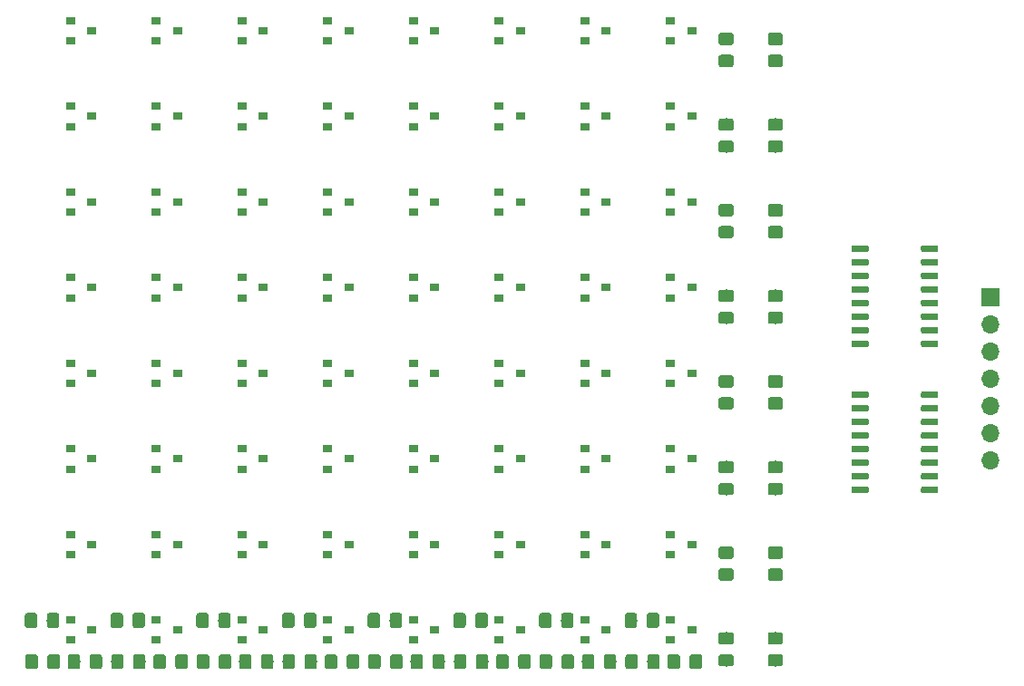
<source format=gbr>
G04 #@! TF.GenerationSoftware,KiCad,Pcbnew,5.1.2-f72e74a~84~ubuntu18.04.1*
G04 #@! TF.CreationDate,2019-06-14T20:13:49+08:00*
G04 #@! TF.ProjectId,simCapSE,73696d43-6170-4534-952e-6b696361645f,rev?*
G04 #@! TF.SameCoordinates,Original*
G04 #@! TF.FileFunction,Soldermask,Top*
G04 #@! TF.FilePolarity,Negative*
%FSLAX46Y46*%
G04 Gerber Fmt 4.6, Leading zero omitted, Abs format (unit mm)*
G04 Created by KiCad (PCBNEW 5.1.2-f72e74a~84~ubuntu18.04.1) date 2019-06-14 20:13:49*
%MOMM*%
%LPD*%
G04 APERTURE LIST*
%ADD10R,0.900000X0.800000*%
%ADD11C,0.100000*%
%ADD12C,1.150000*%
%ADD13R,1.700000X1.700000*%
%ADD14O,1.700000X1.700000*%
%ADD15C,0.600000*%
G04 APERTURE END LIST*
D10*
X2800000Y1800000D03*
X800000Y850000D03*
X800000Y2750000D03*
X800000Y-5250000D03*
X800000Y-7150000D03*
X2800000Y-6200000D03*
X2800000Y-14200000D03*
X800000Y-15150000D03*
X800000Y-13250000D03*
X800000Y-21250000D03*
X800000Y-23150000D03*
X2800000Y-22200000D03*
X2800000Y-30200000D03*
X800000Y-31150000D03*
X800000Y-29250000D03*
X800000Y-37250000D03*
X800000Y-39150000D03*
X2800000Y-38200000D03*
X2800000Y-46200000D03*
X800000Y-47150000D03*
X800000Y-45250000D03*
X800000Y-53250000D03*
X800000Y-55150000D03*
X2800000Y-54200000D03*
X10800000Y1800000D03*
X8800000Y850000D03*
X8800000Y2750000D03*
X8800000Y-5250000D03*
X8800000Y-7150000D03*
X10800000Y-6200000D03*
X10800000Y-14200000D03*
X8800000Y-15150000D03*
X8800000Y-13250000D03*
X8800000Y-21250000D03*
X8800000Y-23150000D03*
X10800000Y-22200000D03*
X10800000Y-30200000D03*
X8800000Y-31150000D03*
X8800000Y-29250000D03*
X8800000Y-37250000D03*
X8800000Y-39150000D03*
X10800000Y-38200000D03*
X10800000Y-46200000D03*
X8800000Y-47150000D03*
X8800000Y-45250000D03*
X8800000Y-53250000D03*
X8800000Y-55150000D03*
X10800000Y-54200000D03*
X18800000Y1800000D03*
X16800000Y850000D03*
X16800000Y2750000D03*
X16800000Y-5250000D03*
X16800000Y-7150000D03*
X18800000Y-6200000D03*
X18800000Y-14200000D03*
X16800000Y-15150000D03*
X16800000Y-13250000D03*
X16800000Y-21250000D03*
X16800000Y-23150000D03*
X18800000Y-22200000D03*
X16800000Y-29250000D03*
X16800000Y-31150000D03*
X18800000Y-30200000D03*
X16800000Y-37250000D03*
X16800000Y-39150000D03*
X18800000Y-38200000D03*
X18800000Y-46200000D03*
X16800000Y-47150000D03*
X16800000Y-45250000D03*
X16800000Y-53250000D03*
X16800000Y-55150000D03*
X18800000Y-54200000D03*
X26800000Y1800000D03*
X24800000Y850000D03*
X24800000Y2750000D03*
X24800000Y-5250000D03*
X24800000Y-7150000D03*
X26800000Y-6200000D03*
X26800000Y-14200000D03*
X24800000Y-15150000D03*
X24800000Y-13250000D03*
X24800000Y-21250000D03*
X24800000Y-23150000D03*
X26800000Y-22200000D03*
X26800000Y-30200000D03*
X24800000Y-31150000D03*
X24800000Y-29250000D03*
X26800000Y-38200000D03*
X24800000Y-39150000D03*
X24800000Y-37250000D03*
X24800000Y-45250000D03*
X24800000Y-47150000D03*
X26800000Y-46200000D03*
X26800000Y-54200000D03*
X24800000Y-55150000D03*
X24800000Y-53250000D03*
X32800000Y2750000D03*
X32800000Y850000D03*
X34800000Y1800000D03*
X34800000Y-6200000D03*
X32800000Y-7150000D03*
X32800000Y-5250000D03*
X32800000Y-13250000D03*
X32800000Y-15150000D03*
X34800000Y-14200000D03*
X34800000Y-22200000D03*
X32800000Y-23150000D03*
X32800000Y-21250000D03*
X32800000Y-29250000D03*
X32800000Y-31150000D03*
X34800000Y-30200000D03*
X32800000Y-37250000D03*
X32800000Y-39150000D03*
X34800000Y-38200000D03*
X34800000Y-46200000D03*
X32800000Y-47150000D03*
X32800000Y-45250000D03*
X34800000Y-54200000D03*
X32800000Y-55150000D03*
X32800000Y-53250000D03*
X40800000Y2750000D03*
X40800000Y850000D03*
X42800000Y1800000D03*
X42800000Y-6200000D03*
X40800000Y-7150000D03*
X40800000Y-5250000D03*
X40800000Y-13250000D03*
X40800000Y-15150000D03*
X42800000Y-14200000D03*
X42800000Y-22200000D03*
X40800000Y-23150000D03*
X40800000Y-21250000D03*
X42800000Y-30200000D03*
X40800000Y-31150000D03*
X40800000Y-29250000D03*
X42800000Y-38200000D03*
X40800000Y-39150000D03*
X40800000Y-37250000D03*
X42800000Y-46200000D03*
X40800000Y-47150000D03*
X40800000Y-45250000D03*
X42800000Y-54200000D03*
X40800000Y-55150000D03*
X40800000Y-53250000D03*
X48800000Y2750000D03*
X48800000Y850000D03*
X50800000Y1800000D03*
X48800000Y-5250000D03*
X48800000Y-7150000D03*
X50800000Y-6200000D03*
X48800000Y-13250000D03*
X48800000Y-15150000D03*
X50800000Y-14200000D03*
X48800000Y-21250000D03*
X48800000Y-23150000D03*
X50800000Y-22200000D03*
X50800000Y-30200000D03*
X48800000Y-31150000D03*
X48800000Y-29250000D03*
X48800000Y-37250000D03*
X48800000Y-39150000D03*
X50800000Y-38200000D03*
X48800000Y-45250000D03*
X48800000Y-47150000D03*
X50800000Y-46200000D03*
X48800000Y-53250000D03*
X48800000Y-55150000D03*
X50800000Y-54200000D03*
X58800000Y1800000D03*
X56800000Y850000D03*
X56800000Y2750000D03*
X56800000Y-5250000D03*
X56800000Y-7150000D03*
X58800000Y-6200000D03*
X58800000Y-14200000D03*
X56800000Y-15150000D03*
X56800000Y-13250000D03*
X56800000Y-21250000D03*
X56800000Y-23150000D03*
X58800000Y-22200000D03*
X56800000Y-29250000D03*
X56800000Y-31150000D03*
X58800000Y-30200000D03*
X58800000Y-38200000D03*
X56800000Y-39150000D03*
X56800000Y-37250000D03*
X58800000Y-46200000D03*
X56800000Y-47150000D03*
X56800000Y-45250000D03*
X58800000Y-54200000D03*
X56800000Y-55150000D03*
X56800000Y-53250000D03*
D11*
G36*
X-2475495Y-56451204D02*
G01*
X-2451227Y-56454804D01*
X-2427428Y-56460765D01*
X-2404329Y-56469030D01*
X-2382150Y-56479520D01*
X-2361107Y-56492132D01*
X-2341401Y-56506747D01*
X-2323223Y-56523223D01*
X-2306747Y-56541401D01*
X-2292132Y-56561107D01*
X-2279520Y-56582150D01*
X-2269030Y-56604329D01*
X-2260765Y-56627428D01*
X-2254804Y-56651227D01*
X-2251204Y-56675495D01*
X-2250000Y-56699999D01*
X-2250000Y-57600001D01*
X-2251204Y-57624505D01*
X-2254804Y-57648773D01*
X-2260765Y-57672572D01*
X-2269030Y-57695671D01*
X-2279520Y-57717850D01*
X-2292132Y-57738893D01*
X-2306747Y-57758599D01*
X-2323223Y-57776777D01*
X-2341401Y-57793253D01*
X-2361107Y-57807868D01*
X-2382150Y-57820480D01*
X-2404329Y-57830970D01*
X-2427428Y-57839235D01*
X-2451227Y-57845196D01*
X-2475495Y-57848796D01*
X-2499999Y-57850000D01*
X-3150001Y-57850000D01*
X-3174505Y-57848796D01*
X-3198773Y-57845196D01*
X-3222572Y-57839235D01*
X-3245671Y-57830970D01*
X-3267850Y-57820480D01*
X-3288893Y-57807868D01*
X-3308599Y-57793253D01*
X-3326777Y-57776777D01*
X-3343253Y-57758599D01*
X-3357868Y-57738893D01*
X-3370480Y-57717850D01*
X-3380970Y-57695671D01*
X-3389235Y-57672572D01*
X-3395196Y-57648773D01*
X-3398796Y-57624505D01*
X-3400000Y-57600001D01*
X-3400000Y-56699999D01*
X-3398796Y-56675495D01*
X-3395196Y-56651227D01*
X-3389235Y-56627428D01*
X-3380970Y-56604329D01*
X-3370480Y-56582150D01*
X-3357868Y-56561107D01*
X-3343253Y-56541401D01*
X-3326777Y-56523223D01*
X-3308599Y-56506747D01*
X-3288893Y-56492132D01*
X-3267850Y-56479520D01*
X-3245671Y-56469030D01*
X-3222572Y-56460765D01*
X-3198773Y-56454804D01*
X-3174505Y-56451204D01*
X-3150001Y-56450000D01*
X-2499999Y-56450000D01*
X-2475495Y-56451204D01*
X-2475495Y-56451204D01*
G37*
D12*
X-2825000Y-57150000D03*
D11*
G36*
X-425495Y-56451204D02*
G01*
X-401227Y-56454804D01*
X-377428Y-56460765D01*
X-354329Y-56469030D01*
X-332150Y-56479520D01*
X-311107Y-56492132D01*
X-291401Y-56506747D01*
X-273223Y-56523223D01*
X-256747Y-56541401D01*
X-242132Y-56561107D01*
X-229520Y-56582150D01*
X-219030Y-56604329D01*
X-210765Y-56627428D01*
X-204804Y-56651227D01*
X-201204Y-56675495D01*
X-200000Y-56699999D01*
X-200000Y-57600001D01*
X-201204Y-57624505D01*
X-204804Y-57648773D01*
X-210765Y-57672572D01*
X-219030Y-57695671D01*
X-229520Y-57717850D01*
X-242132Y-57738893D01*
X-256747Y-57758599D01*
X-273223Y-57776777D01*
X-291401Y-57793253D01*
X-311107Y-57807868D01*
X-332150Y-57820480D01*
X-354329Y-57830970D01*
X-377428Y-57839235D01*
X-401227Y-57845196D01*
X-425495Y-57848796D01*
X-449999Y-57850000D01*
X-1100001Y-57850000D01*
X-1124505Y-57848796D01*
X-1148773Y-57845196D01*
X-1172572Y-57839235D01*
X-1195671Y-57830970D01*
X-1217850Y-57820480D01*
X-1238893Y-57807868D01*
X-1258599Y-57793253D01*
X-1276777Y-57776777D01*
X-1293253Y-57758599D01*
X-1307868Y-57738893D01*
X-1320480Y-57717850D01*
X-1330970Y-57695671D01*
X-1339235Y-57672572D01*
X-1345196Y-57648773D01*
X-1348796Y-57624505D01*
X-1350000Y-57600001D01*
X-1350000Y-56699999D01*
X-1348796Y-56675495D01*
X-1345196Y-56651227D01*
X-1339235Y-56627428D01*
X-1330970Y-56604329D01*
X-1320480Y-56582150D01*
X-1307868Y-56561107D01*
X-1293253Y-56541401D01*
X-1276777Y-56523223D01*
X-1258599Y-56506747D01*
X-1238893Y-56492132D01*
X-1217850Y-56479520D01*
X-1195671Y-56469030D01*
X-1172572Y-56460765D01*
X-1148773Y-56454804D01*
X-1124505Y-56451204D01*
X-1100001Y-56450000D01*
X-449999Y-56450000D01*
X-425495Y-56451204D01*
X-425495Y-56451204D01*
G37*
D12*
X-775000Y-57150000D03*
D11*
G36*
X7574505Y-56451204D02*
G01*
X7598773Y-56454804D01*
X7622572Y-56460765D01*
X7645671Y-56469030D01*
X7667850Y-56479520D01*
X7688893Y-56492132D01*
X7708599Y-56506747D01*
X7726777Y-56523223D01*
X7743253Y-56541401D01*
X7757868Y-56561107D01*
X7770480Y-56582150D01*
X7780970Y-56604329D01*
X7789235Y-56627428D01*
X7795196Y-56651227D01*
X7798796Y-56675495D01*
X7800000Y-56699999D01*
X7800000Y-57600001D01*
X7798796Y-57624505D01*
X7795196Y-57648773D01*
X7789235Y-57672572D01*
X7780970Y-57695671D01*
X7770480Y-57717850D01*
X7757868Y-57738893D01*
X7743253Y-57758599D01*
X7726777Y-57776777D01*
X7708599Y-57793253D01*
X7688893Y-57807868D01*
X7667850Y-57820480D01*
X7645671Y-57830970D01*
X7622572Y-57839235D01*
X7598773Y-57845196D01*
X7574505Y-57848796D01*
X7550001Y-57850000D01*
X6899999Y-57850000D01*
X6875495Y-57848796D01*
X6851227Y-57845196D01*
X6827428Y-57839235D01*
X6804329Y-57830970D01*
X6782150Y-57820480D01*
X6761107Y-57807868D01*
X6741401Y-57793253D01*
X6723223Y-57776777D01*
X6706747Y-57758599D01*
X6692132Y-57738893D01*
X6679520Y-57717850D01*
X6669030Y-57695671D01*
X6660765Y-57672572D01*
X6654804Y-57648773D01*
X6651204Y-57624505D01*
X6650000Y-57600001D01*
X6650000Y-56699999D01*
X6651204Y-56675495D01*
X6654804Y-56651227D01*
X6660765Y-56627428D01*
X6669030Y-56604329D01*
X6679520Y-56582150D01*
X6692132Y-56561107D01*
X6706747Y-56541401D01*
X6723223Y-56523223D01*
X6741401Y-56506747D01*
X6761107Y-56492132D01*
X6782150Y-56479520D01*
X6804329Y-56469030D01*
X6827428Y-56460765D01*
X6851227Y-56454804D01*
X6875495Y-56451204D01*
X6899999Y-56450000D01*
X7550001Y-56450000D01*
X7574505Y-56451204D01*
X7574505Y-56451204D01*
G37*
D12*
X7225000Y-57150000D03*
D11*
G36*
X5524505Y-56451204D02*
G01*
X5548773Y-56454804D01*
X5572572Y-56460765D01*
X5595671Y-56469030D01*
X5617850Y-56479520D01*
X5638893Y-56492132D01*
X5658599Y-56506747D01*
X5676777Y-56523223D01*
X5693253Y-56541401D01*
X5707868Y-56561107D01*
X5720480Y-56582150D01*
X5730970Y-56604329D01*
X5739235Y-56627428D01*
X5745196Y-56651227D01*
X5748796Y-56675495D01*
X5750000Y-56699999D01*
X5750000Y-57600001D01*
X5748796Y-57624505D01*
X5745196Y-57648773D01*
X5739235Y-57672572D01*
X5730970Y-57695671D01*
X5720480Y-57717850D01*
X5707868Y-57738893D01*
X5693253Y-57758599D01*
X5676777Y-57776777D01*
X5658599Y-57793253D01*
X5638893Y-57807868D01*
X5617850Y-57820480D01*
X5595671Y-57830970D01*
X5572572Y-57839235D01*
X5548773Y-57845196D01*
X5524505Y-57848796D01*
X5500001Y-57850000D01*
X4849999Y-57850000D01*
X4825495Y-57848796D01*
X4801227Y-57845196D01*
X4777428Y-57839235D01*
X4754329Y-57830970D01*
X4732150Y-57820480D01*
X4711107Y-57807868D01*
X4691401Y-57793253D01*
X4673223Y-57776777D01*
X4656747Y-57758599D01*
X4642132Y-57738893D01*
X4629520Y-57717850D01*
X4619030Y-57695671D01*
X4610765Y-57672572D01*
X4604804Y-57648773D01*
X4601204Y-57624505D01*
X4600000Y-57600001D01*
X4600000Y-56699999D01*
X4601204Y-56675495D01*
X4604804Y-56651227D01*
X4610765Y-56627428D01*
X4619030Y-56604329D01*
X4629520Y-56582150D01*
X4642132Y-56561107D01*
X4656747Y-56541401D01*
X4673223Y-56523223D01*
X4691401Y-56506747D01*
X4711107Y-56492132D01*
X4732150Y-56479520D01*
X4754329Y-56469030D01*
X4777428Y-56460765D01*
X4801227Y-56454804D01*
X4825495Y-56451204D01*
X4849999Y-56450000D01*
X5500001Y-56450000D01*
X5524505Y-56451204D01*
X5524505Y-56451204D01*
G37*
D12*
X5175000Y-57150000D03*
D11*
G36*
X13524505Y-56451204D02*
G01*
X13548773Y-56454804D01*
X13572572Y-56460765D01*
X13595671Y-56469030D01*
X13617850Y-56479520D01*
X13638893Y-56492132D01*
X13658599Y-56506747D01*
X13676777Y-56523223D01*
X13693253Y-56541401D01*
X13707868Y-56561107D01*
X13720480Y-56582150D01*
X13730970Y-56604329D01*
X13739235Y-56627428D01*
X13745196Y-56651227D01*
X13748796Y-56675495D01*
X13750000Y-56699999D01*
X13750000Y-57600001D01*
X13748796Y-57624505D01*
X13745196Y-57648773D01*
X13739235Y-57672572D01*
X13730970Y-57695671D01*
X13720480Y-57717850D01*
X13707868Y-57738893D01*
X13693253Y-57758599D01*
X13676777Y-57776777D01*
X13658599Y-57793253D01*
X13638893Y-57807868D01*
X13617850Y-57820480D01*
X13595671Y-57830970D01*
X13572572Y-57839235D01*
X13548773Y-57845196D01*
X13524505Y-57848796D01*
X13500001Y-57850000D01*
X12849999Y-57850000D01*
X12825495Y-57848796D01*
X12801227Y-57845196D01*
X12777428Y-57839235D01*
X12754329Y-57830970D01*
X12732150Y-57820480D01*
X12711107Y-57807868D01*
X12691401Y-57793253D01*
X12673223Y-57776777D01*
X12656747Y-57758599D01*
X12642132Y-57738893D01*
X12629520Y-57717850D01*
X12619030Y-57695671D01*
X12610765Y-57672572D01*
X12604804Y-57648773D01*
X12601204Y-57624505D01*
X12600000Y-57600001D01*
X12600000Y-56699999D01*
X12601204Y-56675495D01*
X12604804Y-56651227D01*
X12610765Y-56627428D01*
X12619030Y-56604329D01*
X12629520Y-56582150D01*
X12642132Y-56561107D01*
X12656747Y-56541401D01*
X12673223Y-56523223D01*
X12691401Y-56506747D01*
X12711107Y-56492132D01*
X12732150Y-56479520D01*
X12754329Y-56469030D01*
X12777428Y-56460765D01*
X12801227Y-56454804D01*
X12825495Y-56451204D01*
X12849999Y-56450000D01*
X13500001Y-56450000D01*
X13524505Y-56451204D01*
X13524505Y-56451204D01*
G37*
D12*
X13175000Y-57150000D03*
D11*
G36*
X15574505Y-56451204D02*
G01*
X15598773Y-56454804D01*
X15622572Y-56460765D01*
X15645671Y-56469030D01*
X15667850Y-56479520D01*
X15688893Y-56492132D01*
X15708599Y-56506747D01*
X15726777Y-56523223D01*
X15743253Y-56541401D01*
X15757868Y-56561107D01*
X15770480Y-56582150D01*
X15780970Y-56604329D01*
X15789235Y-56627428D01*
X15795196Y-56651227D01*
X15798796Y-56675495D01*
X15800000Y-56699999D01*
X15800000Y-57600001D01*
X15798796Y-57624505D01*
X15795196Y-57648773D01*
X15789235Y-57672572D01*
X15780970Y-57695671D01*
X15770480Y-57717850D01*
X15757868Y-57738893D01*
X15743253Y-57758599D01*
X15726777Y-57776777D01*
X15708599Y-57793253D01*
X15688893Y-57807868D01*
X15667850Y-57820480D01*
X15645671Y-57830970D01*
X15622572Y-57839235D01*
X15598773Y-57845196D01*
X15574505Y-57848796D01*
X15550001Y-57850000D01*
X14899999Y-57850000D01*
X14875495Y-57848796D01*
X14851227Y-57845196D01*
X14827428Y-57839235D01*
X14804329Y-57830970D01*
X14782150Y-57820480D01*
X14761107Y-57807868D01*
X14741401Y-57793253D01*
X14723223Y-57776777D01*
X14706747Y-57758599D01*
X14692132Y-57738893D01*
X14679520Y-57717850D01*
X14669030Y-57695671D01*
X14660765Y-57672572D01*
X14654804Y-57648773D01*
X14651204Y-57624505D01*
X14650000Y-57600001D01*
X14650000Y-56699999D01*
X14651204Y-56675495D01*
X14654804Y-56651227D01*
X14660765Y-56627428D01*
X14669030Y-56604329D01*
X14679520Y-56582150D01*
X14692132Y-56561107D01*
X14706747Y-56541401D01*
X14723223Y-56523223D01*
X14741401Y-56506747D01*
X14761107Y-56492132D01*
X14782150Y-56479520D01*
X14804329Y-56469030D01*
X14827428Y-56460765D01*
X14851227Y-56454804D01*
X14875495Y-56451204D01*
X14899999Y-56450000D01*
X15550001Y-56450000D01*
X15574505Y-56451204D01*
X15574505Y-56451204D01*
G37*
D12*
X15225000Y-57150000D03*
D11*
G36*
X23574505Y-56451204D02*
G01*
X23598773Y-56454804D01*
X23622572Y-56460765D01*
X23645671Y-56469030D01*
X23667850Y-56479520D01*
X23688893Y-56492132D01*
X23708599Y-56506747D01*
X23726777Y-56523223D01*
X23743253Y-56541401D01*
X23757868Y-56561107D01*
X23770480Y-56582150D01*
X23780970Y-56604329D01*
X23789235Y-56627428D01*
X23795196Y-56651227D01*
X23798796Y-56675495D01*
X23800000Y-56699999D01*
X23800000Y-57600001D01*
X23798796Y-57624505D01*
X23795196Y-57648773D01*
X23789235Y-57672572D01*
X23780970Y-57695671D01*
X23770480Y-57717850D01*
X23757868Y-57738893D01*
X23743253Y-57758599D01*
X23726777Y-57776777D01*
X23708599Y-57793253D01*
X23688893Y-57807868D01*
X23667850Y-57820480D01*
X23645671Y-57830970D01*
X23622572Y-57839235D01*
X23598773Y-57845196D01*
X23574505Y-57848796D01*
X23550001Y-57850000D01*
X22899999Y-57850000D01*
X22875495Y-57848796D01*
X22851227Y-57845196D01*
X22827428Y-57839235D01*
X22804329Y-57830970D01*
X22782150Y-57820480D01*
X22761107Y-57807868D01*
X22741401Y-57793253D01*
X22723223Y-57776777D01*
X22706747Y-57758599D01*
X22692132Y-57738893D01*
X22679520Y-57717850D01*
X22669030Y-57695671D01*
X22660765Y-57672572D01*
X22654804Y-57648773D01*
X22651204Y-57624505D01*
X22650000Y-57600001D01*
X22650000Y-56699999D01*
X22651204Y-56675495D01*
X22654804Y-56651227D01*
X22660765Y-56627428D01*
X22669030Y-56604329D01*
X22679520Y-56582150D01*
X22692132Y-56561107D01*
X22706747Y-56541401D01*
X22723223Y-56523223D01*
X22741401Y-56506747D01*
X22761107Y-56492132D01*
X22782150Y-56479520D01*
X22804329Y-56469030D01*
X22827428Y-56460765D01*
X22851227Y-56454804D01*
X22875495Y-56451204D01*
X22899999Y-56450000D01*
X23550001Y-56450000D01*
X23574505Y-56451204D01*
X23574505Y-56451204D01*
G37*
D12*
X23225000Y-57150000D03*
D11*
G36*
X21524505Y-56451204D02*
G01*
X21548773Y-56454804D01*
X21572572Y-56460765D01*
X21595671Y-56469030D01*
X21617850Y-56479520D01*
X21638893Y-56492132D01*
X21658599Y-56506747D01*
X21676777Y-56523223D01*
X21693253Y-56541401D01*
X21707868Y-56561107D01*
X21720480Y-56582150D01*
X21730970Y-56604329D01*
X21739235Y-56627428D01*
X21745196Y-56651227D01*
X21748796Y-56675495D01*
X21750000Y-56699999D01*
X21750000Y-57600001D01*
X21748796Y-57624505D01*
X21745196Y-57648773D01*
X21739235Y-57672572D01*
X21730970Y-57695671D01*
X21720480Y-57717850D01*
X21707868Y-57738893D01*
X21693253Y-57758599D01*
X21676777Y-57776777D01*
X21658599Y-57793253D01*
X21638893Y-57807868D01*
X21617850Y-57820480D01*
X21595671Y-57830970D01*
X21572572Y-57839235D01*
X21548773Y-57845196D01*
X21524505Y-57848796D01*
X21500001Y-57850000D01*
X20849999Y-57850000D01*
X20825495Y-57848796D01*
X20801227Y-57845196D01*
X20777428Y-57839235D01*
X20754329Y-57830970D01*
X20732150Y-57820480D01*
X20711107Y-57807868D01*
X20691401Y-57793253D01*
X20673223Y-57776777D01*
X20656747Y-57758599D01*
X20642132Y-57738893D01*
X20629520Y-57717850D01*
X20619030Y-57695671D01*
X20610765Y-57672572D01*
X20604804Y-57648773D01*
X20601204Y-57624505D01*
X20600000Y-57600001D01*
X20600000Y-56699999D01*
X20601204Y-56675495D01*
X20604804Y-56651227D01*
X20610765Y-56627428D01*
X20619030Y-56604329D01*
X20629520Y-56582150D01*
X20642132Y-56561107D01*
X20656747Y-56541401D01*
X20673223Y-56523223D01*
X20691401Y-56506747D01*
X20711107Y-56492132D01*
X20732150Y-56479520D01*
X20754329Y-56469030D01*
X20777428Y-56460765D01*
X20801227Y-56454804D01*
X20825495Y-56451204D01*
X20849999Y-56450000D01*
X21500001Y-56450000D01*
X21524505Y-56451204D01*
X21524505Y-56451204D01*
G37*
D12*
X21175000Y-57150000D03*
D11*
G36*
X31574505Y-56451204D02*
G01*
X31598773Y-56454804D01*
X31622572Y-56460765D01*
X31645671Y-56469030D01*
X31667850Y-56479520D01*
X31688893Y-56492132D01*
X31708599Y-56506747D01*
X31726777Y-56523223D01*
X31743253Y-56541401D01*
X31757868Y-56561107D01*
X31770480Y-56582150D01*
X31780970Y-56604329D01*
X31789235Y-56627428D01*
X31795196Y-56651227D01*
X31798796Y-56675495D01*
X31800000Y-56699999D01*
X31800000Y-57600001D01*
X31798796Y-57624505D01*
X31795196Y-57648773D01*
X31789235Y-57672572D01*
X31780970Y-57695671D01*
X31770480Y-57717850D01*
X31757868Y-57738893D01*
X31743253Y-57758599D01*
X31726777Y-57776777D01*
X31708599Y-57793253D01*
X31688893Y-57807868D01*
X31667850Y-57820480D01*
X31645671Y-57830970D01*
X31622572Y-57839235D01*
X31598773Y-57845196D01*
X31574505Y-57848796D01*
X31550001Y-57850000D01*
X30899999Y-57850000D01*
X30875495Y-57848796D01*
X30851227Y-57845196D01*
X30827428Y-57839235D01*
X30804329Y-57830970D01*
X30782150Y-57820480D01*
X30761107Y-57807868D01*
X30741401Y-57793253D01*
X30723223Y-57776777D01*
X30706747Y-57758599D01*
X30692132Y-57738893D01*
X30679520Y-57717850D01*
X30669030Y-57695671D01*
X30660765Y-57672572D01*
X30654804Y-57648773D01*
X30651204Y-57624505D01*
X30650000Y-57600001D01*
X30650000Y-56699999D01*
X30651204Y-56675495D01*
X30654804Y-56651227D01*
X30660765Y-56627428D01*
X30669030Y-56604329D01*
X30679520Y-56582150D01*
X30692132Y-56561107D01*
X30706747Y-56541401D01*
X30723223Y-56523223D01*
X30741401Y-56506747D01*
X30761107Y-56492132D01*
X30782150Y-56479520D01*
X30804329Y-56469030D01*
X30827428Y-56460765D01*
X30851227Y-56454804D01*
X30875495Y-56451204D01*
X30899999Y-56450000D01*
X31550001Y-56450000D01*
X31574505Y-56451204D01*
X31574505Y-56451204D01*
G37*
D12*
X31225000Y-57150000D03*
D11*
G36*
X29524505Y-56451204D02*
G01*
X29548773Y-56454804D01*
X29572572Y-56460765D01*
X29595671Y-56469030D01*
X29617850Y-56479520D01*
X29638893Y-56492132D01*
X29658599Y-56506747D01*
X29676777Y-56523223D01*
X29693253Y-56541401D01*
X29707868Y-56561107D01*
X29720480Y-56582150D01*
X29730970Y-56604329D01*
X29739235Y-56627428D01*
X29745196Y-56651227D01*
X29748796Y-56675495D01*
X29750000Y-56699999D01*
X29750000Y-57600001D01*
X29748796Y-57624505D01*
X29745196Y-57648773D01*
X29739235Y-57672572D01*
X29730970Y-57695671D01*
X29720480Y-57717850D01*
X29707868Y-57738893D01*
X29693253Y-57758599D01*
X29676777Y-57776777D01*
X29658599Y-57793253D01*
X29638893Y-57807868D01*
X29617850Y-57820480D01*
X29595671Y-57830970D01*
X29572572Y-57839235D01*
X29548773Y-57845196D01*
X29524505Y-57848796D01*
X29500001Y-57850000D01*
X28849999Y-57850000D01*
X28825495Y-57848796D01*
X28801227Y-57845196D01*
X28777428Y-57839235D01*
X28754329Y-57830970D01*
X28732150Y-57820480D01*
X28711107Y-57807868D01*
X28691401Y-57793253D01*
X28673223Y-57776777D01*
X28656747Y-57758599D01*
X28642132Y-57738893D01*
X28629520Y-57717850D01*
X28619030Y-57695671D01*
X28610765Y-57672572D01*
X28604804Y-57648773D01*
X28601204Y-57624505D01*
X28600000Y-57600001D01*
X28600000Y-56699999D01*
X28601204Y-56675495D01*
X28604804Y-56651227D01*
X28610765Y-56627428D01*
X28619030Y-56604329D01*
X28629520Y-56582150D01*
X28642132Y-56561107D01*
X28656747Y-56541401D01*
X28673223Y-56523223D01*
X28691401Y-56506747D01*
X28711107Y-56492132D01*
X28732150Y-56479520D01*
X28754329Y-56469030D01*
X28777428Y-56460765D01*
X28801227Y-56454804D01*
X28825495Y-56451204D01*
X28849999Y-56450000D01*
X29500001Y-56450000D01*
X29524505Y-56451204D01*
X29524505Y-56451204D01*
G37*
D12*
X29175000Y-57150000D03*
D11*
G36*
X39574505Y-56451204D02*
G01*
X39598773Y-56454804D01*
X39622572Y-56460765D01*
X39645671Y-56469030D01*
X39667850Y-56479520D01*
X39688893Y-56492132D01*
X39708599Y-56506747D01*
X39726777Y-56523223D01*
X39743253Y-56541401D01*
X39757868Y-56561107D01*
X39770480Y-56582150D01*
X39780970Y-56604329D01*
X39789235Y-56627428D01*
X39795196Y-56651227D01*
X39798796Y-56675495D01*
X39800000Y-56699999D01*
X39800000Y-57600001D01*
X39798796Y-57624505D01*
X39795196Y-57648773D01*
X39789235Y-57672572D01*
X39780970Y-57695671D01*
X39770480Y-57717850D01*
X39757868Y-57738893D01*
X39743253Y-57758599D01*
X39726777Y-57776777D01*
X39708599Y-57793253D01*
X39688893Y-57807868D01*
X39667850Y-57820480D01*
X39645671Y-57830970D01*
X39622572Y-57839235D01*
X39598773Y-57845196D01*
X39574505Y-57848796D01*
X39550001Y-57850000D01*
X38899999Y-57850000D01*
X38875495Y-57848796D01*
X38851227Y-57845196D01*
X38827428Y-57839235D01*
X38804329Y-57830970D01*
X38782150Y-57820480D01*
X38761107Y-57807868D01*
X38741401Y-57793253D01*
X38723223Y-57776777D01*
X38706747Y-57758599D01*
X38692132Y-57738893D01*
X38679520Y-57717850D01*
X38669030Y-57695671D01*
X38660765Y-57672572D01*
X38654804Y-57648773D01*
X38651204Y-57624505D01*
X38650000Y-57600001D01*
X38650000Y-56699999D01*
X38651204Y-56675495D01*
X38654804Y-56651227D01*
X38660765Y-56627428D01*
X38669030Y-56604329D01*
X38679520Y-56582150D01*
X38692132Y-56561107D01*
X38706747Y-56541401D01*
X38723223Y-56523223D01*
X38741401Y-56506747D01*
X38761107Y-56492132D01*
X38782150Y-56479520D01*
X38804329Y-56469030D01*
X38827428Y-56460765D01*
X38851227Y-56454804D01*
X38875495Y-56451204D01*
X38899999Y-56450000D01*
X39550001Y-56450000D01*
X39574505Y-56451204D01*
X39574505Y-56451204D01*
G37*
D12*
X39225000Y-57150000D03*
D11*
G36*
X37524505Y-56451204D02*
G01*
X37548773Y-56454804D01*
X37572572Y-56460765D01*
X37595671Y-56469030D01*
X37617850Y-56479520D01*
X37638893Y-56492132D01*
X37658599Y-56506747D01*
X37676777Y-56523223D01*
X37693253Y-56541401D01*
X37707868Y-56561107D01*
X37720480Y-56582150D01*
X37730970Y-56604329D01*
X37739235Y-56627428D01*
X37745196Y-56651227D01*
X37748796Y-56675495D01*
X37750000Y-56699999D01*
X37750000Y-57600001D01*
X37748796Y-57624505D01*
X37745196Y-57648773D01*
X37739235Y-57672572D01*
X37730970Y-57695671D01*
X37720480Y-57717850D01*
X37707868Y-57738893D01*
X37693253Y-57758599D01*
X37676777Y-57776777D01*
X37658599Y-57793253D01*
X37638893Y-57807868D01*
X37617850Y-57820480D01*
X37595671Y-57830970D01*
X37572572Y-57839235D01*
X37548773Y-57845196D01*
X37524505Y-57848796D01*
X37500001Y-57850000D01*
X36849999Y-57850000D01*
X36825495Y-57848796D01*
X36801227Y-57845196D01*
X36777428Y-57839235D01*
X36754329Y-57830970D01*
X36732150Y-57820480D01*
X36711107Y-57807868D01*
X36691401Y-57793253D01*
X36673223Y-57776777D01*
X36656747Y-57758599D01*
X36642132Y-57738893D01*
X36629520Y-57717850D01*
X36619030Y-57695671D01*
X36610765Y-57672572D01*
X36604804Y-57648773D01*
X36601204Y-57624505D01*
X36600000Y-57600001D01*
X36600000Y-56699999D01*
X36601204Y-56675495D01*
X36604804Y-56651227D01*
X36610765Y-56627428D01*
X36619030Y-56604329D01*
X36629520Y-56582150D01*
X36642132Y-56561107D01*
X36656747Y-56541401D01*
X36673223Y-56523223D01*
X36691401Y-56506747D01*
X36711107Y-56492132D01*
X36732150Y-56479520D01*
X36754329Y-56469030D01*
X36777428Y-56460765D01*
X36801227Y-56454804D01*
X36825495Y-56451204D01*
X36849999Y-56450000D01*
X37500001Y-56450000D01*
X37524505Y-56451204D01*
X37524505Y-56451204D01*
G37*
D12*
X37175000Y-57150000D03*
D11*
G36*
X45524505Y-56451204D02*
G01*
X45548773Y-56454804D01*
X45572572Y-56460765D01*
X45595671Y-56469030D01*
X45617850Y-56479520D01*
X45638893Y-56492132D01*
X45658599Y-56506747D01*
X45676777Y-56523223D01*
X45693253Y-56541401D01*
X45707868Y-56561107D01*
X45720480Y-56582150D01*
X45730970Y-56604329D01*
X45739235Y-56627428D01*
X45745196Y-56651227D01*
X45748796Y-56675495D01*
X45750000Y-56699999D01*
X45750000Y-57600001D01*
X45748796Y-57624505D01*
X45745196Y-57648773D01*
X45739235Y-57672572D01*
X45730970Y-57695671D01*
X45720480Y-57717850D01*
X45707868Y-57738893D01*
X45693253Y-57758599D01*
X45676777Y-57776777D01*
X45658599Y-57793253D01*
X45638893Y-57807868D01*
X45617850Y-57820480D01*
X45595671Y-57830970D01*
X45572572Y-57839235D01*
X45548773Y-57845196D01*
X45524505Y-57848796D01*
X45500001Y-57850000D01*
X44849999Y-57850000D01*
X44825495Y-57848796D01*
X44801227Y-57845196D01*
X44777428Y-57839235D01*
X44754329Y-57830970D01*
X44732150Y-57820480D01*
X44711107Y-57807868D01*
X44691401Y-57793253D01*
X44673223Y-57776777D01*
X44656747Y-57758599D01*
X44642132Y-57738893D01*
X44629520Y-57717850D01*
X44619030Y-57695671D01*
X44610765Y-57672572D01*
X44604804Y-57648773D01*
X44601204Y-57624505D01*
X44600000Y-57600001D01*
X44600000Y-56699999D01*
X44601204Y-56675495D01*
X44604804Y-56651227D01*
X44610765Y-56627428D01*
X44619030Y-56604329D01*
X44629520Y-56582150D01*
X44642132Y-56561107D01*
X44656747Y-56541401D01*
X44673223Y-56523223D01*
X44691401Y-56506747D01*
X44711107Y-56492132D01*
X44732150Y-56479520D01*
X44754329Y-56469030D01*
X44777428Y-56460765D01*
X44801227Y-56454804D01*
X44825495Y-56451204D01*
X44849999Y-56450000D01*
X45500001Y-56450000D01*
X45524505Y-56451204D01*
X45524505Y-56451204D01*
G37*
D12*
X45175000Y-57150000D03*
D11*
G36*
X47574505Y-56451204D02*
G01*
X47598773Y-56454804D01*
X47622572Y-56460765D01*
X47645671Y-56469030D01*
X47667850Y-56479520D01*
X47688893Y-56492132D01*
X47708599Y-56506747D01*
X47726777Y-56523223D01*
X47743253Y-56541401D01*
X47757868Y-56561107D01*
X47770480Y-56582150D01*
X47780970Y-56604329D01*
X47789235Y-56627428D01*
X47795196Y-56651227D01*
X47798796Y-56675495D01*
X47800000Y-56699999D01*
X47800000Y-57600001D01*
X47798796Y-57624505D01*
X47795196Y-57648773D01*
X47789235Y-57672572D01*
X47780970Y-57695671D01*
X47770480Y-57717850D01*
X47757868Y-57738893D01*
X47743253Y-57758599D01*
X47726777Y-57776777D01*
X47708599Y-57793253D01*
X47688893Y-57807868D01*
X47667850Y-57820480D01*
X47645671Y-57830970D01*
X47622572Y-57839235D01*
X47598773Y-57845196D01*
X47574505Y-57848796D01*
X47550001Y-57850000D01*
X46899999Y-57850000D01*
X46875495Y-57848796D01*
X46851227Y-57845196D01*
X46827428Y-57839235D01*
X46804329Y-57830970D01*
X46782150Y-57820480D01*
X46761107Y-57807868D01*
X46741401Y-57793253D01*
X46723223Y-57776777D01*
X46706747Y-57758599D01*
X46692132Y-57738893D01*
X46679520Y-57717850D01*
X46669030Y-57695671D01*
X46660765Y-57672572D01*
X46654804Y-57648773D01*
X46651204Y-57624505D01*
X46650000Y-57600001D01*
X46650000Y-56699999D01*
X46651204Y-56675495D01*
X46654804Y-56651227D01*
X46660765Y-56627428D01*
X46669030Y-56604329D01*
X46679520Y-56582150D01*
X46692132Y-56561107D01*
X46706747Y-56541401D01*
X46723223Y-56523223D01*
X46741401Y-56506747D01*
X46761107Y-56492132D01*
X46782150Y-56479520D01*
X46804329Y-56469030D01*
X46827428Y-56460765D01*
X46851227Y-56454804D01*
X46875495Y-56451204D01*
X46899999Y-56450000D01*
X47550001Y-56450000D01*
X47574505Y-56451204D01*
X47574505Y-56451204D01*
G37*
D12*
X47225000Y-57150000D03*
D11*
G36*
X55574505Y-56451204D02*
G01*
X55598773Y-56454804D01*
X55622572Y-56460765D01*
X55645671Y-56469030D01*
X55667850Y-56479520D01*
X55688893Y-56492132D01*
X55708599Y-56506747D01*
X55726777Y-56523223D01*
X55743253Y-56541401D01*
X55757868Y-56561107D01*
X55770480Y-56582150D01*
X55780970Y-56604329D01*
X55789235Y-56627428D01*
X55795196Y-56651227D01*
X55798796Y-56675495D01*
X55800000Y-56699999D01*
X55800000Y-57600001D01*
X55798796Y-57624505D01*
X55795196Y-57648773D01*
X55789235Y-57672572D01*
X55780970Y-57695671D01*
X55770480Y-57717850D01*
X55757868Y-57738893D01*
X55743253Y-57758599D01*
X55726777Y-57776777D01*
X55708599Y-57793253D01*
X55688893Y-57807868D01*
X55667850Y-57820480D01*
X55645671Y-57830970D01*
X55622572Y-57839235D01*
X55598773Y-57845196D01*
X55574505Y-57848796D01*
X55550001Y-57850000D01*
X54899999Y-57850000D01*
X54875495Y-57848796D01*
X54851227Y-57845196D01*
X54827428Y-57839235D01*
X54804329Y-57830970D01*
X54782150Y-57820480D01*
X54761107Y-57807868D01*
X54741401Y-57793253D01*
X54723223Y-57776777D01*
X54706747Y-57758599D01*
X54692132Y-57738893D01*
X54679520Y-57717850D01*
X54669030Y-57695671D01*
X54660765Y-57672572D01*
X54654804Y-57648773D01*
X54651204Y-57624505D01*
X54650000Y-57600001D01*
X54650000Y-56699999D01*
X54651204Y-56675495D01*
X54654804Y-56651227D01*
X54660765Y-56627428D01*
X54669030Y-56604329D01*
X54679520Y-56582150D01*
X54692132Y-56561107D01*
X54706747Y-56541401D01*
X54723223Y-56523223D01*
X54741401Y-56506747D01*
X54761107Y-56492132D01*
X54782150Y-56479520D01*
X54804329Y-56469030D01*
X54827428Y-56460765D01*
X54851227Y-56454804D01*
X54875495Y-56451204D01*
X54899999Y-56450000D01*
X55550001Y-56450000D01*
X55574505Y-56451204D01*
X55574505Y-56451204D01*
G37*
D12*
X55225000Y-57150000D03*
D11*
G36*
X53524505Y-56451204D02*
G01*
X53548773Y-56454804D01*
X53572572Y-56460765D01*
X53595671Y-56469030D01*
X53617850Y-56479520D01*
X53638893Y-56492132D01*
X53658599Y-56506747D01*
X53676777Y-56523223D01*
X53693253Y-56541401D01*
X53707868Y-56561107D01*
X53720480Y-56582150D01*
X53730970Y-56604329D01*
X53739235Y-56627428D01*
X53745196Y-56651227D01*
X53748796Y-56675495D01*
X53750000Y-56699999D01*
X53750000Y-57600001D01*
X53748796Y-57624505D01*
X53745196Y-57648773D01*
X53739235Y-57672572D01*
X53730970Y-57695671D01*
X53720480Y-57717850D01*
X53707868Y-57738893D01*
X53693253Y-57758599D01*
X53676777Y-57776777D01*
X53658599Y-57793253D01*
X53638893Y-57807868D01*
X53617850Y-57820480D01*
X53595671Y-57830970D01*
X53572572Y-57839235D01*
X53548773Y-57845196D01*
X53524505Y-57848796D01*
X53500001Y-57850000D01*
X52849999Y-57850000D01*
X52825495Y-57848796D01*
X52801227Y-57845196D01*
X52777428Y-57839235D01*
X52754329Y-57830970D01*
X52732150Y-57820480D01*
X52711107Y-57807868D01*
X52691401Y-57793253D01*
X52673223Y-57776777D01*
X52656747Y-57758599D01*
X52642132Y-57738893D01*
X52629520Y-57717850D01*
X52619030Y-57695671D01*
X52610765Y-57672572D01*
X52604804Y-57648773D01*
X52601204Y-57624505D01*
X52600000Y-57600001D01*
X52600000Y-56699999D01*
X52601204Y-56675495D01*
X52604804Y-56651227D01*
X52610765Y-56627428D01*
X52619030Y-56604329D01*
X52629520Y-56582150D01*
X52642132Y-56561107D01*
X52656747Y-56541401D01*
X52673223Y-56523223D01*
X52691401Y-56506747D01*
X52711107Y-56492132D01*
X52732150Y-56479520D01*
X52754329Y-56469030D01*
X52777428Y-56460765D01*
X52801227Y-56454804D01*
X52825495Y-56451204D01*
X52849999Y-56450000D01*
X53500001Y-56450000D01*
X53524505Y-56451204D01*
X53524505Y-56451204D01*
G37*
D12*
X53175000Y-57150000D03*
D11*
G36*
X67074504Y-451204D02*
G01*
X67098772Y-454804D01*
X67122571Y-460765D01*
X67145670Y-469030D01*
X67167849Y-479520D01*
X67188892Y-492132D01*
X67208598Y-506747D01*
X67226776Y-523223D01*
X67243252Y-541401D01*
X67257867Y-561107D01*
X67270479Y-582150D01*
X67280969Y-604329D01*
X67289234Y-627428D01*
X67295195Y-651227D01*
X67298795Y-675495D01*
X67299999Y-699999D01*
X67299999Y-1350001D01*
X67298795Y-1374505D01*
X67295195Y-1398773D01*
X67289234Y-1422572D01*
X67280969Y-1445671D01*
X67270479Y-1467850D01*
X67257867Y-1488893D01*
X67243252Y-1508599D01*
X67226776Y-1526777D01*
X67208598Y-1543253D01*
X67188892Y-1557868D01*
X67167849Y-1570480D01*
X67145670Y-1580970D01*
X67122571Y-1589235D01*
X67098772Y-1595196D01*
X67074504Y-1598796D01*
X67050000Y-1600000D01*
X66149998Y-1600000D01*
X66125494Y-1598796D01*
X66101226Y-1595196D01*
X66077427Y-1589235D01*
X66054328Y-1580970D01*
X66032149Y-1570480D01*
X66011106Y-1557868D01*
X65991400Y-1543253D01*
X65973222Y-1526777D01*
X65956746Y-1508599D01*
X65942131Y-1488893D01*
X65929519Y-1467850D01*
X65919029Y-1445671D01*
X65910764Y-1422572D01*
X65904803Y-1398773D01*
X65901203Y-1374505D01*
X65899999Y-1350001D01*
X65899999Y-699999D01*
X65901203Y-675495D01*
X65904803Y-651227D01*
X65910764Y-627428D01*
X65919029Y-604329D01*
X65929519Y-582150D01*
X65942131Y-561107D01*
X65956746Y-541401D01*
X65973222Y-523223D01*
X65991400Y-506747D01*
X66011106Y-492132D01*
X66032149Y-479520D01*
X66054328Y-469030D01*
X66077427Y-460765D01*
X66101226Y-454804D01*
X66125494Y-451204D01*
X66149998Y-450000D01*
X67050000Y-450000D01*
X67074504Y-451204D01*
X67074504Y-451204D01*
G37*
D12*
X66599999Y-1025000D03*
D11*
G36*
X67074504Y1598796D02*
G01*
X67098772Y1595196D01*
X67122571Y1589235D01*
X67145670Y1580970D01*
X67167849Y1570480D01*
X67188892Y1557868D01*
X67208598Y1543253D01*
X67226776Y1526777D01*
X67243252Y1508599D01*
X67257867Y1488893D01*
X67270479Y1467850D01*
X67280969Y1445671D01*
X67289234Y1422572D01*
X67295195Y1398773D01*
X67298795Y1374505D01*
X67299999Y1350001D01*
X67299999Y699999D01*
X67298795Y675495D01*
X67295195Y651227D01*
X67289234Y627428D01*
X67280969Y604329D01*
X67270479Y582150D01*
X67257867Y561107D01*
X67243252Y541401D01*
X67226776Y523223D01*
X67208598Y506747D01*
X67188892Y492132D01*
X67167849Y479520D01*
X67145670Y469030D01*
X67122571Y460765D01*
X67098772Y454804D01*
X67074504Y451204D01*
X67050000Y450000D01*
X66149998Y450000D01*
X66125494Y451204D01*
X66101226Y454804D01*
X66077427Y460765D01*
X66054328Y469030D01*
X66032149Y479520D01*
X66011106Y492132D01*
X65991400Y506747D01*
X65973222Y523223D01*
X65956746Y541401D01*
X65942131Y561107D01*
X65929519Y582150D01*
X65919029Y604329D01*
X65910764Y627428D01*
X65904803Y651227D01*
X65901203Y675495D01*
X65899999Y699999D01*
X65899999Y1350001D01*
X65901203Y1374505D01*
X65904803Y1398773D01*
X65910764Y1422572D01*
X65919029Y1445671D01*
X65929519Y1467850D01*
X65942131Y1488893D01*
X65956746Y1508599D01*
X65973222Y1526777D01*
X65991400Y1543253D01*
X66011106Y1557868D01*
X66032149Y1570480D01*
X66054328Y1580970D01*
X66077427Y1589235D01*
X66101226Y1595196D01*
X66125494Y1598796D01*
X66149998Y1600000D01*
X67050000Y1600000D01*
X67074504Y1598796D01*
X67074504Y1598796D01*
G37*
D12*
X66599999Y1025000D03*
D11*
G36*
X67074504Y-6401204D02*
G01*
X67098772Y-6404804D01*
X67122571Y-6410765D01*
X67145670Y-6419030D01*
X67167849Y-6429520D01*
X67188892Y-6442132D01*
X67208598Y-6456747D01*
X67226776Y-6473223D01*
X67243252Y-6491401D01*
X67257867Y-6511107D01*
X67270479Y-6532150D01*
X67280969Y-6554329D01*
X67289234Y-6577428D01*
X67295195Y-6601227D01*
X67298795Y-6625495D01*
X67299999Y-6649999D01*
X67299999Y-7300001D01*
X67298795Y-7324505D01*
X67295195Y-7348773D01*
X67289234Y-7372572D01*
X67280969Y-7395671D01*
X67270479Y-7417850D01*
X67257867Y-7438893D01*
X67243252Y-7458599D01*
X67226776Y-7476777D01*
X67208598Y-7493253D01*
X67188892Y-7507868D01*
X67167849Y-7520480D01*
X67145670Y-7530970D01*
X67122571Y-7539235D01*
X67098772Y-7545196D01*
X67074504Y-7548796D01*
X67050000Y-7550000D01*
X66149998Y-7550000D01*
X66125494Y-7548796D01*
X66101226Y-7545196D01*
X66077427Y-7539235D01*
X66054328Y-7530970D01*
X66032149Y-7520480D01*
X66011106Y-7507868D01*
X65991400Y-7493253D01*
X65973222Y-7476777D01*
X65956746Y-7458599D01*
X65942131Y-7438893D01*
X65929519Y-7417850D01*
X65919029Y-7395671D01*
X65910764Y-7372572D01*
X65904803Y-7348773D01*
X65901203Y-7324505D01*
X65899999Y-7300001D01*
X65899999Y-6649999D01*
X65901203Y-6625495D01*
X65904803Y-6601227D01*
X65910764Y-6577428D01*
X65919029Y-6554329D01*
X65929519Y-6532150D01*
X65942131Y-6511107D01*
X65956746Y-6491401D01*
X65973222Y-6473223D01*
X65991400Y-6456747D01*
X66011106Y-6442132D01*
X66032149Y-6429520D01*
X66054328Y-6419030D01*
X66077427Y-6410765D01*
X66101226Y-6404804D01*
X66125494Y-6401204D01*
X66149998Y-6400000D01*
X67050000Y-6400000D01*
X67074504Y-6401204D01*
X67074504Y-6401204D01*
G37*
D12*
X66599999Y-6975000D03*
D11*
G36*
X67074504Y-8451204D02*
G01*
X67098772Y-8454804D01*
X67122571Y-8460765D01*
X67145670Y-8469030D01*
X67167849Y-8479520D01*
X67188892Y-8492132D01*
X67208598Y-8506747D01*
X67226776Y-8523223D01*
X67243252Y-8541401D01*
X67257867Y-8561107D01*
X67270479Y-8582150D01*
X67280969Y-8604329D01*
X67289234Y-8627428D01*
X67295195Y-8651227D01*
X67298795Y-8675495D01*
X67299999Y-8699999D01*
X67299999Y-9350001D01*
X67298795Y-9374505D01*
X67295195Y-9398773D01*
X67289234Y-9422572D01*
X67280969Y-9445671D01*
X67270479Y-9467850D01*
X67257867Y-9488893D01*
X67243252Y-9508599D01*
X67226776Y-9526777D01*
X67208598Y-9543253D01*
X67188892Y-9557868D01*
X67167849Y-9570480D01*
X67145670Y-9580970D01*
X67122571Y-9589235D01*
X67098772Y-9595196D01*
X67074504Y-9598796D01*
X67050000Y-9600000D01*
X66149998Y-9600000D01*
X66125494Y-9598796D01*
X66101226Y-9595196D01*
X66077427Y-9589235D01*
X66054328Y-9580970D01*
X66032149Y-9570480D01*
X66011106Y-9557868D01*
X65991400Y-9543253D01*
X65973222Y-9526777D01*
X65956746Y-9508599D01*
X65942131Y-9488893D01*
X65929519Y-9467850D01*
X65919029Y-9445671D01*
X65910764Y-9422572D01*
X65904803Y-9398773D01*
X65901203Y-9374505D01*
X65899999Y-9350001D01*
X65899999Y-8699999D01*
X65901203Y-8675495D01*
X65904803Y-8651227D01*
X65910764Y-8627428D01*
X65919029Y-8604329D01*
X65929519Y-8582150D01*
X65942131Y-8561107D01*
X65956746Y-8541401D01*
X65973222Y-8523223D01*
X65991400Y-8506747D01*
X66011106Y-8492132D01*
X66032149Y-8479520D01*
X66054328Y-8469030D01*
X66077427Y-8460765D01*
X66101226Y-8454804D01*
X66125494Y-8451204D01*
X66149998Y-8450000D01*
X67050000Y-8450000D01*
X67074504Y-8451204D01*
X67074504Y-8451204D01*
G37*
D12*
X66599999Y-9025000D03*
D11*
G36*
X67074504Y-16451204D02*
G01*
X67098772Y-16454804D01*
X67122571Y-16460765D01*
X67145670Y-16469030D01*
X67167849Y-16479520D01*
X67188892Y-16492132D01*
X67208598Y-16506747D01*
X67226776Y-16523223D01*
X67243252Y-16541401D01*
X67257867Y-16561107D01*
X67270479Y-16582150D01*
X67280969Y-16604329D01*
X67289234Y-16627428D01*
X67295195Y-16651227D01*
X67298795Y-16675495D01*
X67299999Y-16699999D01*
X67299999Y-17350001D01*
X67298795Y-17374505D01*
X67295195Y-17398773D01*
X67289234Y-17422572D01*
X67280969Y-17445671D01*
X67270479Y-17467850D01*
X67257867Y-17488893D01*
X67243252Y-17508599D01*
X67226776Y-17526777D01*
X67208598Y-17543253D01*
X67188892Y-17557868D01*
X67167849Y-17570480D01*
X67145670Y-17580970D01*
X67122571Y-17589235D01*
X67098772Y-17595196D01*
X67074504Y-17598796D01*
X67050000Y-17600000D01*
X66149998Y-17600000D01*
X66125494Y-17598796D01*
X66101226Y-17595196D01*
X66077427Y-17589235D01*
X66054328Y-17580970D01*
X66032149Y-17570480D01*
X66011106Y-17557868D01*
X65991400Y-17543253D01*
X65973222Y-17526777D01*
X65956746Y-17508599D01*
X65942131Y-17488893D01*
X65929519Y-17467850D01*
X65919029Y-17445671D01*
X65910764Y-17422572D01*
X65904803Y-17398773D01*
X65901203Y-17374505D01*
X65899999Y-17350001D01*
X65899999Y-16699999D01*
X65901203Y-16675495D01*
X65904803Y-16651227D01*
X65910764Y-16627428D01*
X65919029Y-16604329D01*
X65929519Y-16582150D01*
X65942131Y-16561107D01*
X65956746Y-16541401D01*
X65973222Y-16523223D01*
X65991400Y-16506747D01*
X66011106Y-16492132D01*
X66032149Y-16479520D01*
X66054328Y-16469030D01*
X66077427Y-16460765D01*
X66101226Y-16454804D01*
X66125494Y-16451204D01*
X66149998Y-16450000D01*
X67050000Y-16450000D01*
X67074504Y-16451204D01*
X67074504Y-16451204D01*
G37*
D12*
X66599999Y-17025000D03*
D11*
G36*
X67074504Y-14401204D02*
G01*
X67098772Y-14404804D01*
X67122571Y-14410765D01*
X67145670Y-14419030D01*
X67167849Y-14429520D01*
X67188892Y-14442132D01*
X67208598Y-14456747D01*
X67226776Y-14473223D01*
X67243252Y-14491401D01*
X67257867Y-14511107D01*
X67270479Y-14532150D01*
X67280969Y-14554329D01*
X67289234Y-14577428D01*
X67295195Y-14601227D01*
X67298795Y-14625495D01*
X67299999Y-14649999D01*
X67299999Y-15300001D01*
X67298795Y-15324505D01*
X67295195Y-15348773D01*
X67289234Y-15372572D01*
X67280969Y-15395671D01*
X67270479Y-15417850D01*
X67257867Y-15438893D01*
X67243252Y-15458599D01*
X67226776Y-15476777D01*
X67208598Y-15493253D01*
X67188892Y-15507868D01*
X67167849Y-15520480D01*
X67145670Y-15530970D01*
X67122571Y-15539235D01*
X67098772Y-15545196D01*
X67074504Y-15548796D01*
X67050000Y-15550000D01*
X66149998Y-15550000D01*
X66125494Y-15548796D01*
X66101226Y-15545196D01*
X66077427Y-15539235D01*
X66054328Y-15530970D01*
X66032149Y-15520480D01*
X66011106Y-15507868D01*
X65991400Y-15493253D01*
X65973222Y-15476777D01*
X65956746Y-15458599D01*
X65942131Y-15438893D01*
X65929519Y-15417850D01*
X65919029Y-15395671D01*
X65910764Y-15372572D01*
X65904803Y-15348773D01*
X65901203Y-15324505D01*
X65899999Y-15300001D01*
X65899999Y-14649999D01*
X65901203Y-14625495D01*
X65904803Y-14601227D01*
X65910764Y-14577428D01*
X65919029Y-14554329D01*
X65929519Y-14532150D01*
X65942131Y-14511107D01*
X65956746Y-14491401D01*
X65973222Y-14473223D01*
X65991400Y-14456747D01*
X66011106Y-14442132D01*
X66032149Y-14429520D01*
X66054328Y-14419030D01*
X66077427Y-14410765D01*
X66101226Y-14404804D01*
X66125494Y-14401204D01*
X66149998Y-14400000D01*
X67050000Y-14400000D01*
X67074504Y-14401204D01*
X67074504Y-14401204D01*
G37*
D12*
X66599999Y-14975000D03*
D11*
G36*
X67074504Y-22401204D02*
G01*
X67098772Y-22404804D01*
X67122571Y-22410765D01*
X67145670Y-22419030D01*
X67167849Y-22429520D01*
X67188892Y-22442132D01*
X67208598Y-22456747D01*
X67226776Y-22473223D01*
X67243252Y-22491401D01*
X67257867Y-22511107D01*
X67270479Y-22532150D01*
X67280969Y-22554329D01*
X67289234Y-22577428D01*
X67295195Y-22601227D01*
X67298795Y-22625495D01*
X67299999Y-22649999D01*
X67299999Y-23300001D01*
X67298795Y-23324505D01*
X67295195Y-23348773D01*
X67289234Y-23372572D01*
X67280969Y-23395671D01*
X67270479Y-23417850D01*
X67257867Y-23438893D01*
X67243252Y-23458599D01*
X67226776Y-23476777D01*
X67208598Y-23493253D01*
X67188892Y-23507868D01*
X67167849Y-23520480D01*
X67145670Y-23530970D01*
X67122571Y-23539235D01*
X67098772Y-23545196D01*
X67074504Y-23548796D01*
X67050000Y-23550000D01*
X66149998Y-23550000D01*
X66125494Y-23548796D01*
X66101226Y-23545196D01*
X66077427Y-23539235D01*
X66054328Y-23530970D01*
X66032149Y-23520480D01*
X66011106Y-23507868D01*
X65991400Y-23493253D01*
X65973222Y-23476777D01*
X65956746Y-23458599D01*
X65942131Y-23438893D01*
X65929519Y-23417850D01*
X65919029Y-23395671D01*
X65910764Y-23372572D01*
X65904803Y-23348773D01*
X65901203Y-23324505D01*
X65899999Y-23300001D01*
X65899999Y-22649999D01*
X65901203Y-22625495D01*
X65904803Y-22601227D01*
X65910764Y-22577428D01*
X65919029Y-22554329D01*
X65929519Y-22532150D01*
X65942131Y-22511107D01*
X65956746Y-22491401D01*
X65973222Y-22473223D01*
X65991400Y-22456747D01*
X66011106Y-22442132D01*
X66032149Y-22429520D01*
X66054328Y-22419030D01*
X66077427Y-22410765D01*
X66101226Y-22404804D01*
X66125494Y-22401204D01*
X66149998Y-22400000D01*
X67050000Y-22400000D01*
X67074504Y-22401204D01*
X67074504Y-22401204D01*
G37*
D12*
X66599999Y-22975000D03*
D11*
G36*
X67074504Y-24451204D02*
G01*
X67098772Y-24454804D01*
X67122571Y-24460765D01*
X67145670Y-24469030D01*
X67167849Y-24479520D01*
X67188892Y-24492132D01*
X67208598Y-24506747D01*
X67226776Y-24523223D01*
X67243252Y-24541401D01*
X67257867Y-24561107D01*
X67270479Y-24582150D01*
X67280969Y-24604329D01*
X67289234Y-24627428D01*
X67295195Y-24651227D01*
X67298795Y-24675495D01*
X67299999Y-24699999D01*
X67299999Y-25350001D01*
X67298795Y-25374505D01*
X67295195Y-25398773D01*
X67289234Y-25422572D01*
X67280969Y-25445671D01*
X67270479Y-25467850D01*
X67257867Y-25488893D01*
X67243252Y-25508599D01*
X67226776Y-25526777D01*
X67208598Y-25543253D01*
X67188892Y-25557868D01*
X67167849Y-25570480D01*
X67145670Y-25580970D01*
X67122571Y-25589235D01*
X67098772Y-25595196D01*
X67074504Y-25598796D01*
X67050000Y-25600000D01*
X66149998Y-25600000D01*
X66125494Y-25598796D01*
X66101226Y-25595196D01*
X66077427Y-25589235D01*
X66054328Y-25580970D01*
X66032149Y-25570480D01*
X66011106Y-25557868D01*
X65991400Y-25543253D01*
X65973222Y-25526777D01*
X65956746Y-25508599D01*
X65942131Y-25488893D01*
X65929519Y-25467850D01*
X65919029Y-25445671D01*
X65910764Y-25422572D01*
X65904803Y-25398773D01*
X65901203Y-25374505D01*
X65899999Y-25350001D01*
X65899999Y-24699999D01*
X65901203Y-24675495D01*
X65904803Y-24651227D01*
X65910764Y-24627428D01*
X65919029Y-24604329D01*
X65929519Y-24582150D01*
X65942131Y-24561107D01*
X65956746Y-24541401D01*
X65973222Y-24523223D01*
X65991400Y-24506747D01*
X66011106Y-24492132D01*
X66032149Y-24479520D01*
X66054328Y-24469030D01*
X66077427Y-24460765D01*
X66101226Y-24454804D01*
X66125494Y-24451204D01*
X66149998Y-24450000D01*
X67050000Y-24450000D01*
X67074504Y-24451204D01*
X67074504Y-24451204D01*
G37*
D12*
X66599999Y-25025000D03*
D11*
G36*
X67074504Y-30401204D02*
G01*
X67098772Y-30404804D01*
X67122571Y-30410765D01*
X67145670Y-30419030D01*
X67167849Y-30429520D01*
X67188892Y-30442132D01*
X67208598Y-30456747D01*
X67226776Y-30473223D01*
X67243252Y-30491401D01*
X67257867Y-30511107D01*
X67270479Y-30532150D01*
X67280969Y-30554329D01*
X67289234Y-30577428D01*
X67295195Y-30601227D01*
X67298795Y-30625495D01*
X67299999Y-30649999D01*
X67299999Y-31300001D01*
X67298795Y-31324505D01*
X67295195Y-31348773D01*
X67289234Y-31372572D01*
X67280969Y-31395671D01*
X67270479Y-31417850D01*
X67257867Y-31438893D01*
X67243252Y-31458599D01*
X67226776Y-31476777D01*
X67208598Y-31493253D01*
X67188892Y-31507868D01*
X67167849Y-31520480D01*
X67145670Y-31530970D01*
X67122571Y-31539235D01*
X67098772Y-31545196D01*
X67074504Y-31548796D01*
X67050000Y-31550000D01*
X66149998Y-31550000D01*
X66125494Y-31548796D01*
X66101226Y-31545196D01*
X66077427Y-31539235D01*
X66054328Y-31530970D01*
X66032149Y-31520480D01*
X66011106Y-31507868D01*
X65991400Y-31493253D01*
X65973222Y-31476777D01*
X65956746Y-31458599D01*
X65942131Y-31438893D01*
X65929519Y-31417850D01*
X65919029Y-31395671D01*
X65910764Y-31372572D01*
X65904803Y-31348773D01*
X65901203Y-31324505D01*
X65899999Y-31300001D01*
X65899999Y-30649999D01*
X65901203Y-30625495D01*
X65904803Y-30601227D01*
X65910764Y-30577428D01*
X65919029Y-30554329D01*
X65929519Y-30532150D01*
X65942131Y-30511107D01*
X65956746Y-30491401D01*
X65973222Y-30473223D01*
X65991400Y-30456747D01*
X66011106Y-30442132D01*
X66032149Y-30429520D01*
X66054328Y-30419030D01*
X66077427Y-30410765D01*
X66101226Y-30404804D01*
X66125494Y-30401204D01*
X66149998Y-30400000D01*
X67050000Y-30400000D01*
X67074504Y-30401204D01*
X67074504Y-30401204D01*
G37*
D12*
X66599999Y-30975000D03*
D11*
G36*
X67074504Y-32451204D02*
G01*
X67098772Y-32454804D01*
X67122571Y-32460765D01*
X67145670Y-32469030D01*
X67167849Y-32479520D01*
X67188892Y-32492132D01*
X67208598Y-32506747D01*
X67226776Y-32523223D01*
X67243252Y-32541401D01*
X67257867Y-32561107D01*
X67270479Y-32582150D01*
X67280969Y-32604329D01*
X67289234Y-32627428D01*
X67295195Y-32651227D01*
X67298795Y-32675495D01*
X67299999Y-32699999D01*
X67299999Y-33350001D01*
X67298795Y-33374505D01*
X67295195Y-33398773D01*
X67289234Y-33422572D01*
X67280969Y-33445671D01*
X67270479Y-33467850D01*
X67257867Y-33488893D01*
X67243252Y-33508599D01*
X67226776Y-33526777D01*
X67208598Y-33543253D01*
X67188892Y-33557868D01*
X67167849Y-33570480D01*
X67145670Y-33580970D01*
X67122571Y-33589235D01*
X67098772Y-33595196D01*
X67074504Y-33598796D01*
X67050000Y-33600000D01*
X66149998Y-33600000D01*
X66125494Y-33598796D01*
X66101226Y-33595196D01*
X66077427Y-33589235D01*
X66054328Y-33580970D01*
X66032149Y-33570480D01*
X66011106Y-33557868D01*
X65991400Y-33543253D01*
X65973222Y-33526777D01*
X65956746Y-33508599D01*
X65942131Y-33488893D01*
X65929519Y-33467850D01*
X65919029Y-33445671D01*
X65910764Y-33422572D01*
X65904803Y-33398773D01*
X65901203Y-33374505D01*
X65899999Y-33350001D01*
X65899999Y-32699999D01*
X65901203Y-32675495D01*
X65904803Y-32651227D01*
X65910764Y-32627428D01*
X65919029Y-32604329D01*
X65929519Y-32582150D01*
X65942131Y-32561107D01*
X65956746Y-32541401D01*
X65973222Y-32523223D01*
X65991400Y-32506747D01*
X66011106Y-32492132D01*
X66032149Y-32479520D01*
X66054328Y-32469030D01*
X66077427Y-32460765D01*
X66101226Y-32454804D01*
X66125494Y-32451204D01*
X66149998Y-32450000D01*
X67050000Y-32450000D01*
X67074504Y-32451204D01*
X67074504Y-32451204D01*
G37*
D12*
X66599999Y-33025000D03*
D11*
G36*
X67074504Y-38401204D02*
G01*
X67098772Y-38404804D01*
X67122571Y-38410765D01*
X67145670Y-38419030D01*
X67167849Y-38429520D01*
X67188892Y-38442132D01*
X67208598Y-38456747D01*
X67226776Y-38473223D01*
X67243252Y-38491401D01*
X67257867Y-38511107D01*
X67270479Y-38532150D01*
X67280969Y-38554329D01*
X67289234Y-38577428D01*
X67295195Y-38601227D01*
X67298795Y-38625495D01*
X67299999Y-38649999D01*
X67299999Y-39300001D01*
X67298795Y-39324505D01*
X67295195Y-39348773D01*
X67289234Y-39372572D01*
X67280969Y-39395671D01*
X67270479Y-39417850D01*
X67257867Y-39438893D01*
X67243252Y-39458599D01*
X67226776Y-39476777D01*
X67208598Y-39493253D01*
X67188892Y-39507868D01*
X67167849Y-39520480D01*
X67145670Y-39530970D01*
X67122571Y-39539235D01*
X67098772Y-39545196D01*
X67074504Y-39548796D01*
X67050000Y-39550000D01*
X66149998Y-39550000D01*
X66125494Y-39548796D01*
X66101226Y-39545196D01*
X66077427Y-39539235D01*
X66054328Y-39530970D01*
X66032149Y-39520480D01*
X66011106Y-39507868D01*
X65991400Y-39493253D01*
X65973222Y-39476777D01*
X65956746Y-39458599D01*
X65942131Y-39438893D01*
X65929519Y-39417850D01*
X65919029Y-39395671D01*
X65910764Y-39372572D01*
X65904803Y-39348773D01*
X65901203Y-39324505D01*
X65899999Y-39300001D01*
X65899999Y-38649999D01*
X65901203Y-38625495D01*
X65904803Y-38601227D01*
X65910764Y-38577428D01*
X65919029Y-38554329D01*
X65929519Y-38532150D01*
X65942131Y-38511107D01*
X65956746Y-38491401D01*
X65973222Y-38473223D01*
X65991400Y-38456747D01*
X66011106Y-38442132D01*
X66032149Y-38429520D01*
X66054328Y-38419030D01*
X66077427Y-38410765D01*
X66101226Y-38404804D01*
X66125494Y-38401204D01*
X66149998Y-38400000D01*
X67050000Y-38400000D01*
X67074504Y-38401204D01*
X67074504Y-38401204D01*
G37*
D12*
X66599999Y-38975000D03*
D11*
G36*
X67074504Y-40451204D02*
G01*
X67098772Y-40454804D01*
X67122571Y-40460765D01*
X67145670Y-40469030D01*
X67167849Y-40479520D01*
X67188892Y-40492132D01*
X67208598Y-40506747D01*
X67226776Y-40523223D01*
X67243252Y-40541401D01*
X67257867Y-40561107D01*
X67270479Y-40582150D01*
X67280969Y-40604329D01*
X67289234Y-40627428D01*
X67295195Y-40651227D01*
X67298795Y-40675495D01*
X67299999Y-40699999D01*
X67299999Y-41350001D01*
X67298795Y-41374505D01*
X67295195Y-41398773D01*
X67289234Y-41422572D01*
X67280969Y-41445671D01*
X67270479Y-41467850D01*
X67257867Y-41488893D01*
X67243252Y-41508599D01*
X67226776Y-41526777D01*
X67208598Y-41543253D01*
X67188892Y-41557868D01*
X67167849Y-41570480D01*
X67145670Y-41580970D01*
X67122571Y-41589235D01*
X67098772Y-41595196D01*
X67074504Y-41598796D01*
X67050000Y-41600000D01*
X66149998Y-41600000D01*
X66125494Y-41598796D01*
X66101226Y-41595196D01*
X66077427Y-41589235D01*
X66054328Y-41580970D01*
X66032149Y-41570480D01*
X66011106Y-41557868D01*
X65991400Y-41543253D01*
X65973222Y-41526777D01*
X65956746Y-41508599D01*
X65942131Y-41488893D01*
X65929519Y-41467850D01*
X65919029Y-41445671D01*
X65910764Y-41422572D01*
X65904803Y-41398773D01*
X65901203Y-41374505D01*
X65899999Y-41350001D01*
X65899999Y-40699999D01*
X65901203Y-40675495D01*
X65904803Y-40651227D01*
X65910764Y-40627428D01*
X65919029Y-40604329D01*
X65929519Y-40582150D01*
X65942131Y-40561107D01*
X65956746Y-40541401D01*
X65973222Y-40523223D01*
X65991400Y-40506747D01*
X66011106Y-40492132D01*
X66032149Y-40479520D01*
X66054328Y-40469030D01*
X66077427Y-40460765D01*
X66101226Y-40454804D01*
X66125494Y-40451204D01*
X66149998Y-40450000D01*
X67050000Y-40450000D01*
X67074504Y-40451204D01*
X67074504Y-40451204D01*
G37*
D12*
X66599999Y-41025000D03*
D11*
G36*
X67074504Y-48451204D02*
G01*
X67098772Y-48454804D01*
X67122571Y-48460765D01*
X67145670Y-48469030D01*
X67167849Y-48479520D01*
X67188892Y-48492132D01*
X67208598Y-48506747D01*
X67226776Y-48523223D01*
X67243252Y-48541401D01*
X67257867Y-48561107D01*
X67270479Y-48582150D01*
X67280969Y-48604329D01*
X67289234Y-48627428D01*
X67295195Y-48651227D01*
X67298795Y-48675495D01*
X67299999Y-48699999D01*
X67299999Y-49350001D01*
X67298795Y-49374505D01*
X67295195Y-49398773D01*
X67289234Y-49422572D01*
X67280969Y-49445671D01*
X67270479Y-49467850D01*
X67257867Y-49488893D01*
X67243252Y-49508599D01*
X67226776Y-49526777D01*
X67208598Y-49543253D01*
X67188892Y-49557868D01*
X67167849Y-49570480D01*
X67145670Y-49580970D01*
X67122571Y-49589235D01*
X67098772Y-49595196D01*
X67074504Y-49598796D01*
X67050000Y-49600000D01*
X66149998Y-49600000D01*
X66125494Y-49598796D01*
X66101226Y-49595196D01*
X66077427Y-49589235D01*
X66054328Y-49580970D01*
X66032149Y-49570480D01*
X66011106Y-49557868D01*
X65991400Y-49543253D01*
X65973222Y-49526777D01*
X65956746Y-49508599D01*
X65942131Y-49488893D01*
X65929519Y-49467850D01*
X65919029Y-49445671D01*
X65910764Y-49422572D01*
X65904803Y-49398773D01*
X65901203Y-49374505D01*
X65899999Y-49350001D01*
X65899999Y-48699999D01*
X65901203Y-48675495D01*
X65904803Y-48651227D01*
X65910764Y-48627428D01*
X65919029Y-48604329D01*
X65929519Y-48582150D01*
X65942131Y-48561107D01*
X65956746Y-48541401D01*
X65973222Y-48523223D01*
X65991400Y-48506747D01*
X66011106Y-48492132D01*
X66032149Y-48479520D01*
X66054328Y-48469030D01*
X66077427Y-48460765D01*
X66101226Y-48454804D01*
X66125494Y-48451204D01*
X66149998Y-48450000D01*
X67050000Y-48450000D01*
X67074504Y-48451204D01*
X67074504Y-48451204D01*
G37*
D12*
X66599999Y-49025000D03*
D11*
G36*
X67074504Y-46401204D02*
G01*
X67098772Y-46404804D01*
X67122571Y-46410765D01*
X67145670Y-46419030D01*
X67167849Y-46429520D01*
X67188892Y-46442132D01*
X67208598Y-46456747D01*
X67226776Y-46473223D01*
X67243252Y-46491401D01*
X67257867Y-46511107D01*
X67270479Y-46532150D01*
X67280969Y-46554329D01*
X67289234Y-46577428D01*
X67295195Y-46601227D01*
X67298795Y-46625495D01*
X67299999Y-46649999D01*
X67299999Y-47300001D01*
X67298795Y-47324505D01*
X67295195Y-47348773D01*
X67289234Y-47372572D01*
X67280969Y-47395671D01*
X67270479Y-47417850D01*
X67257867Y-47438893D01*
X67243252Y-47458599D01*
X67226776Y-47476777D01*
X67208598Y-47493253D01*
X67188892Y-47507868D01*
X67167849Y-47520480D01*
X67145670Y-47530970D01*
X67122571Y-47539235D01*
X67098772Y-47545196D01*
X67074504Y-47548796D01*
X67050000Y-47550000D01*
X66149998Y-47550000D01*
X66125494Y-47548796D01*
X66101226Y-47545196D01*
X66077427Y-47539235D01*
X66054328Y-47530970D01*
X66032149Y-47520480D01*
X66011106Y-47507868D01*
X65991400Y-47493253D01*
X65973222Y-47476777D01*
X65956746Y-47458599D01*
X65942131Y-47438893D01*
X65929519Y-47417850D01*
X65919029Y-47395671D01*
X65910764Y-47372572D01*
X65904803Y-47348773D01*
X65901203Y-47324505D01*
X65899999Y-47300001D01*
X65899999Y-46649999D01*
X65901203Y-46625495D01*
X65904803Y-46601227D01*
X65910764Y-46577428D01*
X65919029Y-46554329D01*
X65929519Y-46532150D01*
X65942131Y-46511107D01*
X65956746Y-46491401D01*
X65973222Y-46473223D01*
X65991400Y-46456747D01*
X66011106Y-46442132D01*
X66032149Y-46429520D01*
X66054328Y-46419030D01*
X66077427Y-46410765D01*
X66101226Y-46404804D01*
X66125494Y-46401204D01*
X66149998Y-46400000D01*
X67050000Y-46400000D01*
X67074504Y-46401204D01*
X67074504Y-46401204D01*
G37*
D12*
X66599999Y-46975000D03*
D11*
G36*
X67074504Y-54401204D02*
G01*
X67098772Y-54404804D01*
X67122571Y-54410765D01*
X67145670Y-54419030D01*
X67167849Y-54429520D01*
X67188892Y-54442132D01*
X67208598Y-54456747D01*
X67226776Y-54473223D01*
X67243252Y-54491401D01*
X67257867Y-54511107D01*
X67270479Y-54532150D01*
X67280969Y-54554329D01*
X67289234Y-54577428D01*
X67295195Y-54601227D01*
X67298795Y-54625495D01*
X67299999Y-54649999D01*
X67299999Y-55300001D01*
X67298795Y-55324505D01*
X67295195Y-55348773D01*
X67289234Y-55372572D01*
X67280969Y-55395671D01*
X67270479Y-55417850D01*
X67257867Y-55438893D01*
X67243252Y-55458599D01*
X67226776Y-55476777D01*
X67208598Y-55493253D01*
X67188892Y-55507868D01*
X67167849Y-55520480D01*
X67145670Y-55530970D01*
X67122571Y-55539235D01*
X67098772Y-55545196D01*
X67074504Y-55548796D01*
X67050000Y-55550000D01*
X66149998Y-55550000D01*
X66125494Y-55548796D01*
X66101226Y-55545196D01*
X66077427Y-55539235D01*
X66054328Y-55530970D01*
X66032149Y-55520480D01*
X66011106Y-55507868D01*
X65991400Y-55493253D01*
X65973222Y-55476777D01*
X65956746Y-55458599D01*
X65942131Y-55438893D01*
X65929519Y-55417850D01*
X65919029Y-55395671D01*
X65910764Y-55372572D01*
X65904803Y-55348773D01*
X65901203Y-55324505D01*
X65899999Y-55300001D01*
X65899999Y-54649999D01*
X65901203Y-54625495D01*
X65904803Y-54601227D01*
X65910764Y-54577428D01*
X65919029Y-54554329D01*
X65929519Y-54532150D01*
X65942131Y-54511107D01*
X65956746Y-54491401D01*
X65973222Y-54473223D01*
X65991400Y-54456747D01*
X66011106Y-54442132D01*
X66032149Y-54429520D01*
X66054328Y-54419030D01*
X66077427Y-54410765D01*
X66101226Y-54404804D01*
X66125494Y-54401204D01*
X66149998Y-54400000D01*
X67050000Y-54400000D01*
X67074504Y-54401204D01*
X67074504Y-54401204D01*
G37*
D12*
X66599999Y-54975000D03*
D11*
G36*
X67074504Y-56451204D02*
G01*
X67098772Y-56454804D01*
X67122571Y-56460765D01*
X67145670Y-56469030D01*
X67167849Y-56479520D01*
X67188892Y-56492132D01*
X67208598Y-56506747D01*
X67226776Y-56523223D01*
X67243252Y-56541401D01*
X67257867Y-56561107D01*
X67270479Y-56582150D01*
X67280969Y-56604329D01*
X67289234Y-56627428D01*
X67295195Y-56651227D01*
X67298795Y-56675495D01*
X67299999Y-56699999D01*
X67299999Y-57350001D01*
X67298795Y-57374505D01*
X67295195Y-57398773D01*
X67289234Y-57422572D01*
X67280969Y-57445671D01*
X67270479Y-57467850D01*
X67257867Y-57488893D01*
X67243252Y-57508599D01*
X67226776Y-57526777D01*
X67208598Y-57543253D01*
X67188892Y-57557868D01*
X67167849Y-57570480D01*
X67145670Y-57580970D01*
X67122571Y-57589235D01*
X67098772Y-57595196D01*
X67074504Y-57598796D01*
X67050000Y-57600000D01*
X66149998Y-57600000D01*
X66125494Y-57598796D01*
X66101226Y-57595196D01*
X66077427Y-57589235D01*
X66054328Y-57580970D01*
X66032149Y-57570480D01*
X66011106Y-57557868D01*
X65991400Y-57543253D01*
X65973222Y-57526777D01*
X65956746Y-57508599D01*
X65942131Y-57488893D01*
X65929519Y-57467850D01*
X65919029Y-57445671D01*
X65910764Y-57422572D01*
X65904803Y-57398773D01*
X65901203Y-57374505D01*
X65899999Y-57350001D01*
X65899999Y-56699999D01*
X65901203Y-56675495D01*
X65904803Y-56651227D01*
X65910764Y-56627428D01*
X65919029Y-56604329D01*
X65929519Y-56582150D01*
X65942131Y-56561107D01*
X65956746Y-56541401D01*
X65973222Y-56523223D01*
X65991400Y-56506747D01*
X66011106Y-56492132D01*
X66032149Y-56479520D01*
X66054328Y-56469030D01*
X66077427Y-56460765D01*
X66101226Y-56454804D01*
X66125494Y-56451204D01*
X66149998Y-56450000D01*
X67050000Y-56450000D01*
X67074504Y-56451204D01*
X67074504Y-56451204D01*
G37*
D12*
X66599999Y-57025000D03*
D13*
X86700000Y-23100000D03*
D14*
X86700000Y-25640000D03*
X86700000Y-28180000D03*
X86700000Y-30720000D03*
X86700000Y-33260000D03*
X86700000Y-35800000D03*
X86700000Y-38340000D03*
D11*
G36*
X3524505Y-56451204D02*
G01*
X3548773Y-56454804D01*
X3572572Y-56460765D01*
X3595671Y-56469030D01*
X3617850Y-56479520D01*
X3638893Y-56492132D01*
X3658599Y-56506747D01*
X3676777Y-56523223D01*
X3693253Y-56541401D01*
X3707868Y-56561107D01*
X3720480Y-56582150D01*
X3730970Y-56604329D01*
X3739235Y-56627428D01*
X3745196Y-56651227D01*
X3748796Y-56675495D01*
X3750000Y-56699999D01*
X3750000Y-57600001D01*
X3748796Y-57624505D01*
X3745196Y-57648773D01*
X3739235Y-57672572D01*
X3730970Y-57695671D01*
X3720480Y-57717850D01*
X3707868Y-57738893D01*
X3693253Y-57758599D01*
X3676777Y-57776777D01*
X3658599Y-57793253D01*
X3638893Y-57807868D01*
X3617850Y-57820480D01*
X3595671Y-57830970D01*
X3572572Y-57839235D01*
X3548773Y-57845196D01*
X3524505Y-57848796D01*
X3500001Y-57850000D01*
X2849999Y-57850000D01*
X2825495Y-57848796D01*
X2801227Y-57845196D01*
X2777428Y-57839235D01*
X2754329Y-57830970D01*
X2732150Y-57820480D01*
X2711107Y-57807868D01*
X2691401Y-57793253D01*
X2673223Y-57776777D01*
X2656747Y-57758599D01*
X2642132Y-57738893D01*
X2629520Y-57717850D01*
X2619030Y-57695671D01*
X2610765Y-57672572D01*
X2604804Y-57648773D01*
X2601204Y-57624505D01*
X2600000Y-57600001D01*
X2600000Y-56699999D01*
X2601204Y-56675495D01*
X2604804Y-56651227D01*
X2610765Y-56627428D01*
X2619030Y-56604329D01*
X2629520Y-56582150D01*
X2642132Y-56561107D01*
X2656747Y-56541401D01*
X2673223Y-56523223D01*
X2691401Y-56506747D01*
X2711107Y-56492132D01*
X2732150Y-56479520D01*
X2754329Y-56469030D01*
X2777428Y-56460765D01*
X2801227Y-56454804D01*
X2825495Y-56451204D01*
X2849999Y-56450000D01*
X3500001Y-56450000D01*
X3524505Y-56451204D01*
X3524505Y-56451204D01*
G37*
D12*
X3175000Y-57150000D03*
D11*
G36*
X1474505Y-56451204D02*
G01*
X1498773Y-56454804D01*
X1522572Y-56460765D01*
X1545671Y-56469030D01*
X1567850Y-56479520D01*
X1588893Y-56492132D01*
X1608599Y-56506747D01*
X1626777Y-56523223D01*
X1643253Y-56541401D01*
X1657868Y-56561107D01*
X1670480Y-56582150D01*
X1680970Y-56604329D01*
X1689235Y-56627428D01*
X1695196Y-56651227D01*
X1698796Y-56675495D01*
X1700000Y-56699999D01*
X1700000Y-57600001D01*
X1698796Y-57624505D01*
X1695196Y-57648773D01*
X1689235Y-57672572D01*
X1680970Y-57695671D01*
X1670480Y-57717850D01*
X1657868Y-57738893D01*
X1643253Y-57758599D01*
X1626777Y-57776777D01*
X1608599Y-57793253D01*
X1588893Y-57807868D01*
X1567850Y-57820480D01*
X1545671Y-57830970D01*
X1522572Y-57839235D01*
X1498773Y-57845196D01*
X1474505Y-57848796D01*
X1450001Y-57850000D01*
X799999Y-57850000D01*
X775495Y-57848796D01*
X751227Y-57845196D01*
X727428Y-57839235D01*
X704329Y-57830970D01*
X682150Y-57820480D01*
X661107Y-57807868D01*
X641401Y-57793253D01*
X623223Y-57776777D01*
X606747Y-57758599D01*
X592132Y-57738893D01*
X579520Y-57717850D01*
X569030Y-57695671D01*
X560765Y-57672572D01*
X554804Y-57648773D01*
X551204Y-57624505D01*
X550000Y-57600001D01*
X550000Y-56699999D01*
X551204Y-56675495D01*
X554804Y-56651227D01*
X560765Y-56627428D01*
X569030Y-56604329D01*
X579520Y-56582150D01*
X592132Y-56561107D01*
X606747Y-56541401D01*
X623223Y-56523223D01*
X641401Y-56506747D01*
X661107Y-56492132D01*
X682150Y-56479520D01*
X704329Y-56469030D01*
X727428Y-56460765D01*
X751227Y-56454804D01*
X775495Y-56451204D01*
X799999Y-56450000D01*
X1450001Y-56450000D01*
X1474505Y-56451204D01*
X1474505Y-56451204D01*
G37*
D12*
X1125000Y-57150000D03*
D11*
G36*
X9474505Y-56451204D02*
G01*
X9498773Y-56454804D01*
X9522572Y-56460765D01*
X9545671Y-56469030D01*
X9567850Y-56479520D01*
X9588893Y-56492132D01*
X9608599Y-56506747D01*
X9626777Y-56523223D01*
X9643253Y-56541401D01*
X9657868Y-56561107D01*
X9670480Y-56582150D01*
X9680970Y-56604329D01*
X9689235Y-56627428D01*
X9695196Y-56651227D01*
X9698796Y-56675495D01*
X9700000Y-56699999D01*
X9700000Y-57600001D01*
X9698796Y-57624505D01*
X9695196Y-57648773D01*
X9689235Y-57672572D01*
X9680970Y-57695671D01*
X9670480Y-57717850D01*
X9657868Y-57738893D01*
X9643253Y-57758599D01*
X9626777Y-57776777D01*
X9608599Y-57793253D01*
X9588893Y-57807868D01*
X9567850Y-57820480D01*
X9545671Y-57830970D01*
X9522572Y-57839235D01*
X9498773Y-57845196D01*
X9474505Y-57848796D01*
X9450001Y-57850000D01*
X8799999Y-57850000D01*
X8775495Y-57848796D01*
X8751227Y-57845196D01*
X8727428Y-57839235D01*
X8704329Y-57830970D01*
X8682150Y-57820480D01*
X8661107Y-57807868D01*
X8641401Y-57793253D01*
X8623223Y-57776777D01*
X8606747Y-57758599D01*
X8592132Y-57738893D01*
X8579520Y-57717850D01*
X8569030Y-57695671D01*
X8560765Y-57672572D01*
X8554804Y-57648773D01*
X8551204Y-57624505D01*
X8550000Y-57600001D01*
X8550000Y-56699999D01*
X8551204Y-56675495D01*
X8554804Y-56651227D01*
X8560765Y-56627428D01*
X8569030Y-56604329D01*
X8579520Y-56582150D01*
X8592132Y-56561107D01*
X8606747Y-56541401D01*
X8623223Y-56523223D01*
X8641401Y-56506747D01*
X8661107Y-56492132D01*
X8682150Y-56479520D01*
X8704329Y-56469030D01*
X8727428Y-56460765D01*
X8751227Y-56454804D01*
X8775495Y-56451204D01*
X8799999Y-56450000D01*
X9450001Y-56450000D01*
X9474505Y-56451204D01*
X9474505Y-56451204D01*
G37*
D12*
X9125000Y-57150000D03*
D11*
G36*
X11524505Y-56451204D02*
G01*
X11548773Y-56454804D01*
X11572572Y-56460765D01*
X11595671Y-56469030D01*
X11617850Y-56479520D01*
X11638893Y-56492132D01*
X11658599Y-56506747D01*
X11676777Y-56523223D01*
X11693253Y-56541401D01*
X11707868Y-56561107D01*
X11720480Y-56582150D01*
X11730970Y-56604329D01*
X11739235Y-56627428D01*
X11745196Y-56651227D01*
X11748796Y-56675495D01*
X11750000Y-56699999D01*
X11750000Y-57600001D01*
X11748796Y-57624505D01*
X11745196Y-57648773D01*
X11739235Y-57672572D01*
X11730970Y-57695671D01*
X11720480Y-57717850D01*
X11707868Y-57738893D01*
X11693253Y-57758599D01*
X11676777Y-57776777D01*
X11658599Y-57793253D01*
X11638893Y-57807868D01*
X11617850Y-57820480D01*
X11595671Y-57830970D01*
X11572572Y-57839235D01*
X11548773Y-57845196D01*
X11524505Y-57848796D01*
X11500001Y-57850000D01*
X10849999Y-57850000D01*
X10825495Y-57848796D01*
X10801227Y-57845196D01*
X10777428Y-57839235D01*
X10754329Y-57830970D01*
X10732150Y-57820480D01*
X10711107Y-57807868D01*
X10691401Y-57793253D01*
X10673223Y-57776777D01*
X10656747Y-57758599D01*
X10642132Y-57738893D01*
X10629520Y-57717850D01*
X10619030Y-57695671D01*
X10610765Y-57672572D01*
X10604804Y-57648773D01*
X10601204Y-57624505D01*
X10600000Y-57600001D01*
X10600000Y-56699999D01*
X10601204Y-56675495D01*
X10604804Y-56651227D01*
X10610765Y-56627428D01*
X10619030Y-56604329D01*
X10629520Y-56582150D01*
X10642132Y-56561107D01*
X10656747Y-56541401D01*
X10673223Y-56523223D01*
X10691401Y-56506747D01*
X10711107Y-56492132D01*
X10732150Y-56479520D01*
X10754329Y-56469030D01*
X10777428Y-56460765D01*
X10801227Y-56454804D01*
X10825495Y-56451204D01*
X10849999Y-56450000D01*
X11500001Y-56450000D01*
X11524505Y-56451204D01*
X11524505Y-56451204D01*
G37*
D12*
X11175000Y-57150000D03*
D11*
G36*
X19524505Y-56451204D02*
G01*
X19548773Y-56454804D01*
X19572572Y-56460765D01*
X19595671Y-56469030D01*
X19617850Y-56479520D01*
X19638893Y-56492132D01*
X19658599Y-56506747D01*
X19676777Y-56523223D01*
X19693253Y-56541401D01*
X19707868Y-56561107D01*
X19720480Y-56582150D01*
X19730970Y-56604329D01*
X19739235Y-56627428D01*
X19745196Y-56651227D01*
X19748796Y-56675495D01*
X19750000Y-56699999D01*
X19750000Y-57600001D01*
X19748796Y-57624505D01*
X19745196Y-57648773D01*
X19739235Y-57672572D01*
X19730970Y-57695671D01*
X19720480Y-57717850D01*
X19707868Y-57738893D01*
X19693253Y-57758599D01*
X19676777Y-57776777D01*
X19658599Y-57793253D01*
X19638893Y-57807868D01*
X19617850Y-57820480D01*
X19595671Y-57830970D01*
X19572572Y-57839235D01*
X19548773Y-57845196D01*
X19524505Y-57848796D01*
X19500001Y-57850000D01*
X18849999Y-57850000D01*
X18825495Y-57848796D01*
X18801227Y-57845196D01*
X18777428Y-57839235D01*
X18754329Y-57830970D01*
X18732150Y-57820480D01*
X18711107Y-57807868D01*
X18691401Y-57793253D01*
X18673223Y-57776777D01*
X18656747Y-57758599D01*
X18642132Y-57738893D01*
X18629520Y-57717850D01*
X18619030Y-57695671D01*
X18610765Y-57672572D01*
X18604804Y-57648773D01*
X18601204Y-57624505D01*
X18600000Y-57600001D01*
X18600000Y-56699999D01*
X18601204Y-56675495D01*
X18604804Y-56651227D01*
X18610765Y-56627428D01*
X18619030Y-56604329D01*
X18629520Y-56582150D01*
X18642132Y-56561107D01*
X18656747Y-56541401D01*
X18673223Y-56523223D01*
X18691401Y-56506747D01*
X18711107Y-56492132D01*
X18732150Y-56479520D01*
X18754329Y-56469030D01*
X18777428Y-56460765D01*
X18801227Y-56454804D01*
X18825495Y-56451204D01*
X18849999Y-56450000D01*
X19500001Y-56450000D01*
X19524505Y-56451204D01*
X19524505Y-56451204D01*
G37*
D12*
X19175000Y-57150000D03*
D11*
G36*
X17474505Y-56451204D02*
G01*
X17498773Y-56454804D01*
X17522572Y-56460765D01*
X17545671Y-56469030D01*
X17567850Y-56479520D01*
X17588893Y-56492132D01*
X17608599Y-56506747D01*
X17626777Y-56523223D01*
X17643253Y-56541401D01*
X17657868Y-56561107D01*
X17670480Y-56582150D01*
X17680970Y-56604329D01*
X17689235Y-56627428D01*
X17695196Y-56651227D01*
X17698796Y-56675495D01*
X17700000Y-56699999D01*
X17700000Y-57600001D01*
X17698796Y-57624505D01*
X17695196Y-57648773D01*
X17689235Y-57672572D01*
X17680970Y-57695671D01*
X17670480Y-57717850D01*
X17657868Y-57738893D01*
X17643253Y-57758599D01*
X17626777Y-57776777D01*
X17608599Y-57793253D01*
X17588893Y-57807868D01*
X17567850Y-57820480D01*
X17545671Y-57830970D01*
X17522572Y-57839235D01*
X17498773Y-57845196D01*
X17474505Y-57848796D01*
X17450001Y-57850000D01*
X16799999Y-57850000D01*
X16775495Y-57848796D01*
X16751227Y-57845196D01*
X16727428Y-57839235D01*
X16704329Y-57830970D01*
X16682150Y-57820480D01*
X16661107Y-57807868D01*
X16641401Y-57793253D01*
X16623223Y-57776777D01*
X16606747Y-57758599D01*
X16592132Y-57738893D01*
X16579520Y-57717850D01*
X16569030Y-57695671D01*
X16560765Y-57672572D01*
X16554804Y-57648773D01*
X16551204Y-57624505D01*
X16550000Y-57600001D01*
X16550000Y-56699999D01*
X16551204Y-56675495D01*
X16554804Y-56651227D01*
X16560765Y-56627428D01*
X16569030Y-56604329D01*
X16579520Y-56582150D01*
X16592132Y-56561107D01*
X16606747Y-56541401D01*
X16623223Y-56523223D01*
X16641401Y-56506747D01*
X16661107Y-56492132D01*
X16682150Y-56479520D01*
X16704329Y-56469030D01*
X16727428Y-56460765D01*
X16751227Y-56454804D01*
X16775495Y-56451204D01*
X16799999Y-56450000D01*
X17450001Y-56450000D01*
X17474505Y-56451204D01*
X17474505Y-56451204D01*
G37*
D12*
X17125000Y-57150000D03*
D11*
G36*
X25474505Y-56451204D02*
G01*
X25498773Y-56454804D01*
X25522572Y-56460765D01*
X25545671Y-56469030D01*
X25567850Y-56479520D01*
X25588893Y-56492132D01*
X25608599Y-56506747D01*
X25626777Y-56523223D01*
X25643253Y-56541401D01*
X25657868Y-56561107D01*
X25670480Y-56582150D01*
X25680970Y-56604329D01*
X25689235Y-56627428D01*
X25695196Y-56651227D01*
X25698796Y-56675495D01*
X25700000Y-56699999D01*
X25700000Y-57600001D01*
X25698796Y-57624505D01*
X25695196Y-57648773D01*
X25689235Y-57672572D01*
X25680970Y-57695671D01*
X25670480Y-57717850D01*
X25657868Y-57738893D01*
X25643253Y-57758599D01*
X25626777Y-57776777D01*
X25608599Y-57793253D01*
X25588893Y-57807868D01*
X25567850Y-57820480D01*
X25545671Y-57830970D01*
X25522572Y-57839235D01*
X25498773Y-57845196D01*
X25474505Y-57848796D01*
X25450001Y-57850000D01*
X24799999Y-57850000D01*
X24775495Y-57848796D01*
X24751227Y-57845196D01*
X24727428Y-57839235D01*
X24704329Y-57830970D01*
X24682150Y-57820480D01*
X24661107Y-57807868D01*
X24641401Y-57793253D01*
X24623223Y-57776777D01*
X24606747Y-57758599D01*
X24592132Y-57738893D01*
X24579520Y-57717850D01*
X24569030Y-57695671D01*
X24560765Y-57672572D01*
X24554804Y-57648773D01*
X24551204Y-57624505D01*
X24550000Y-57600001D01*
X24550000Y-56699999D01*
X24551204Y-56675495D01*
X24554804Y-56651227D01*
X24560765Y-56627428D01*
X24569030Y-56604329D01*
X24579520Y-56582150D01*
X24592132Y-56561107D01*
X24606747Y-56541401D01*
X24623223Y-56523223D01*
X24641401Y-56506747D01*
X24661107Y-56492132D01*
X24682150Y-56479520D01*
X24704329Y-56469030D01*
X24727428Y-56460765D01*
X24751227Y-56454804D01*
X24775495Y-56451204D01*
X24799999Y-56450000D01*
X25450001Y-56450000D01*
X25474505Y-56451204D01*
X25474505Y-56451204D01*
G37*
D12*
X25125000Y-57150000D03*
D11*
G36*
X27524505Y-56451204D02*
G01*
X27548773Y-56454804D01*
X27572572Y-56460765D01*
X27595671Y-56469030D01*
X27617850Y-56479520D01*
X27638893Y-56492132D01*
X27658599Y-56506747D01*
X27676777Y-56523223D01*
X27693253Y-56541401D01*
X27707868Y-56561107D01*
X27720480Y-56582150D01*
X27730970Y-56604329D01*
X27739235Y-56627428D01*
X27745196Y-56651227D01*
X27748796Y-56675495D01*
X27750000Y-56699999D01*
X27750000Y-57600001D01*
X27748796Y-57624505D01*
X27745196Y-57648773D01*
X27739235Y-57672572D01*
X27730970Y-57695671D01*
X27720480Y-57717850D01*
X27707868Y-57738893D01*
X27693253Y-57758599D01*
X27676777Y-57776777D01*
X27658599Y-57793253D01*
X27638893Y-57807868D01*
X27617850Y-57820480D01*
X27595671Y-57830970D01*
X27572572Y-57839235D01*
X27548773Y-57845196D01*
X27524505Y-57848796D01*
X27500001Y-57850000D01*
X26849999Y-57850000D01*
X26825495Y-57848796D01*
X26801227Y-57845196D01*
X26777428Y-57839235D01*
X26754329Y-57830970D01*
X26732150Y-57820480D01*
X26711107Y-57807868D01*
X26691401Y-57793253D01*
X26673223Y-57776777D01*
X26656747Y-57758599D01*
X26642132Y-57738893D01*
X26629520Y-57717850D01*
X26619030Y-57695671D01*
X26610765Y-57672572D01*
X26604804Y-57648773D01*
X26601204Y-57624505D01*
X26600000Y-57600001D01*
X26600000Y-56699999D01*
X26601204Y-56675495D01*
X26604804Y-56651227D01*
X26610765Y-56627428D01*
X26619030Y-56604329D01*
X26629520Y-56582150D01*
X26642132Y-56561107D01*
X26656747Y-56541401D01*
X26673223Y-56523223D01*
X26691401Y-56506747D01*
X26711107Y-56492132D01*
X26732150Y-56479520D01*
X26754329Y-56469030D01*
X26777428Y-56460765D01*
X26801227Y-56454804D01*
X26825495Y-56451204D01*
X26849999Y-56450000D01*
X27500001Y-56450000D01*
X27524505Y-56451204D01*
X27524505Y-56451204D01*
G37*
D12*
X27175000Y-57150000D03*
D11*
G36*
X35524505Y-56451204D02*
G01*
X35548773Y-56454804D01*
X35572572Y-56460765D01*
X35595671Y-56469030D01*
X35617850Y-56479520D01*
X35638893Y-56492132D01*
X35658599Y-56506747D01*
X35676777Y-56523223D01*
X35693253Y-56541401D01*
X35707868Y-56561107D01*
X35720480Y-56582150D01*
X35730970Y-56604329D01*
X35739235Y-56627428D01*
X35745196Y-56651227D01*
X35748796Y-56675495D01*
X35750000Y-56699999D01*
X35750000Y-57600001D01*
X35748796Y-57624505D01*
X35745196Y-57648773D01*
X35739235Y-57672572D01*
X35730970Y-57695671D01*
X35720480Y-57717850D01*
X35707868Y-57738893D01*
X35693253Y-57758599D01*
X35676777Y-57776777D01*
X35658599Y-57793253D01*
X35638893Y-57807868D01*
X35617850Y-57820480D01*
X35595671Y-57830970D01*
X35572572Y-57839235D01*
X35548773Y-57845196D01*
X35524505Y-57848796D01*
X35500001Y-57850000D01*
X34849999Y-57850000D01*
X34825495Y-57848796D01*
X34801227Y-57845196D01*
X34777428Y-57839235D01*
X34754329Y-57830970D01*
X34732150Y-57820480D01*
X34711107Y-57807868D01*
X34691401Y-57793253D01*
X34673223Y-57776777D01*
X34656747Y-57758599D01*
X34642132Y-57738893D01*
X34629520Y-57717850D01*
X34619030Y-57695671D01*
X34610765Y-57672572D01*
X34604804Y-57648773D01*
X34601204Y-57624505D01*
X34600000Y-57600001D01*
X34600000Y-56699999D01*
X34601204Y-56675495D01*
X34604804Y-56651227D01*
X34610765Y-56627428D01*
X34619030Y-56604329D01*
X34629520Y-56582150D01*
X34642132Y-56561107D01*
X34656747Y-56541401D01*
X34673223Y-56523223D01*
X34691401Y-56506747D01*
X34711107Y-56492132D01*
X34732150Y-56479520D01*
X34754329Y-56469030D01*
X34777428Y-56460765D01*
X34801227Y-56454804D01*
X34825495Y-56451204D01*
X34849999Y-56450000D01*
X35500001Y-56450000D01*
X35524505Y-56451204D01*
X35524505Y-56451204D01*
G37*
D12*
X35175000Y-57150000D03*
D11*
G36*
X33474505Y-56451204D02*
G01*
X33498773Y-56454804D01*
X33522572Y-56460765D01*
X33545671Y-56469030D01*
X33567850Y-56479520D01*
X33588893Y-56492132D01*
X33608599Y-56506747D01*
X33626777Y-56523223D01*
X33643253Y-56541401D01*
X33657868Y-56561107D01*
X33670480Y-56582150D01*
X33680970Y-56604329D01*
X33689235Y-56627428D01*
X33695196Y-56651227D01*
X33698796Y-56675495D01*
X33700000Y-56699999D01*
X33700000Y-57600001D01*
X33698796Y-57624505D01*
X33695196Y-57648773D01*
X33689235Y-57672572D01*
X33680970Y-57695671D01*
X33670480Y-57717850D01*
X33657868Y-57738893D01*
X33643253Y-57758599D01*
X33626777Y-57776777D01*
X33608599Y-57793253D01*
X33588893Y-57807868D01*
X33567850Y-57820480D01*
X33545671Y-57830970D01*
X33522572Y-57839235D01*
X33498773Y-57845196D01*
X33474505Y-57848796D01*
X33450001Y-57850000D01*
X32799999Y-57850000D01*
X32775495Y-57848796D01*
X32751227Y-57845196D01*
X32727428Y-57839235D01*
X32704329Y-57830970D01*
X32682150Y-57820480D01*
X32661107Y-57807868D01*
X32641401Y-57793253D01*
X32623223Y-57776777D01*
X32606747Y-57758599D01*
X32592132Y-57738893D01*
X32579520Y-57717850D01*
X32569030Y-57695671D01*
X32560765Y-57672572D01*
X32554804Y-57648773D01*
X32551204Y-57624505D01*
X32550000Y-57600001D01*
X32550000Y-56699999D01*
X32551204Y-56675495D01*
X32554804Y-56651227D01*
X32560765Y-56627428D01*
X32569030Y-56604329D01*
X32579520Y-56582150D01*
X32592132Y-56561107D01*
X32606747Y-56541401D01*
X32623223Y-56523223D01*
X32641401Y-56506747D01*
X32661107Y-56492132D01*
X32682150Y-56479520D01*
X32704329Y-56469030D01*
X32727428Y-56460765D01*
X32751227Y-56454804D01*
X32775495Y-56451204D01*
X32799999Y-56450000D01*
X33450001Y-56450000D01*
X33474505Y-56451204D01*
X33474505Y-56451204D01*
G37*
D12*
X33125000Y-57150000D03*
D11*
G36*
X41474505Y-56451204D02*
G01*
X41498773Y-56454804D01*
X41522572Y-56460765D01*
X41545671Y-56469030D01*
X41567850Y-56479520D01*
X41588893Y-56492132D01*
X41608599Y-56506747D01*
X41626777Y-56523223D01*
X41643253Y-56541401D01*
X41657868Y-56561107D01*
X41670480Y-56582150D01*
X41680970Y-56604329D01*
X41689235Y-56627428D01*
X41695196Y-56651227D01*
X41698796Y-56675495D01*
X41700000Y-56699999D01*
X41700000Y-57600001D01*
X41698796Y-57624505D01*
X41695196Y-57648773D01*
X41689235Y-57672572D01*
X41680970Y-57695671D01*
X41670480Y-57717850D01*
X41657868Y-57738893D01*
X41643253Y-57758599D01*
X41626777Y-57776777D01*
X41608599Y-57793253D01*
X41588893Y-57807868D01*
X41567850Y-57820480D01*
X41545671Y-57830970D01*
X41522572Y-57839235D01*
X41498773Y-57845196D01*
X41474505Y-57848796D01*
X41450001Y-57850000D01*
X40799999Y-57850000D01*
X40775495Y-57848796D01*
X40751227Y-57845196D01*
X40727428Y-57839235D01*
X40704329Y-57830970D01*
X40682150Y-57820480D01*
X40661107Y-57807868D01*
X40641401Y-57793253D01*
X40623223Y-57776777D01*
X40606747Y-57758599D01*
X40592132Y-57738893D01*
X40579520Y-57717850D01*
X40569030Y-57695671D01*
X40560765Y-57672572D01*
X40554804Y-57648773D01*
X40551204Y-57624505D01*
X40550000Y-57600001D01*
X40550000Y-56699999D01*
X40551204Y-56675495D01*
X40554804Y-56651227D01*
X40560765Y-56627428D01*
X40569030Y-56604329D01*
X40579520Y-56582150D01*
X40592132Y-56561107D01*
X40606747Y-56541401D01*
X40623223Y-56523223D01*
X40641401Y-56506747D01*
X40661107Y-56492132D01*
X40682150Y-56479520D01*
X40704329Y-56469030D01*
X40727428Y-56460765D01*
X40751227Y-56454804D01*
X40775495Y-56451204D01*
X40799999Y-56450000D01*
X41450001Y-56450000D01*
X41474505Y-56451204D01*
X41474505Y-56451204D01*
G37*
D12*
X41125000Y-57150000D03*
D11*
G36*
X43524505Y-56451204D02*
G01*
X43548773Y-56454804D01*
X43572572Y-56460765D01*
X43595671Y-56469030D01*
X43617850Y-56479520D01*
X43638893Y-56492132D01*
X43658599Y-56506747D01*
X43676777Y-56523223D01*
X43693253Y-56541401D01*
X43707868Y-56561107D01*
X43720480Y-56582150D01*
X43730970Y-56604329D01*
X43739235Y-56627428D01*
X43745196Y-56651227D01*
X43748796Y-56675495D01*
X43750000Y-56699999D01*
X43750000Y-57600001D01*
X43748796Y-57624505D01*
X43745196Y-57648773D01*
X43739235Y-57672572D01*
X43730970Y-57695671D01*
X43720480Y-57717850D01*
X43707868Y-57738893D01*
X43693253Y-57758599D01*
X43676777Y-57776777D01*
X43658599Y-57793253D01*
X43638893Y-57807868D01*
X43617850Y-57820480D01*
X43595671Y-57830970D01*
X43572572Y-57839235D01*
X43548773Y-57845196D01*
X43524505Y-57848796D01*
X43500001Y-57850000D01*
X42849999Y-57850000D01*
X42825495Y-57848796D01*
X42801227Y-57845196D01*
X42777428Y-57839235D01*
X42754329Y-57830970D01*
X42732150Y-57820480D01*
X42711107Y-57807868D01*
X42691401Y-57793253D01*
X42673223Y-57776777D01*
X42656747Y-57758599D01*
X42642132Y-57738893D01*
X42629520Y-57717850D01*
X42619030Y-57695671D01*
X42610765Y-57672572D01*
X42604804Y-57648773D01*
X42601204Y-57624505D01*
X42600000Y-57600001D01*
X42600000Y-56699999D01*
X42601204Y-56675495D01*
X42604804Y-56651227D01*
X42610765Y-56627428D01*
X42619030Y-56604329D01*
X42629520Y-56582150D01*
X42642132Y-56561107D01*
X42656747Y-56541401D01*
X42673223Y-56523223D01*
X42691401Y-56506747D01*
X42711107Y-56492132D01*
X42732150Y-56479520D01*
X42754329Y-56469030D01*
X42777428Y-56460765D01*
X42801227Y-56454804D01*
X42825495Y-56451204D01*
X42849999Y-56450000D01*
X43500001Y-56450000D01*
X43524505Y-56451204D01*
X43524505Y-56451204D01*
G37*
D12*
X43175000Y-57150000D03*
D11*
G36*
X51524505Y-56451204D02*
G01*
X51548773Y-56454804D01*
X51572572Y-56460765D01*
X51595671Y-56469030D01*
X51617850Y-56479520D01*
X51638893Y-56492132D01*
X51658599Y-56506747D01*
X51676777Y-56523223D01*
X51693253Y-56541401D01*
X51707868Y-56561107D01*
X51720480Y-56582150D01*
X51730970Y-56604329D01*
X51739235Y-56627428D01*
X51745196Y-56651227D01*
X51748796Y-56675495D01*
X51750000Y-56699999D01*
X51750000Y-57600001D01*
X51748796Y-57624505D01*
X51745196Y-57648773D01*
X51739235Y-57672572D01*
X51730970Y-57695671D01*
X51720480Y-57717850D01*
X51707868Y-57738893D01*
X51693253Y-57758599D01*
X51676777Y-57776777D01*
X51658599Y-57793253D01*
X51638893Y-57807868D01*
X51617850Y-57820480D01*
X51595671Y-57830970D01*
X51572572Y-57839235D01*
X51548773Y-57845196D01*
X51524505Y-57848796D01*
X51500001Y-57850000D01*
X50849999Y-57850000D01*
X50825495Y-57848796D01*
X50801227Y-57845196D01*
X50777428Y-57839235D01*
X50754329Y-57830970D01*
X50732150Y-57820480D01*
X50711107Y-57807868D01*
X50691401Y-57793253D01*
X50673223Y-57776777D01*
X50656747Y-57758599D01*
X50642132Y-57738893D01*
X50629520Y-57717850D01*
X50619030Y-57695671D01*
X50610765Y-57672572D01*
X50604804Y-57648773D01*
X50601204Y-57624505D01*
X50600000Y-57600001D01*
X50600000Y-56699999D01*
X50601204Y-56675495D01*
X50604804Y-56651227D01*
X50610765Y-56627428D01*
X50619030Y-56604329D01*
X50629520Y-56582150D01*
X50642132Y-56561107D01*
X50656747Y-56541401D01*
X50673223Y-56523223D01*
X50691401Y-56506747D01*
X50711107Y-56492132D01*
X50732150Y-56479520D01*
X50754329Y-56469030D01*
X50777428Y-56460765D01*
X50801227Y-56454804D01*
X50825495Y-56451204D01*
X50849999Y-56450000D01*
X51500001Y-56450000D01*
X51524505Y-56451204D01*
X51524505Y-56451204D01*
G37*
D12*
X51175000Y-57150000D03*
D11*
G36*
X49474505Y-56451204D02*
G01*
X49498773Y-56454804D01*
X49522572Y-56460765D01*
X49545671Y-56469030D01*
X49567850Y-56479520D01*
X49588893Y-56492132D01*
X49608599Y-56506747D01*
X49626777Y-56523223D01*
X49643253Y-56541401D01*
X49657868Y-56561107D01*
X49670480Y-56582150D01*
X49680970Y-56604329D01*
X49689235Y-56627428D01*
X49695196Y-56651227D01*
X49698796Y-56675495D01*
X49700000Y-56699999D01*
X49700000Y-57600001D01*
X49698796Y-57624505D01*
X49695196Y-57648773D01*
X49689235Y-57672572D01*
X49680970Y-57695671D01*
X49670480Y-57717850D01*
X49657868Y-57738893D01*
X49643253Y-57758599D01*
X49626777Y-57776777D01*
X49608599Y-57793253D01*
X49588893Y-57807868D01*
X49567850Y-57820480D01*
X49545671Y-57830970D01*
X49522572Y-57839235D01*
X49498773Y-57845196D01*
X49474505Y-57848796D01*
X49450001Y-57850000D01*
X48799999Y-57850000D01*
X48775495Y-57848796D01*
X48751227Y-57845196D01*
X48727428Y-57839235D01*
X48704329Y-57830970D01*
X48682150Y-57820480D01*
X48661107Y-57807868D01*
X48641401Y-57793253D01*
X48623223Y-57776777D01*
X48606747Y-57758599D01*
X48592132Y-57738893D01*
X48579520Y-57717850D01*
X48569030Y-57695671D01*
X48560765Y-57672572D01*
X48554804Y-57648773D01*
X48551204Y-57624505D01*
X48550000Y-57600001D01*
X48550000Y-56699999D01*
X48551204Y-56675495D01*
X48554804Y-56651227D01*
X48560765Y-56627428D01*
X48569030Y-56604329D01*
X48579520Y-56582150D01*
X48592132Y-56561107D01*
X48606747Y-56541401D01*
X48623223Y-56523223D01*
X48641401Y-56506747D01*
X48661107Y-56492132D01*
X48682150Y-56479520D01*
X48704329Y-56469030D01*
X48727428Y-56460765D01*
X48751227Y-56454804D01*
X48775495Y-56451204D01*
X48799999Y-56450000D01*
X49450001Y-56450000D01*
X49474505Y-56451204D01*
X49474505Y-56451204D01*
G37*
D12*
X49125000Y-57150000D03*
D11*
G36*
X59524505Y-56451204D02*
G01*
X59548773Y-56454804D01*
X59572572Y-56460765D01*
X59595671Y-56469030D01*
X59617850Y-56479520D01*
X59638893Y-56492132D01*
X59658599Y-56506747D01*
X59676777Y-56523223D01*
X59693253Y-56541401D01*
X59707868Y-56561107D01*
X59720480Y-56582150D01*
X59730970Y-56604329D01*
X59739235Y-56627428D01*
X59745196Y-56651227D01*
X59748796Y-56675495D01*
X59750000Y-56699999D01*
X59750000Y-57600001D01*
X59748796Y-57624505D01*
X59745196Y-57648773D01*
X59739235Y-57672572D01*
X59730970Y-57695671D01*
X59720480Y-57717850D01*
X59707868Y-57738893D01*
X59693253Y-57758599D01*
X59676777Y-57776777D01*
X59658599Y-57793253D01*
X59638893Y-57807868D01*
X59617850Y-57820480D01*
X59595671Y-57830970D01*
X59572572Y-57839235D01*
X59548773Y-57845196D01*
X59524505Y-57848796D01*
X59500001Y-57850000D01*
X58849999Y-57850000D01*
X58825495Y-57848796D01*
X58801227Y-57845196D01*
X58777428Y-57839235D01*
X58754329Y-57830970D01*
X58732150Y-57820480D01*
X58711107Y-57807868D01*
X58691401Y-57793253D01*
X58673223Y-57776777D01*
X58656747Y-57758599D01*
X58642132Y-57738893D01*
X58629520Y-57717850D01*
X58619030Y-57695671D01*
X58610765Y-57672572D01*
X58604804Y-57648773D01*
X58601204Y-57624505D01*
X58600000Y-57600001D01*
X58600000Y-56699999D01*
X58601204Y-56675495D01*
X58604804Y-56651227D01*
X58610765Y-56627428D01*
X58619030Y-56604329D01*
X58629520Y-56582150D01*
X58642132Y-56561107D01*
X58656747Y-56541401D01*
X58673223Y-56523223D01*
X58691401Y-56506747D01*
X58711107Y-56492132D01*
X58732150Y-56479520D01*
X58754329Y-56469030D01*
X58777428Y-56460765D01*
X58801227Y-56454804D01*
X58825495Y-56451204D01*
X58849999Y-56450000D01*
X59500001Y-56450000D01*
X59524505Y-56451204D01*
X59524505Y-56451204D01*
G37*
D12*
X59175000Y-57150000D03*
D11*
G36*
X57474505Y-56451204D02*
G01*
X57498773Y-56454804D01*
X57522572Y-56460765D01*
X57545671Y-56469030D01*
X57567850Y-56479520D01*
X57588893Y-56492132D01*
X57608599Y-56506747D01*
X57626777Y-56523223D01*
X57643253Y-56541401D01*
X57657868Y-56561107D01*
X57670480Y-56582150D01*
X57680970Y-56604329D01*
X57689235Y-56627428D01*
X57695196Y-56651227D01*
X57698796Y-56675495D01*
X57700000Y-56699999D01*
X57700000Y-57600001D01*
X57698796Y-57624505D01*
X57695196Y-57648773D01*
X57689235Y-57672572D01*
X57680970Y-57695671D01*
X57670480Y-57717850D01*
X57657868Y-57738893D01*
X57643253Y-57758599D01*
X57626777Y-57776777D01*
X57608599Y-57793253D01*
X57588893Y-57807868D01*
X57567850Y-57820480D01*
X57545671Y-57830970D01*
X57522572Y-57839235D01*
X57498773Y-57845196D01*
X57474505Y-57848796D01*
X57450001Y-57850000D01*
X56799999Y-57850000D01*
X56775495Y-57848796D01*
X56751227Y-57845196D01*
X56727428Y-57839235D01*
X56704329Y-57830970D01*
X56682150Y-57820480D01*
X56661107Y-57807868D01*
X56641401Y-57793253D01*
X56623223Y-57776777D01*
X56606747Y-57758599D01*
X56592132Y-57738893D01*
X56579520Y-57717850D01*
X56569030Y-57695671D01*
X56560765Y-57672572D01*
X56554804Y-57648773D01*
X56551204Y-57624505D01*
X56550000Y-57600001D01*
X56550000Y-56699999D01*
X56551204Y-56675495D01*
X56554804Y-56651227D01*
X56560765Y-56627428D01*
X56569030Y-56604329D01*
X56579520Y-56582150D01*
X56592132Y-56561107D01*
X56606747Y-56541401D01*
X56623223Y-56523223D01*
X56641401Y-56506747D01*
X56661107Y-56492132D01*
X56682150Y-56479520D01*
X56704329Y-56469030D01*
X56727428Y-56460765D01*
X56751227Y-56454804D01*
X56775495Y-56451204D01*
X56799999Y-56450000D01*
X57450001Y-56450000D01*
X57474505Y-56451204D01*
X57474505Y-56451204D01*
G37*
D12*
X57125000Y-57150000D03*
D11*
G36*
X-475495Y-52601204D02*
G01*
X-451227Y-52604804D01*
X-427428Y-52610765D01*
X-404329Y-52619030D01*
X-382150Y-52629520D01*
X-361107Y-52642132D01*
X-341401Y-52656747D01*
X-323223Y-52673223D01*
X-306747Y-52691401D01*
X-292132Y-52711107D01*
X-279520Y-52732150D01*
X-269030Y-52754329D01*
X-260765Y-52777428D01*
X-254804Y-52801227D01*
X-251204Y-52825495D01*
X-250000Y-52849999D01*
X-250000Y-53750001D01*
X-251204Y-53774505D01*
X-254804Y-53798773D01*
X-260765Y-53822572D01*
X-269030Y-53845671D01*
X-279520Y-53867850D01*
X-292132Y-53888893D01*
X-306747Y-53908599D01*
X-323223Y-53926777D01*
X-341401Y-53943253D01*
X-361107Y-53957868D01*
X-382150Y-53970480D01*
X-404329Y-53980970D01*
X-427428Y-53989235D01*
X-451227Y-53995196D01*
X-475495Y-53998796D01*
X-499999Y-54000000D01*
X-1150001Y-54000000D01*
X-1174505Y-53998796D01*
X-1198773Y-53995196D01*
X-1222572Y-53989235D01*
X-1245671Y-53980970D01*
X-1267850Y-53970480D01*
X-1288893Y-53957868D01*
X-1308599Y-53943253D01*
X-1326777Y-53926777D01*
X-1343253Y-53908599D01*
X-1357868Y-53888893D01*
X-1370480Y-53867850D01*
X-1380970Y-53845671D01*
X-1389235Y-53822572D01*
X-1395196Y-53798773D01*
X-1398796Y-53774505D01*
X-1400000Y-53750001D01*
X-1400000Y-52849999D01*
X-1398796Y-52825495D01*
X-1395196Y-52801227D01*
X-1389235Y-52777428D01*
X-1380970Y-52754329D01*
X-1370480Y-52732150D01*
X-1357868Y-52711107D01*
X-1343253Y-52691401D01*
X-1326777Y-52673223D01*
X-1308599Y-52656747D01*
X-1288893Y-52642132D01*
X-1267850Y-52629520D01*
X-1245671Y-52619030D01*
X-1222572Y-52610765D01*
X-1198773Y-52604804D01*
X-1174505Y-52601204D01*
X-1150001Y-52600000D01*
X-499999Y-52600000D01*
X-475495Y-52601204D01*
X-475495Y-52601204D01*
G37*
D12*
X-825000Y-53300000D03*
D11*
G36*
X-2525495Y-52601204D02*
G01*
X-2501227Y-52604804D01*
X-2477428Y-52610765D01*
X-2454329Y-52619030D01*
X-2432150Y-52629520D01*
X-2411107Y-52642132D01*
X-2391401Y-52656747D01*
X-2373223Y-52673223D01*
X-2356747Y-52691401D01*
X-2342132Y-52711107D01*
X-2329520Y-52732150D01*
X-2319030Y-52754329D01*
X-2310765Y-52777428D01*
X-2304804Y-52801227D01*
X-2301204Y-52825495D01*
X-2300000Y-52849999D01*
X-2300000Y-53750001D01*
X-2301204Y-53774505D01*
X-2304804Y-53798773D01*
X-2310765Y-53822572D01*
X-2319030Y-53845671D01*
X-2329520Y-53867850D01*
X-2342132Y-53888893D01*
X-2356747Y-53908599D01*
X-2373223Y-53926777D01*
X-2391401Y-53943253D01*
X-2411107Y-53957868D01*
X-2432150Y-53970480D01*
X-2454329Y-53980970D01*
X-2477428Y-53989235D01*
X-2501227Y-53995196D01*
X-2525495Y-53998796D01*
X-2549999Y-54000000D01*
X-3200001Y-54000000D01*
X-3224505Y-53998796D01*
X-3248773Y-53995196D01*
X-3272572Y-53989235D01*
X-3295671Y-53980970D01*
X-3317850Y-53970480D01*
X-3338893Y-53957868D01*
X-3358599Y-53943253D01*
X-3376777Y-53926777D01*
X-3393253Y-53908599D01*
X-3407868Y-53888893D01*
X-3420480Y-53867850D01*
X-3430970Y-53845671D01*
X-3439235Y-53822572D01*
X-3445196Y-53798773D01*
X-3448796Y-53774505D01*
X-3450000Y-53750001D01*
X-3450000Y-52849999D01*
X-3448796Y-52825495D01*
X-3445196Y-52801227D01*
X-3439235Y-52777428D01*
X-3430970Y-52754329D01*
X-3420480Y-52732150D01*
X-3407868Y-52711107D01*
X-3393253Y-52691401D01*
X-3376777Y-52673223D01*
X-3358599Y-52656747D01*
X-3338893Y-52642132D01*
X-3317850Y-52629520D01*
X-3295671Y-52619030D01*
X-3272572Y-52610765D01*
X-3248773Y-52604804D01*
X-3224505Y-52601204D01*
X-3200001Y-52600000D01*
X-2549999Y-52600000D01*
X-2525495Y-52601204D01*
X-2525495Y-52601204D01*
G37*
D12*
X-2875000Y-53300000D03*
D11*
G36*
X7524505Y-52601204D02*
G01*
X7548773Y-52604804D01*
X7572572Y-52610765D01*
X7595671Y-52619030D01*
X7617850Y-52629520D01*
X7638893Y-52642132D01*
X7658599Y-52656747D01*
X7676777Y-52673223D01*
X7693253Y-52691401D01*
X7707868Y-52711107D01*
X7720480Y-52732150D01*
X7730970Y-52754329D01*
X7739235Y-52777428D01*
X7745196Y-52801227D01*
X7748796Y-52825495D01*
X7750000Y-52849999D01*
X7750000Y-53750001D01*
X7748796Y-53774505D01*
X7745196Y-53798773D01*
X7739235Y-53822572D01*
X7730970Y-53845671D01*
X7720480Y-53867850D01*
X7707868Y-53888893D01*
X7693253Y-53908599D01*
X7676777Y-53926777D01*
X7658599Y-53943253D01*
X7638893Y-53957868D01*
X7617850Y-53970480D01*
X7595671Y-53980970D01*
X7572572Y-53989235D01*
X7548773Y-53995196D01*
X7524505Y-53998796D01*
X7500001Y-54000000D01*
X6849999Y-54000000D01*
X6825495Y-53998796D01*
X6801227Y-53995196D01*
X6777428Y-53989235D01*
X6754329Y-53980970D01*
X6732150Y-53970480D01*
X6711107Y-53957868D01*
X6691401Y-53943253D01*
X6673223Y-53926777D01*
X6656747Y-53908599D01*
X6642132Y-53888893D01*
X6629520Y-53867850D01*
X6619030Y-53845671D01*
X6610765Y-53822572D01*
X6604804Y-53798773D01*
X6601204Y-53774505D01*
X6600000Y-53750001D01*
X6600000Y-52849999D01*
X6601204Y-52825495D01*
X6604804Y-52801227D01*
X6610765Y-52777428D01*
X6619030Y-52754329D01*
X6629520Y-52732150D01*
X6642132Y-52711107D01*
X6656747Y-52691401D01*
X6673223Y-52673223D01*
X6691401Y-52656747D01*
X6711107Y-52642132D01*
X6732150Y-52629520D01*
X6754329Y-52619030D01*
X6777428Y-52610765D01*
X6801227Y-52604804D01*
X6825495Y-52601204D01*
X6849999Y-52600000D01*
X7500001Y-52600000D01*
X7524505Y-52601204D01*
X7524505Y-52601204D01*
G37*
D12*
X7175000Y-53300000D03*
D11*
G36*
X5474505Y-52601204D02*
G01*
X5498773Y-52604804D01*
X5522572Y-52610765D01*
X5545671Y-52619030D01*
X5567850Y-52629520D01*
X5588893Y-52642132D01*
X5608599Y-52656747D01*
X5626777Y-52673223D01*
X5643253Y-52691401D01*
X5657868Y-52711107D01*
X5670480Y-52732150D01*
X5680970Y-52754329D01*
X5689235Y-52777428D01*
X5695196Y-52801227D01*
X5698796Y-52825495D01*
X5700000Y-52849999D01*
X5700000Y-53750001D01*
X5698796Y-53774505D01*
X5695196Y-53798773D01*
X5689235Y-53822572D01*
X5680970Y-53845671D01*
X5670480Y-53867850D01*
X5657868Y-53888893D01*
X5643253Y-53908599D01*
X5626777Y-53926777D01*
X5608599Y-53943253D01*
X5588893Y-53957868D01*
X5567850Y-53970480D01*
X5545671Y-53980970D01*
X5522572Y-53989235D01*
X5498773Y-53995196D01*
X5474505Y-53998796D01*
X5450001Y-54000000D01*
X4799999Y-54000000D01*
X4775495Y-53998796D01*
X4751227Y-53995196D01*
X4727428Y-53989235D01*
X4704329Y-53980970D01*
X4682150Y-53970480D01*
X4661107Y-53957868D01*
X4641401Y-53943253D01*
X4623223Y-53926777D01*
X4606747Y-53908599D01*
X4592132Y-53888893D01*
X4579520Y-53867850D01*
X4569030Y-53845671D01*
X4560765Y-53822572D01*
X4554804Y-53798773D01*
X4551204Y-53774505D01*
X4550000Y-53750001D01*
X4550000Y-52849999D01*
X4551204Y-52825495D01*
X4554804Y-52801227D01*
X4560765Y-52777428D01*
X4569030Y-52754329D01*
X4579520Y-52732150D01*
X4592132Y-52711107D01*
X4606747Y-52691401D01*
X4623223Y-52673223D01*
X4641401Y-52656747D01*
X4661107Y-52642132D01*
X4682150Y-52629520D01*
X4704329Y-52619030D01*
X4727428Y-52610765D01*
X4751227Y-52604804D01*
X4775495Y-52601204D01*
X4799999Y-52600000D01*
X5450001Y-52600000D01*
X5474505Y-52601204D01*
X5474505Y-52601204D01*
G37*
D12*
X5125000Y-53300000D03*
D11*
G36*
X13474505Y-52601204D02*
G01*
X13498773Y-52604804D01*
X13522572Y-52610765D01*
X13545671Y-52619030D01*
X13567850Y-52629520D01*
X13588893Y-52642132D01*
X13608599Y-52656747D01*
X13626777Y-52673223D01*
X13643253Y-52691401D01*
X13657868Y-52711107D01*
X13670480Y-52732150D01*
X13680970Y-52754329D01*
X13689235Y-52777428D01*
X13695196Y-52801227D01*
X13698796Y-52825495D01*
X13700000Y-52849999D01*
X13700000Y-53750001D01*
X13698796Y-53774505D01*
X13695196Y-53798773D01*
X13689235Y-53822572D01*
X13680970Y-53845671D01*
X13670480Y-53867850D01*
X13657868Y-53888893D01*
X13643253Y-53908599D01*
X13626777Y-53926777D01*
X13608599Y-53943253D01*
X13588893Y-53957868D01*
X13567850Y-53970480D01*
X13545671Y-53980970D01*
X13522572Y-53989235D01*
X13498773Y-53995196D01*
X13474505Y-53998796D01*
X13450001Y-54000000D01*
X12799999Y-54000000D01*
X12775495Y-53998796D01*
X12751227Y-53995196D01*
X12727428Y-53989235D01*
X12704329Y-53980970D01*
X12682150Y-53970480D01*
X12661107Y-53957868D01*
X12641401Y-53943253D01*
X12623223Y-53926777D01*
X12606747Y-53908599D01*
X12592132Y-53888893D01*
X12579520Y-53867850D01*
X12569030Y-53845671D01*
X12560765Y-53822572D01*
X12554804Y-53798773D01*
X12551204Y-53774505D01*
X12550000Y-53750001D01*
X12550000Y-52849999D01*
X12551204Y-52825495D01*
X12554804Y-52801227D01*
X12560765Y-52777428D01*
X12569030Y-52754329D01*
X12579520Y-52732150D01*
X12592132Y-52711107D01*
X12606747Y-52691401D01*
X12623223Y-52673223D01*
X12641401Y-52656747D01*
X12661107Y-52642132D01*
X12682150Y-52629520D01*
X12704329Y-52619030D01*
X12727428Y-52610765D01*
X12751227Y-52604804D01*
X12775495Y-52601204D01*
X12799999Y-52600000D01*
X13450001Y-52600000D01*
X13474505Y-52601204D01*
X13474505Y-52601204D01*
G37*
D12*
X13125000Y-53300000D03*
D11*
G36*
X15524505Y-52601204D02*
G01*
X15548773Y-52604804D01*
X15572572Y-52610765D01*
X15595671Y-52619030D01*
X15617850Y-52629520D01*
X15638893Y-52642132D01*
X15658599Y-52656747D01*
X15676777Y-52673223D01*
X15693253Y-52691401D01*
X15707868Y-52711107D01*
X15720480Y-52732150D01*
X15730970Y-52754329D01*
X15739235Y-52777428D01*
X15745196Y-52801227D01*
X15748796Y-52825495D01*
X15750000Y-52849999D01*
X15750000Y-53750001D01*
X15748796Y-53774505D01*
X15745196Y-53798773D01*
X15739235Y-53822572D01*
X15730970Y-53845671D01*
X15720480Y-53867850D01*
X15707868Y-53888893D01*
X15693253Y-53908599D01*
X15676777Y-53926777D01*
X15658599Y-53943253D01*
X15638893Y-53957868D01*
X15617850Y-53970480D01*
X15595671Y-53980970D01*
X15572572Y-53989235D01*
X15548773Y-53995196D01*
X15524505Y-53998796D01*
X15500001Y-54000000D01*
X14849999Y-54000000D01*
X14825495Y-53998796D01*
X14801227Y-53995196D01*
X14777428Y-53989235D01*
X14754329Y-53980970D01*
X14732150Y-53970480D01*
X14711107Y-53957868D01*
X14691401Y-53943253D01*
X14673223Y-53926777D01*
X14656747Y-53908599D01*
X14642132Y-53888893D01*
X14629520Y-53867850D01*
X14619030Y-53845671D01*
X14610765Y-53822572D01*
X14604804Y-53798773D01*
X14601204Y-53774505D01*
X14600000Y-53750001D01*
X14600000Y-52849999D01*
X14601204Y-52825495D01*
X14604804Y-52801227D01*
X14610765Y-52777428D01*
X14619030Y-52754329D01*
X14629520Y-52732150D01*
X14642132Y-52711107D01*
X14656747Y-52691401D01*
X14673223Y-52673223D01*
X14691401Y-52656747D01*
X14711107Y-52642132D01*
X14732150Y-52629520D01*
X14754329Y-52619030D01*
X14777428Y-52610765D01*
X14801227Y-52604804D01*
X14825495Y-52601204D01*
X14849999Y-52600000D01*
X15500001Y-52600000D01*
X15524505Y-52601204D01*
X15524505Y-52601204D01*
G37*
D12*
X15175000Y-53300000D03*
D11*
G36*
X21474505Y-52601204D02*
G01*
X21498773Y-52604804D01*
X21522572Y-52610765D01*
X21545671Y-52619030D01*
X21567850Y-52629520D01*
X21588893Y-52642132D01*
X21608599Y-52656747D01*
X21626777Y-52673223D01*
X21643253Y-52691401D01*
X21657868Y-52711107D01*
X21670480Y-52732150D01*
X21680970Y-52754329D01*
X21689235Y-52777428D01*
X21695196Y-52801227D01*
X21698796Y-52825495D01*
X21700000Y-52849999D01*
X21700000Y-53750001D01*
X21698796Y-53774505D01*
X21695196Y-53798773D01*
X21689235Y-53822572D01*
X21680970Y-53845671D01*
X21670480Y-53867850D01*
X21657868Y-53888893D01*
X21643253Y-53908599D01*
X21626777Y-53926777D01*
X21608599Y-53943253D01*
X21588893Y-53957868D01*
X21567850Y-53970480D01*
X21545671Y-53980970D01*
X21522572Y-53989235D01*
X21498773Y-53995196D01*
X21474505Y-53998796D01*
X21450001Y-54000000D01*
X20799999Y-54000000D01*
X20775495Y-53998796D01*
X20751227Y-53995196D01*
X20727428Y-53989235D01*
X20704329Y-53980970D01*
X20682150Y-53970480D01*
X20661107Y-53957868D01*
X20641401Y-53943253D01*
X20623223Y-53926777D01*
X20606747Y-53908599D01*
X20592132Y-53888893D01*
X20579520Y-53867850D01*
X20569030Y-53845671D01*
X20560765Y-53822572D01*
X20554804Y-53798773D01*
X20551204Y-53774505D01*
X20550000Y-53750001D01*
X20550000Y-52849999D01*
X20551204Y-52825495D01*
X20554804Y-52801227D01*
X20560765Y-52777428D01*
X20569030Y-52754329D01*
X20579520Y-52732150D01*
X20592132Y-52711107D01*
X20606747Y-52691401D01*
X20623223Y-52673223D01*
X20641401Y-52656747D01*
X20661107Y-52642132D01*
X20682150Y-52629520D01*
X20704329Y-52619030D01*
X20727428Y-52610765D01*
X20751227Y-52604804D01*
X20775495Y-52601204D01*
X20799999Y-52600000D01*
X21450001Y-52600000D01*
X21474505Y-52601204D01*
X21474505Y-52601204D01*
G37*
D12*
X21125000Y-53300000D03*
D11*
G36*
X23524505Y-52601204D02*
G01*
X23548773Y-52604804D01*
X23572572Y-52610765D01*
X23595671Y-52619030D01*
X23617850Y-52629520D01*
X23638893Y-52642132D01*
X23658599Y-52656747D01*
X23676777Y-52673223D01*
X23693253Y-52691401D01*
X23707868Y-52711107D01*
X23720480Y-52732150D01*
X23730970Y-52754329D01*
X23739235Y-52777428D01*
X23745196Y-52801227D01*
X23748796Y-52825495D01*
X23750000Y-52849999D01*
X23750000Y-53750001D01*
X23748796Y-53774505D01*
X23745196Y-53798773D01*
X23739235Y-53822572D01*
X23730970Y-53845671D01*
X23720480Y-53867850D01*
X23707868Y-53888893D01*
X23693253Y-53908599D01*
X23676777Y-53926777D01*
X23658599Y-53943253D01*
X23638893Y-53957868D01*
X23617850Y-53970480D01*
X23595671Y-53980970D01*
X23572572Y-53989235D01*
X23548773Y-53995196D01*
X23524505Y-53998796D01*
X23500001Y-54000000D01*
X22849999Y-54000000D01*
X22825495Y-53998796D01*
X22801227Y-53995196D01*
X22777428Y-53989235D01*
X22754329Y-53980970D01*
X22732150Y-53970480D01*
X22711107Y-53957868D01*
X22691401Y-53943253D01*
X22673223Y-53926777D01*
X22656747Y-53908599D01*
X22642132Y-53888893D01*
X22629520Y-53867850D01*
X22619030Y-53845671D01*
X22610765Y-53822572D01*
X22604804Y-53798773D01*
X22601204Y-53774505D01*
X22600000Y-53750001D01*
X22600000Y-52849999D01*
X22601204Y-52825495D01*
X22604804Y-52801227D01*
X22610765Y-52777428D01*
X22619030Y-52754329D01*
X22629520Y-52732150D01*
X22642132Y-52711107D01*
X22656747Y-52691401D01*
X22673223Y-52673223D01*
X22691401Y-52656747D01*
X22711107Y-52642132D01*
X22732150Y-52629520D01*
X22754329Y-52619030D01*
X22777428Y-52610765D01*
X22801227Y-52604804D01*
X22825495Y-52601204D01*
X22849999Y-52600000D01*
X23500001Y-52600000D01*
X23524505Y-52601204D01*
X23524505Y-52601204D01*
G37*
D12*
X23175000Y-53300000D03*
D11*
G36*
X29474505Y-52601204D02*
G01*
X29498773Y-52604804D01*
X29522572Y-52610765D01*
X29545671Y-52619030D01*
X29567850Y-52629520D01*
X29588893Y-52642132D01*
X29608599Y-52656747D01*
X29626777Y-52673223D01*
X29643253Y-52691401D01*
X29657868Y-52711107D01*
X29670480Y-52732150D01*
X29680970Y-52754329D01*
X29689235Y-52777428D01*
X29695196Y-52801227D01*
X29698796Y-52825495D01*
X29700000Y-52849999D01*
X29700000Y-53750001D01*
X29698796Y-53774505D01*
X29695196Y-53798773D01*
X29689235Y-53822572D01*
X29680970Y-53845671D01*
X29670480Y-53867850D01*
X29657868Y-53888893D01*
X29643253Y-53908599D01*
X29626777Y-53926777D01*
X29608599Y-53943253D01*
X29588893Y-53957868D01*
X29567850Y-53970480D01*
X29545671Y-53980970D01*
X29522572Y-53989235D01*
X29498773Y-53995196D01*
X29474505Y-53998796D01*
X29450001Y-54000000D01*
X28799999Y-54000000D01*
X28775495Y-53998796D01*
X28751227Y-53995196D01*
X28727428Y-53989235D01*
X28704329Y-53980970D01*
X28682150Y-53970480D01*
X28661107Y-53957868D01*
X28641401Y-53943253D01*
X28623223Y-53926777D01*
X28606747Y-53908599D01*
X28592132Y-53888893D01*
X28579520Y-53867850D01*
X28569030Y-53845671D01*
X28560765Y-53822572D01*
X28554804Y-53798773D01*
X28551204Y-53774505D01*
X28550000Y-53750001D01*
X28550000Y-52849999D01*
X28551204Y-52825495D01*
X28554804Y-52801227D01*
X28560765Y-52777428D01*
X28569030Y-52754329D01*
X28579520Y-52732150D01*
X28592132Y-52711107D01*
X28606747Y-52691401D01*
X28623223Y-52673223D01*
X28641401Y-52656747D01*
X28661107Y-52642132D01*
X28682150Y-52629520D01*
X28704329Y-52619030D01*
X28727428Y-52610765D01*
X28751227Y-52604804D01*
X28775495Y-52601204D01*
X28799999Y-52600000D01*
X29450001Y-52600000D01*
X29474505Y-52601204D01*
X29474505Y-52601204D01*
G37*
D12*
X29125000Y-53300000D03*
D11*
G36*
X31524505Y-52601204D02*
G01*
X31548773Y-52604804D01*
X31572572Y-52610765D01*
X31595671Y-52619030D01*
X31617850Y-52629520D01*
X31638893Y-52642132D01*
X31658599Y-52656747D01*
X31676777Y-52673223D01*
X31693253Y-52691401D01*
X31707868Y-52711107D01*
X31720480Y-52732150D01*
X31730970Y-52754329D01*
X31739235Y-52777428D01*
X31745196Y-52801227D01*
X31748796Y-52825495D01*
X31750000Y-52849999D01*
X31750000Y-53750001D01*
X31748796Y-53774505D01*
X31745196Y-53798773D01*
X31739235Y-53822572D01*
X31730970Y-53845671D01*
X31720480Y-53867850D01*
X31707868Y-53888893D01*
X31693253Y-53908599D01*
X31676777Y-53926777D01*
X31658599Y-53943253D01*
X31638893Y-53957868D01*
X31617850Y-53970480D01*
X31595671Y-53980970D01*
X31572572Y-53989235D01*
X31548773Y-53995196D01*
X31524505Y-53998796D01*
X31500001Y-54000000D01*
X30849999Y-54000000D01*
X30825495Y-53998796D01*
X30801227Y-53995196D01*
X30777428Y-53989235D01*
X30754329Y-53980970D01*
X30732150Y-53970480D01*
X30711107Y-53957868D01*
X30691401Y-53943253D01*
X30673223Y-53926777D01*
X30656747Y-53908599D01*
X30642132Y-53888893D01*
X30629520Y-53867850D01*
X30619030Y-53845671D01*
X30610765Y-53822572D01*
X30604804Y-53798773D01*
X30601204Y-53774505D01*
X30600000Y-53750001D01*
X30600000Y-52849999D01*
X30601204Y-52825495D01*
X30604804Y-52801227D01*
X30610765Y-52777428D01*
X30619030Y-52754329D01*
X30629520Y-52732150D01*
X30642132Y-52711107D01*
X30656747Y-52691401D01*
X30673223Y-52673223D01*
X30691401Y-52656747D01*
X30711107Y-52642132D01*
X30732150Y-52629520D01*
X30754329Y-52619030D01*
X30777428Y-52610765D01*
X30801227Y-52604804D01*
X30825495Y-52601204D01*
X30849999Y-52600000D01*
X31500001Y-52600000D01*
X31524505Y-52601204D01*
X31524505Y-52601204D01*
G37*
D12*
X31175000Y-53300000D03*
D11*
G36*
X39524505Y-52601204D02*
G01*
X39548773Y-52604804D01*
X39572572Y-52610765D01*
X39595671Y-52619030D01*
X39617850Y-52629520D01*
X39638893Y-52642132D01*
X39658599Y-52656747D01*
X39676777Y-52673223D01*
X39693253Y-52691401D01*
X39707868Y-52711107D01*
X39720480Y-52732150D01*
X39730970Y-52754329D01*
X39739235Y-52777428D01*
X39745196Y-52801227D01*
X39748796Y-52825495D01*
X39750000Y-52849999D01*
X39750000Y-53750001D01*
X39748796Y-53774505D01*
X39745196Y-53798773D01*
X39739235Y-53822572D01*
X39730970Y-53845671D01*
X39720480Y-53867850D01*
X39707868Y-53888893D01*
X39693253Y-53908599D01*
X39676777Y-53926777D01*
X39658599Y-53943253D01*
X39638893Y-53957868D01*
X39617850Y-53970480D01*
X39595671Y-53980970D01*
X39572572Y-53989235D01*
X39548773Y-53995196D01*
X39524505Y-53998796D01*
X39500001Y-54000000D01*
X38849999Y-54000000D01*
X38825495Y-53998796D01*
X38801227Y-53995196D01*
X38777428Y-53989235D01*
X38754329Y-53980970D01*
X38732150Y-53970480D01*
X38711107Y-53957868D01*
X38691401Y-53943253D01*
X38673223Y-53926777D01*
X38656747Y-53908599D01*
X38642132Y-53888893D01*
X38629520Y-53867850D01*
X38619030Y-53845671D01*
X38610765Y-53822572D01*
X38604804Y-53798773D01*
X38601204Y-53774505D01*
X38600000Y-53750001D01*
X38600000Y-52849999D01*
X38601204Y-52825495D01*
X38604804Y-52801227D01*
X38610765Y-52777428D01*
X38619030Y-52754329D01*
X38629520Y-52732150D01*
X38642132Y-52711107D01*
X38656747Y-52691401D01*
X38673223Y-52673223D01*
X38691401Y-52656747D01*
X38711107Y-52642132D01*
X38732150Y-52629520D01*
X38754329Y-52619030D01*
X38777428Y-52610765D01*
X38801227Y-52604804D01*
X38825495Y-52601204D01*
X38849999Y-52600000D01*
X39500001Y-52600000D01*
X39524505Y-52601204D01*
X39524505Y-52601204D01*
G37*
D12*
X39175000Y-53300000D03*
D11*
G36*
X37474505Y-52601204D02*
G01*
X37498773Y-52604804D01*
X37522572Y-52610765D01*
X37545671Y-52619030D01*
X37567850Y-52629520D01*
X37588893Y-52642132D01*
X37608599Y-52656747D01*
X37626777Y-52673223D01*
X37643253Y-52691401D01*
X37657868Y-52711107D01*
X37670480Y-52732150D01*
X37680970Y-52754329D01*
X37689235Y-52777428D01*
X37695196Y-52801227D01*
X37698796Y-52825495D01*
X37700000Y-52849999D01*
X37700000Y-53750001D01*
X37698796Y-53774505D01*
X37695196Y-53798773D01*
X37689235Y-53822572D01*
X37680970Y-53845671D01*
X37670480Y-53867850D01*
X37657868Y-53888893D01*
X37643253Y-53908599D01*
X37626777Y-53926777D01*
X37608599Y-53943253D01*
X37588893Y-53957868D01*
X37567850Y-53970480D01*
X37545671Y-53980970D01*
X37522572Y-53989235D01*
X37498773Y-53995196D01*
X37474505Y-53998796D01*
X37450001Y-54000000D01*
X36799999Y-54000000D01*
X36775495Y-53998796D01*
X36751227Y-53995196D01*
X36727428Y-53989235D01*
X36704329Y-53980970D01*
X36682150Y-53970480D01*
X36661107Y-53957868D01*
X36641401Y-53943253D01*
X36623223Y-53926777D01*
X36606747Y-53908599D01*
X36592132Y-53888893D01*
X36579520Y-53867850D01*
X36569030Y-53845671D01*
X36560765Y-53822572D01*
X36554804Y-53798773D01*
X36551204Y-53774505D01*
X36550000Y-53750001D01*
X36550000Y-52849999D01*
X36551204Y-52825495D01*
X36554804Y-52801227D01*
X36560765Y-52777428D01*
X36569030Y-52754329D01*
X36579520Y-52732150D01*
X36592132Y-52711107D01*
X36606747Y-52691401D01*
X36623223Y-52673223D01*
X36641401Y-52656747D01*
X36661107Y-52642132D01*
X36682150Y-52629520D01*
X36704329Y-52619030D01*
X36727428Y-52610765D01*
X36751227Y-52604804D01*
X36775495Y-52601204D01*
X36799999Y-52600000D01*
X37450001Y-52600000D01*
X37474505Y-52601204D01*
X37474505Y-52601204D01*
G37*
D12*
X37125000Y-53300000D03*
D11*
G36*
X47524505Y-52601204D02*
G01*
X47548773Y-52604804D01*
X47572572Y-52610765D01*
X47595671Y-52619030D01*
X47617850Y-52629520D01*
X47638893Y-52642132D01*
X47658599Y-52656747D01*
X47676777Y-52673223D01*
X47693253Y-52691401D01*
X47707868Y-52711107D01*
X47720480Y-52732150D01*
X47730970Y-52754329D01*
X47739235Y-52777428D01*
X47745196Y-52801227D01*
X47748796Y-52825495D01*
X47750000Y-52849999D01*
X47750000Y-53750001D01*
X47748796Y-53774505D01*
X47745196Y-53798773D01*
X47739235Y-53822572D01*
X47730970Y-53845671D01*
X47720480Y-53867850D01*
X47707868Y-53888893D01*
X47693253Y-53908599D01*
X47676777Y-53926777D01*
X47658599Y-53943253D01*
X47638893Y-53957868D01*
X47617850Y-53970480D01*
X47595671Y-53980970D01*
X47572572Y-53989235D01*
X47548773Y-53995196D01*
X47524505Y-53998796D01*
X47500001Y-54000000D01*
X46849999Y-54000000D01*
X46825495Y-53998796D01*
X46801227Y-53995196D01*
X46777428Y-53989235D01*
X46754329Y-53980970D01*
X46732150Y-53970480D01*
X46711107Y-53957868D01*
X46691401Y-53943253D01*
X46673223Y-53926777D01*
X46656747Y-53908599D01*
X46642132Y-53888893D01*
X46629520Y-53867850D01*
X46619030Y-53845671D01*
X46610765Y-53822572D01*
X46604804Y-53798773D01*
X46601204Y-53774505D01*
X46600000Y-53750001D01*
X46600000Y-52849999D01*
X46601204Y-52825495D01*
X46604804Y-52801227D01*
X46610765Y-52777428D01*
X46619030Y-52754329D01*
X46629520Y-52732150D01*
X46642132Y-52711107D01*
X46656747Y-52691401D01*
X46673223Y-52673223D01*
X46691401Y-52656747D01*
X46711107Y-52642132D01*
X46732150Y-52629520D01*
X46754329Y-52619030D01*
X46777428Y-52610765D01*
X46801227Y-52604804D01*
X46825495Y-52601204D01*
X46849999Y-52600000D01*
X47500001Y-52600000D01*
X47524505Y-52601204D01*
X47524505Y-52601204D01*
G37*
D12*
X47175000Y-53300000D03*
D11*
G36*
X45474505Y-52601204D02*
G01*
X45498773Y-52604804D01*
X45522572Y-52610765D01*
X45545671Y-52619030D01*
X45567850Y-52629520D01*
X45588893Y-52642132D01*
X45608599Y-52656747D01*
X45626777Y-52673223D01*
X45643253Y-52691401D01*
X45657868Y-52711107D01*
X45670480Y-52732150D01*
X45680970Y-52754329D01*
X45689235Y-52777428D01*
X45695196Y-52801227D01*
X45698796Y-52825495D01*
X45700000Y-52849999D01*
X45700000Y-53750001D01*
X45698796Y-53774505D01*
X45695196Y-53798773D01*
X45689235Y-53822572D01*
X45680970Y-53845671D01*
X45670480Y-53867850D01*
X45657868Y-53888893D01*
X45643253Y-53908599D01*
X45626777Y-53926777D01*
X45608599Y-53943253D01*
X45588893Y-53957868D01*
X45567850Y-53970480D01*
X45545671Y-53980970D01*
X45522572Y-53989235D01*
X45498773Y-53995196D01*
X45474505Y-53998796D01*
X45450001Y-54000000D01*
X44799999Y-54000000D01*
X44775495Y-53998796D01*
X44751227Y-53995196D01*
X44727428Y-53989235D01*
X44704329Y-53980970D01*
X44682150Y-53970480D01*
X44661107Y-53957868D01*
X44641401Y-53943253D01*
X44623223Y-53926777D01*
X44606747Y-53908599D01*
X44592132Y-53888893D01*
X44579520Y-53867850D01*
X44569030Y-53845671D01*
X44560765Y-53822572D01*
X44554804Y-53798773D01*
X44551204Y-53774505D01*
X44550000Y-53750001D01*
X44550000Y-52849999D01*
X44551204Y-52825495D01*
X44554804Y-52801227D01*
X44560765Y-52777428D01*
X44569030Y-52754329D01*
X44579520Y-52732150D01*
X44592132Y-52711107D01*
X44606747Y-52691401D01*
X44623223Y-52673223D01*
X44641401Y-52656747D01*
X44661107Y-52642132D01*
X44682150Y-52629520D01*
X44704329Y-52619030D01*
X44727428Y-52610765D01*
X44751227Y-52604804D01*
X44775495Y-52601204D01*
X44799999Y-52600000D01*
X45450001Y-52600000D01*
X45474505Y-52601204D01*
X45474505Y-52601204D01*
G37*
D12*
X45125000Y-53300000D03*
D11*
G36*
X53474505Y-52601204D02*
G01*
X53498773Y-52604804D01*
X53522572Y-52610765D01*
X53545671Y-52619030D01*
X53567850Y-52629520D01*
X53588893Y-52642132D01*
X53608599Y-52656747D01*
X53626777Y-52673223D01*
X53643253Y-52691401D01*
X53657868Y-52711107D01*
X53670480Y-52732150D01*
X53680970Y-52754329D01*
X53689235Y-52777428D01*
X53695196Y-52801227D01*
X53698796Y-52825495D01*
X53700000Y-52849999D01*
X53700000Y-53750001D01*
X53698796Y-53774505D01*
X53695196Y-53798773D01*
X53689235Y-53822572D01*
X53680970Y-53845671D01*
X53670480Y-53867850D01*
X53657868Y-53888893D01*
X53643253Y-53908599D01*
X53626777Y-53926777D01*
X53608599Y-53943253D01*
X53588893Y-53957868D01*
X53567850Y-53970480D01*
X53545671Y-53980970D01*
X53522572Y-53989235D01*
X53498773Y-53995196D01*
X53474505Y-53998796D01*
X53450001Y-54000000D01*
X52799999Y-54000000D01*
X52775495Y-53998796D01*
X52751227Y-53995196D01*
X52727428Y-53989235D01*
X52704329Y-53980970D01*
X52682150Y-53970480D01*
X52661107Y-53957868D01*
X52641401Y-53943253D01*
X52623223Y-53926777D01*
X52606747Y-53908599D01*
X52592132Y-53888893D01*
X52579520Y-53867850D01*
X52569030Y-53845671D01*
X52560765Y-53822572D01*
X52554804Y-53798773D01*
X52551204Y-53774505D01*
X52550000Y-53750001D01*
X52550000Y-52849999D01*
X52551204Y-52825495D01*
X52554804Y-52801227D01*
X52560765Y-52777428D01*
X52569030Y-52754329D01*
X52579520Y-52732150D01*
X52592132Y-52711107D01*
X52606747Y-52691401D01*
X52623223Y-52673223D01*
X52641401Y-52656747D01*
X52661107Y-52642132D01*
X52682150Y-52629520D01*
X52704329Y-52619030D01*
X52727428Y-52610765D01*
X52751227Y-52604804D01*
X52775495Y-52601204D01*
X52799999Y-52600000D01*
X53450001Y-52600000D01*
X53474505Y-52601204D01*
X53474505Y-52601204D01*
G37*
D12*
X53125000Y-53300000D03*
D11*
G36*
X55524505Y-52601204D02*
G01*
X55548773Y-52604804D01*
X55572572Y-52610765D01*
X55595671Y-52619030D01*
X55617850Y-52629520D01*
X55638893Y-52642132D01*
X55658599Y-52656747D01*
X55676777Y-52673223D01*
X55693253Y-52691401D01*
X55707868Y-52711107D01*
X55720480Y-52732150D01*
X55730970Y-52754329D01*
X55739235Y-52777428D01*
X55745196Y-52801227D01*
X55748796Y-52825495D01*
X55750000Y-52849999D01*
X55750000Y-53750001D01*
X55748796Y-53774505D01*
X55745196Y-53798773D01*
X55739235Y-53822572D01*
X55730970Y-53845671D01*
X55720480Y-53867850D01*
X55707868Y-53888893D01*
X55693253Y-53908599D01*
X55676777Y-53926777D01*
X55658599Y-53943253D01*
X55638893Y-53957868D01*
X55617850Y-53970480D01*
X55595671Y-53980970D01*
X55572572Y-53989235D01*
X55548773Y-53995196D01*
X55524505Y-53998796D01*
X55500001Y-54000000D01*
X54849999Y-54000000D01*
X54825495Y-53998796D01*
X54801227Y-53995196D01*
X54777428Y-53989235D01*
X54754329Y-53980970D01*
X54732150Y-53970480D01*
X54711107Y-53957868D01*
X54691401Y-53943253D01*
X54673223Y-53926777D01*
X54656747Y-53908599D01*
X54642132Y-53888893D01*
X54629520Y-53867850D01*
X54619030Y-53845671D01*
X54610765Y-53822572D01*
X54604804Y-53798773D01*
X54601204Y-53774505D01*
X54600000Y-53750001D01*
X54600000Y-52849999D01*
X54601204Y-52825495D01*
X54604804Y-52801227D01*
X54610765Y-52777428D01*
X54619030Y-52754329D01*
X54629520Y-52732150D01*
X54642132Y-52711107D01*
X54656747Y-52691401D01*
X54673223Y-52673223D01*
X54691401Y-52656747D01*
X54711107Y-52642132D01*
X54732150Y-52629520D01*
X54754329Y-52619030D01*
X54777428Y-52610765D01*
X54801227Y-52604804D01*
X54825495Y-52601204D01*
X54849999Y-52600000D01*
X55500001Y-52600000D01*
X55524505Y-52601204D01*
X55524505Y-52601204D01*
G37*
D12*
X55175000Y-53300000D03*
D11*
G36*
X62474505Y1598796D02*
G01*
X62498773Y1595196D01*
X62522572Y1589235D01*
X62545671Y1580970D01*
X62567850Y1570480D01*
X62588893Y1557868D01*
X62608599Y1543253D01*
X62626777Y1526777D01*
X62643253Y1508599D01*
X62657868Y1488893D01*
X62670480Y1467850D01*
X62680970Y1445671D01*
X62689235Y1422572D01*
X62695196Y1398773D01*
X62698796Y1374505D01*
X62700000Y1350001D01*
X62700000Y699999D01*
X62698796Y675495D01*
X62695196Y651227D01*
X62689235Y627428D01*
X62680970Y604329D01*
X62670480Y582150D01*
X62657868Y561107D01*
X62643253Y541401D01*
X62626777Y523223D01*
X62608599Y506747D01*
X62588893Y492132D01*
X62567850Y479520D01*
X62545671Y469030D01*
X62522572Y460765D01*
X62498773Y454804D01*
X62474505Y451204D01*
X62450001Y450000D01*
X61549999Y450000D01*
X61525495Y451204D01*
X61501227Y454804D01*
X61477428Y460765D01*
X61454329Y469030D01*
X61432150Y479520D01*
X61411107Y492132D01*
X61391401Y506747D01*
X61373223Y523223D01*
X61356747Y541401D01*
X61342132Y561107D01*
X61329520Y582150D01*
X61319030Y604329D01*
X61310765Y627428D01*
X61304804Y651227D01*
X61301204Y675495D01*
X61300000Y699999D01*
X61300000Y1350001D01*
X61301204Y1374505D01*
X61304804Y1398773D01*
X61310765Y1422572D01*
X61319030Y1445671D01*
X61329520Y1467850D01*
X61342132Y1488893D01*
X61356747Y1508599D01*
X61373223Y1526777D01*
X61391401Y1543253D01*
X61411107Y1557868D01*
X61432150Y1570480D01*
X61454329Y1580970D01*
X61477428Y1589235D01*
X61501227Y1595196D01*
X61525495Y1598796D01*
X61549999Y1600000D01*
X62450001Y1600000D01*
X62474505Y1598796D01*
X62474505Y1598796D01*
G37*
D12*
X62000000Y1025000D03*
D11*
G36*
X62474505Y-451204D02*
G01*
X62498773Y-454804D01*
X62522572Y-460765D01*
X62545671Y-469030D01*
X62567850Y-479520D01*
X62588893Y-492132D01*
X62608599Y-506747D01*
X62626777Y-523223D01*
X62643253Y-541401D01*
X62657868Y-561107D01*
X62670480Y-582150D01*
X62680970Y-604329D01*
X62689235Y-627428D01*
X62695196Y-651227D01*
X62698796Y-675495D01*
X62700000Y-699999D01*
X62700000Y-1350001D01*
X62698796Y-1374505D01*
X62695196Y-1398773D01*
X62689235Y-1422572D01*
X62680970Y-1445671D01*
X62670480Y-1467850D01*
X62657868Y-1488893D01*
X62643253Y-1508599D01*
X62626777Y-1526777D01*
X62608599Y-1543253D01*
X62588893Y-1557868D01*
X62567850Y-1570480D01*
X62545671Y-1580970D01*
X62522572Y-1589235D01*
X62498773Y-1595196D01*
X62474505Y-1598796D01*
X62450001Y-1600000D01*
X61549999Y-1600000D01*
X61525495Y-1598796D01*
X61501227Y-1595196D01*
X61477428Y-1589235D01*
X61454329Y-1580970D01*
X61432150Y-1570480D01*
X61411107Y-1557868D01*
X61391401Y-1543253D01*
X61373223Y-1526777D01*
X61356747Y-1508599D01*
X61342132Y-1488893D01*
X61329520Y-1467850D01*
X61319030Y-1445671D01*
X61310765Y-1422572D01*
X61304804Y-1398773D01*
X61301204Y-1374505D01*
X61300000Y-1350001D01*
X61300000Y-699999D01*
X61301204Y-675495D01*
X61304804Y-651227D01*
X61310765Y-627428D01*
X61319030Y-604329D01*
X61329520Y-582150D01*
X61342132Y-561107D01*
X61356747Y-541401D01*
X61373223Y-523223D01*
X61391401Y-506747D01*
X61411107Y-492132D01*
X61432150Y-479520D01*
X61454329Y-469030D01*
X61477428Y-460765D01*
X61501227Y-454804D01*
X61525495Y-451204D01*
X61549999Y-450000D01*
X62450001Y-450000D01*
X62474505Y-451204D01*
X62474505Y-451204D01*
G37*
D12*
X62000000Y-1025000D03*
D11*
G36*
X62474505Y-6401204D02*
G01*
X62498773Y-6404804D01*
X62522572Y-6410765D01*
X62545671Y-6419030D01*
X62567850Y-6429520D01*
X62588893Y-6442132D01*
X62608599Y-6456747D01*
X62626777Y-6473223D01*
X62643253Y-6491401D01*
X62657868Y-6511107D01*
X62670480Y-6532150D01*
X62680970Y-6554329D01*
X62689235Y-6577428D01*
X62695196Y-6601227D01*
X62698796Y-6625495D01*
X62700000Y-6649999D01*
X62700000Y-7300001D01*
X62698796Y-7324505D01*
X62695196Y-7348773D01*
X62689235Y-7372572D01*
X62680970Y-7395671D01*
X62670480Y-7417850D01*
X62657868Y-7438893D01*
X62643253Y-7458599D01*
X62626777Y-7476777D01*
X62608599Y-7493253D01*
X62588893Y-7507868D01*
X62567850Y-7520480D01*
X62545671Y-7530970D01*
X62522572Y-7539235D01*
X62498773Y-7545196D01*
X62474505Y-7548796D01*
X62450001Y-7550000D01*
X61549999Y-7550000D01*
X61525495Y-7548796D01*
X61501227Y-7545196D01*
X61477428Y-7539235D01*
X61454329Y-7530970D01*
X61432150Y-7520480D01*
X61411107Y-7507868D01*
X61391401Y-7493253D01*
X61373223Y-7476777D01*
X61356747Y-7458599D01*
X61342132Y-7438893D01*
X61329520Y-7417850D01*
X61319030Y-7395671D01*
X61310765Y-7372572D01*
X61304804Y-7348773D01*
X61301204Y-7324505D01*
X61300000Y-7300001D01*
X61300000Y-6649999D01*
X61301204Y-6625495D01*
X61304804Y-6601227D01*
X61310765Y-6577428D01*
X61319030Y-6554329D01*
X61329520Y-6532150D01*
X61342132Y-6511107D01*
X61356747Y-6491401D01*
X61373223Y-6473223D01*
X61391401Y-6456747D01*
X61411107Y-6442132D01*
X61432150Y-6429520D01*
X61454329Y-6419030D01*
X61477428Y-6410765D01*
X61501227Y-6404804D01*
X61525495Y-6401204D01*
X61549999Y-6400000D01*
X62450001Y-6400000D01*
X62474505Y-6401204D01*
X62474505Y-6401204D01*
G37*
D12*
X62000000Y-6975000D03*
D11*
G36*
X62474505Y-8451204D02*
G01*
X62498773Y-8454804D01*
X62522572Y-8460765D01*
X62545671Y-8469030D01*
X62567850Y-8479520D01*
X62588893Y-8492132D01*
X62608599Y-8506747D01*
X62626777Y-8523223D01*
X62643253Y-8541401D01*
X62657868Y-8561107D01*
X62670480Y-8582150D01*
X62680970Y-8604329D01*
X62689235Y-8627428D01*
X62695196Y-8651227D01*
X62698796Y-8675495D01*
X62700000Y-8699999D01*
X62700000Y-9350001D01*
X62698796Y-9374505D01*
X62695196Y-9398773D01*
X62689235Y-9422572D01*
X62680970Y-9445671D01*
X62670480Y-9467850D01*
X62657868Y-9488893D01*
X62643253Y-9508599D01*
X62626777Y-9526777D01*
X62608599Y-9543253D01*
X62588893Y-9557868D01*
X62567850Y-9570480D01*
X62545671Y-9580970D01*
X62522572Y-9589235D01*
X62498773Y-9595196D01*
X62474505Y-9598796D01*
X62450001Y-9600000D01*
X61549999Y-9600000D01*
X61525495Y-9598796D01*
X61501227Y-9595196D01*
X61477428Y-9589235D01*
X61454329Y-9580970D01*
X61432150Y-9570480D01*
X61411107Y-9557868D01*
X61391401Y-9543253D01*
X61373223Y-9526777D01*
X61356747Y-9508599D01*
X61342132Y-9488893D01*
X61329520Y-9467850D01*
X61319030Y-9445671D01*
X61310765Y-9422572D01*
X61304804Y-9398773D01*
X61301204Y-9374505D01*
X61300000Y-9350001D01*
X61300000Y-8699999D01*
X61301204Y-8675495D01*
X61304804Y-8651227D01*
X61310765Y-8627428D01*
X61319030Y-8604329D01*
X61329520Y-8582150D01*
X61342132Y-8561107D01*
X61356747Y-8541401D01*
X61373223Y-8523223D01*
X61391401Y-8506747D01*
X61411107Y-8492132D01*
X61432150Y-8479520D01*
X61454329Y-8469030D01*
X61477428Y-8460765D01*
X61501227Y-8454804D01*
X61525495Y-8451204D01*
X61549999Y-8450000D01*
X62450001Y-8450000D01*
X62474505Y-8451204D01*
X62474505Y-8451204D01*
G37*
D12*
X62000000Y-9025000D03*
D11*
G36*
X62474505Y-16451204D02*
G01*
X62498773Y-16454804D01*
X62522572Y-16460765D01*
X62545671Y-16469030D01*
X62567850Y-16479520D01*
X62588893Y-16492132D01*
X62608599Y-16506747D01*
X62626777Y-16523223D01*
X62643253Y-16541401D01*
X62657868Y-16561107D01*
X62670480Y-16582150D01*
X62680970Y-16604329D01*
X62689235Y-16627428D01*
X62695196Y-16651227D01*
X62698796Y-16675495D01*
X62700000Y-16699999D01*
X62700000Y-17350001D01*
X62698796Y-17374505D01*
X62695196Y-17398773D01*
X62689235Y-17422572D01*
X62680970Y-17445671D01*
X62670480Y-17467850D01*
X62657868Y-17488893D01*
X62643253Y-17508599D01*
X62626777Y-17526777D01*
X62608599Y-17543253D01*
X62588893Y-17557868D01*
X62567850Y-17570480D01*
X62545671Y-17580970D01*
X62522572Y-17589235D01*
X62498773Y-17595196D01*
X62474505Y-17598796D01*
X62450001Y-17600000D01*
X61549999Y-17600000D01*
X61525495Y-17598796D01*
X61501227Y-17595196D01*
X61477428Y-17589235D01*
X61454329Y-17580970D01*
X61432150Y-17570480D01*
X61411107Y-17557868D01*
X61391401Y-17543253D01*
X61373223Y-17526777D01*
X61356747Y-17508599D01*
X61342132Y-17488893D01*
X61329520Y-17467850D01*
X61319030Y-17445671D01*
X61310765Y-17422572D01*
X61304804Y-17398773D01*
X61301204Y-17374505D01*
X61300000Y-17350001D01*
X61300000Y-16699999D01*
X61301204Y-16675495D01*
X61304804Y-16651227D01*
X61310765Y-16627428D01*
X61319030Y-16604329D01*
X61329520Y-16582150D01*
X61342132Y-16561107D01*
X61356747Y-16541401D01*
X61373223Y-16523223D01*
X61391401Y-16506747D01*
X61411107Y-16492132D01*
X61432150Y-16479520D01*
X61454329Y-16469030D01*
X61477428Y-16460765D01*
X61501227Y-16454804D01*
X61525495Y-16451204D01*
X61549999Y-16450000D01*
X62450001Y-16450000D01*
X62474505Y-16451204D01*
X62474505Y-16451204D01*
G37*
D12*
X62000000Y-17025000D03*
D11*
G36*
X62474505Y-14401204D02*
G01*
X62498773Y-14404804D01*
X62522572Y-14410765D01*
X62545671Y-14419030D01*
X62567850Y-14429520D01*
X62588893Y-14442132D01*
X62608599Y-14456747D01*
X62626777Y-14473223D01*
X62643253Y-14491401D01*
X62657868Y-14511107D01*
X62670480Y-14532150D01*
X62680970Y-14554329D01*
X62689235Y-14577428D01*
X62695196Y-14601227D01*
X62698796Y-14625495D01*
X62700000Y-14649999D01*
X62700000Y-15300001D01*
X62698796Y-15324505D01*
X62695196Y-15348773D01*
X62689235Y-15372572D01*
X62680970Y-15395671D01*
X62670480Y-15417850D01*
X62657868Y-15438893D01*
X62643253Y-15458599D01*
X62626777Y-15476777D01*
X62608599Y-15493253D01*
X62588893Y-15507868D01*
X62567850Y-15520480D01*
X62545671Y-15530970D01*
X62522572Y-15539235D01*
X62498773Y-15545196D01*
X62474505Y-15548796D01*
X62450001Y-15550000D01*
X61549999Y-15550000D01*
X61525495Y-15548796D01*
X61501227Y-15545196D01*
X61477428Y-15539235D01*
X61454329Y-15530970D01*
X61432150Y-15520480D01*
X61411107Y-15507868D01*
X61391401Y-15493253D01*
X61373223Y-15476777D01*
X61356747Y-15458599D01*
X61342132Y-15438893D01*
X61329520Y-15417850D01*
X61319030Y-15395671D01*
X61310765Y-15372572D01*
X61304804Y-15348773D01*
X61301204Y-15324505D01*
X61300000Y-15300001D01*
X61300000Y-14649999D01*
X61301204Y-14625495D01*
X61304804Y-14601227D01*
X61310765Y-14577428D01*
X61319030Y-14554329D01*
X61329520Y-14532150D01*
X61342132Y-14511107D01*
X61356747Y-14491401D01*
X61373223Y-14473223D01*
X61391401Y-14456747D01*
X61411107Y-14442132D01*
X61432150Y-14429520D01*
X61454329Y-14419030D01*
X61477428Y-14410765D01*
X61501227Y-14404804D01*
X61525495Y-14401204D01*
X61549999Y-14400000D01*
X62450001Y-14400000D01*
X62474505Y-14401204D01*
X62474505Y-14401204D01*
G37*
D12*
X62000000Y-14975000D03*
D11*
G36*
X62474505Y-22401204D02*
G01*
X62498773Y-22404804D01*
X62522572Y-22410765D01*
X62545671Y-22419030D01*
X62567850Y-22429520D01*
X62588893Y-22442132D01*
X62608599Y-22456747D01*
X62626777Y-22473223D01*
X62643253Y-22491401D01*
X62657868Y-22511107D01*
X62670480Y-22532150D01*
X62680970Y-22554329D01*
X62689235Y-22577428D01*
X62695196Y-22601227D01*
X62698796Y-22625495D01*
X62700000Y-22649999D01*
X62700000Y-23300001D01*
X62698796Y-23324505D01*
X62695196Y-23348773D01*
X62689235Y-23372572D01*
X62680970Y-23395671D01*
X62670480Y-23417850D01*
X62657868Y-23438893D01*
X62643253Y-23458599D01*
X62626777Y-23476777D01*
X62608599Y-23493253D01*
X62588893Y-23507868D01*
X62567850Y-23520480D01*
X62545671Y-23530970D01*
X62522572Y-23539235D01*
X62498773Y-23545196D01*
X62474505Y-23548796D01*
X62450001Y-23550000D01*
X61549999Y-23550000D01*
X61525495Y-23548796D01*
X61501227Y-23545196D01*
X61477428Y-23539235D01*
X61454329Y-23530970D01*
X61432150Y-23520480D01*
X61411107Y-23507868D01*
X61391401Y-23493253D01*
X61373223Y-23476777D01*
X61356747Y-23458599D01*
X61342132Y-23438893D01*
X61329520Y-23417850D01*
X61319030Y-23395671D01*
X61310765Y-23372572D01*
X61304804Y-23348773D01*
X61301204Y-23324505D01*
X61300000Y-23300001D01*
X61300000Y-22649999D01*
X61301204Y-22625495D01*
X61304804Y-22601227D01*
X61310765Y-22577428D01*
X61319030Y-22554329D01*
X61329520Y-22532150D01*
X61342132Y-22511107D01*
X61356747Y-22491401D01*
X61373223Y-22473223D01*
X61391401Y-22456747D01*
X61411107Y-22442132D01*
X61432150Y-22429520D01*
X61454329Y-22419030D01*
X61477428Y-22410765D01*
X61501227Y-22404804D01*
X61525495Y-22401204D01*
X61549999Y-22400000D01*
X62450001Y-22400000D01*
X62474505Y-22401204D01*
X62474505Y-22401204D01*
G37*
D12*
X62000000Y-22975000D03*
D11*
G36*
X62474505Y-24451204D02*
G01*
X62498773Y-24454804D01*
X62522572Y-24460765D01*
X62545671Y-24469030D01*
X62567850Y-24479520D01*
X62588893Y-24492132D01*
X62608599Y-24506747D01*
X62626777Y-24523223D01*
X62643253Y-24541401D01*
X62657868Y-24561107D01*
X62670480Y-24582150D01*
X62680970Y-24604329D01*
X62689235Y-24627428D01*
X62695196Y-24651227D01*
X62698796Y-24675495D01*
X62700000Y-24699999D01*
X62700000Y-25350001D01*
X62698796Y-25374505D01*
X62695196Y-25398773D01*
X62689235Y-25422572D01*
X62680970Y-25445671D01*
X62670480Y-25467850D01*
X62657868Y-25488893D01*
X62643253Y-25508599D01*
X62626777Y-25526777D01*
X62608599Y-25543253D01*
X62588893Y-25557868D01*
X62567850Y-25570480D01*
X62545671Y-25580970D01*
X62522572Y-25589235D01*
X62498773Y-25595196D01*
X62474505Y-25598796D01*
X62450001Y-25600000D01*
X61549999Y-25600000D01*
X61525495Y-25598796D01*
X61501227Y-25595196D01*
X61477428Y-25589235D01*
X61454329Y-25580970D01*
X61432150Y-25570480D01*
X61411107Y-25557868D01*
X61391401Y-25543253D01*
X61373223Y-25526777D01*
X61356747Y-25508599D01*
X61342132Y-25488893D01*
X61329520Y-25467850D01*
X61319030Y-25445671D01*
X61310765Y-25422572D01*
X61304804Y-25398773D01*
X61301204Y-25374505D01*
X61300000Y-25350001D01*
X61300000Y-24699999D01*
X61301204Y-24675495D01*
X61304804Y-24651227D01*
X61310765Y-24627428D01*
X61319030Y-24604329D01*
X61329520Y-24582150D01*
X61342132Y-24561107D01*
X61356747Y-24541401D01*
X61373223Y-24523223D01*
X61391401Y-24506747D01*
X61411107Y-24492132D01*
X61432150Y-24479520D01*
X61454329Y-24469030D01*
X61477428Y-24460765D01*
X61501227Y-24454804D01*
X61525495Y-24451204D01*
X61549999Y-24450000D01*
X62450001Y-24450000D01*
X62474505Y-24451204D01*
X62474505Y-24451204D01*
G37*
D12*
X62000000Y-25025000D03*
D11*
G36*
X62474505Y-30401204D02*
G01*
X62498773Y-30404804D01*
X62522572Y-30410765D01*
X62545671Y-30419030D01*
X62567850Y-30429520D01*
X62588893Y-30442132D01*
X62608599Y-30456747D01*
X62626777Y-30473223D01*
X62643253Y-30491401D01*
X62657868Y-30511107D01*
X62670480Y-30532150D01*
X62680970Y-30554329D01*
X62689235Y-30577428D01*
X62695196Y-30601227D01*
X62698796Y-30625495D01*
X62700000Y-30649999D01*
X62700000Y-31300001D01*
X62698796Y-31324505D01*
X62695196Y-31348773D01*
X62689235Y-31372572D01*
X62680970Y-31395671D01*
X62670480Y-31417850D01*
X62657868Y-31438893D01*
X62643253Y-31458599D01*
X62626777Y-31476777D01*
X62608599Y-31493253D01*
X62588893Y-31507868D01*
X62567850Y-31520480D01*
X62545671Y-31530970D01*
X62522572Y-31539235D01*
X62498773Y-31545196D01*
X62474505Y-31548796D01*
X62450001Y-31550000D01*
X61549999Y-31550000D01*
X61525495Y-31548796D01*
X61501227Y-31545196D01*
X61477428Y-31539235D01*
X61454329Y-31530970D01*
X61432150Y-31520480D01*
X61411107Y-31507868D01*
X61391401Y-31493253D01*
X61373223Y-31476777D01*
X61356747Y-31458599D01*
X61342132Y-31438893D01*
X61329520Y-31417850D01*
X61319030Y-31395671D01*
X61310765Y-31372572D01*
X61304804Y-31348773D01*
X61301204Y-31324505D01*
X61300000Y-31300001D01*
X61300000Y-30649999D01*
X61301204Y-30625495D01*
X61304804Y-30601227D01*
X61310765Y-30577428D01*
X61319030Y-30554329D01*
X61329520Y-30532150D01*
X61342132Y-30511107D01*
X61356747Y-30491401D01*
X61373223Y-30473223D01*
X61391401Y-30456747D01*
X61411107Y-30442132D01*
X61432150Y-30429520D01*
X61454329Y-30419030D01*
X61477428Y-30410765D01*
X61501227Y-30404804D01*
X61525495Y-30401204D01*
X61549999Y-30400000D01*
X62450001Y-30400000D01*
X62474505Y-30401204D01*
X62474505Y-30401204D01*
G37*
D12*
X62000000Y-30975000D03*
D11*
G36*
X62474505Y-32451204D02*
G01*
X62498773Y-32454804D01*
X62522572Y-32460765D01*
X62545671Y-32469030D01*
X62567850Y-32479520D01*
X62588893Y-32492132D01*
X62608599Y-32506747D01*
X62626777Y-32523223D01*
X62643253Y-32541401D01*
X62657868Y-32561107D01*
X62670480Y-32582150D01*
X62680970Y-32604329D01*
X62689235Y-32627428D01*
X62695196Y-32651227D01*
X62698796Y-32675495D01*
X62700000Y-32699999D01*
X62700000Y-33350001D01*
X62698796Y-33374505D01*
X62695196Y-33398773D01*
X62689235Y-33422572D01*
X62680970Y-33445671D01*
X62670480Y-33467850D01*
X62657868Y-33488893D01*
X62643253Y-33508599D01*
X62626777Y-33526777D01*
X62608599Y-33543253D01*
X62588893Y-33557868D01*
X62567850Y-33570480D01*
X62545671Y-33580970D01*
X62522572Y-33589235D01*
X62498773Y-33595196D01*
X62474505Y-33598796D01*
X62450001Y-33600000D01*
X61549999Y-33600000D01*
X61525495Y-33598796D01*
X61501227Y-33595196D01*
X61477428Y-33589235D01*
X61454329Y-33580970D01*
X61432150Y-33570480D01*
X61411107Y-33557868D01*
X61391401Y-33543253D01*
X61373223Y-33526777D01*
X61356747Y-33508599D01*
X61342132Y-33488893D01*
X61329520Y-33467850D01*
X61319030Y-33445671D01*
X61310765Y-33422572D01*
X61304804Y-33398773D01*
X61301204Y-33374505D01*
X61300000Y-33350001D01*
X61300000Y-32699999D01*
X61301204Y-32675495D01*
X61304804Y-32651227D01*
X61310765Y-32627428D01*
X61319030Y-32604329D01*
X61329520Y-32582150D01*
X61342132Y-32561107D01*
X61356747Y-32541401D01*
X61373223Y-32523223D01*
X61391401Y-32506747D01*
X61411107Y-32492132D01*
X61432150Y-32479520D01*
X61454329Y-32469030D01*
X61477428Y-32460765D01*
X61501227Y-32454804D01*
X61525495Y-32451204D01*
X61549999Y-32450000D01*
X62450001Y-32450000D01*
X62474505Y-32451204D01*
X62474505Y-32451204D01*
G37*
D12*
X62000000Y-33025000D03*
D11*
G36*
X62474505Y-40451204D02*
G01*
X62498773Y-40454804D01*
X62522572Y-40460765D01*
X62545671Y-40469030D01*
X62567850Y-40479520D01*
X62588893Y-40492132D01*
X62608599Y-40506747D01*
X62626777Y-40523223D01*
X62643253Y-40541401D01*
X62657868Y-40561107D01*
X62670480Y-40582150D01*
X62680970Y-40604329D01*
X62689235Y-40627428D01*
X62695196Y-40651227D01*
X62698796Y-40675495D01*
X62700000Y-40699999D01*
X62700000Y-41350001D01*
X62698796Y-41374505D01*
X62695196Y-41398773D01*
X62689235Y-41422572D01*
X62680970Y-41445671D01*
X62670480Y-41467850D01*
X62657868Y-41488893D01*
X62643253Y-41508599D01*
X62626777Y-41526777D01*
X62608599Y-41543253D01*
X62588893Y-41557868D01*
X62567850Y-41570480D01*
X62545671Y-41580970D01*
X62522572Y-41589235D01*
X62498773Y-41595196D01*
X62474505Y-41598796D01*
X62450001Y-41600000D01*
X61549999Y-41600000D01*
X61525495Y-41598796D01*
X61501227Y-41595196D01*
X61477428Y-41589235D01*
X61454329Y-41580970D01*
X61432150Y-41570480D01*
X61411107Y-41557868D01*
X61391401Y-41543253D01*
X61373223Y-41526777D01*
X61356747Y-41508599D01*
X61342132Y-41488893D01*
X61329520Y-41467850D01*
X61319030Y-41445671D01*
X61310765Y-41422572D01*
X61304804Y-41398773D01*
X61301204Y-41374505D01*
X61300000Y-41350001D01*
X61300000Y-40699999D01*
X61301204Y-40675495D01*
X61304804Y-40651227D01*
X61310765Y-40627428D01*
X61319030Y-40604329D01*
X61329520Y-40582150D01*
X61342132Y-40561107D01*
X61356747Y-40541401D01*
X61373223Y-40523223D01*
X61391401Y-40506747D01*
X61411107Y-40492132D01*
X61432150Y-40479520D01*
X61454329Y-40469030D01*
X61477428Y-40460765D01*
X61501227Y-40454804D01*
X61525495Y-40451204D01*
X61549999Y-40450000D01*
X62450001Y-40450000D01*
X62474505Y-40451204D01*
X62474505Y-40451204D01*
G37*
D12*
X62000000Y-41025000D03*
D11*
G36*
X62474505Y-38401204D02*
G01*
X62498773Y-38404804D01*
X62522572Y-38410765D01*
X62545671Y-38419030D01*
X62567850Y-38429520D01*
X62588893Y-38442132D01*
X62608599Y-38456747D01*
X62626777Y-38473223D01*
X62643253Y-38491401D01*
X62657868Y-38511107D01*
X62670480Y-38532150D01*
X62680970Y-38554329D01*
X62689235Y-38577428D01*
X62695196Y-38601227D01*
X62698796Y-38625495D01*
X62700000Y-38649999D01*
X62700000Y-39300001D01*
X62698796Y-39324505D01*
X62695196Y-39348773D01*
X62689235Y-39372572D01*
X62680970Y-39395671D01*
X62670480Y-39417850D01*
X62657868Y-39438893D01*
X62643253Y-39458599D01*
X62626777Y-39476777D01*
X62608599Y-39493253D01*
X62588893Y-39507868D01*
X62567850Y-39520480D01*
X62545671Y-39530970D01*
X62522572Y-39539235D01*
X62498773Y-39545196D01*
X62474505Y-39548796D01*
X62450001Y-39550000D01*
X61549999Y-39550000D01*
X61525495Y-39548796D01*
X61501227Y-39545196D01*
X61477428Y-39539235D01*
X61454329Y-39530970D01*
X61432150Y-39520480D01*
X61411107Y-39507868D01*
X61391401Y-39493253D01*
X61373223Y-39476777D01*
X61356747Y-39458599D01*
X61342132Y-39438893D01*
X61329520Y-39417850D01*
X61319030Y-39395671D01*
X61310765Y-39372572D01*
X61304804Y-39348773D01*
X61301204Y-39324505D01*
X61300000Y-39300001D01*
X61300000Y-38649999D01*
X61301204Y-38625495D01*
X61304804Y-38601227D01*
X61310765Y-38577428D01*
X61319030Y-38554329D01*
X61329520Y-38532150D01*
X61342132Y-38511107D01*
X61356747Y-38491401D01*
X61373223Y-38473223D01*
X61391401Y-38456747D01*
X61411107Y-38442132D01*
X61432150Y-38429520D01*
X61454329Y-38419030D01*
X61477428Y-38410765D01*
X61501227Y-38404804D01*
X61525495Y-38401204D01*
X61549999Y-38400000D01*
X62450001Y-38400000D01*
X62474505Y-38401204D01*
X62474505Y-38401204D01*
G37*
D12*
X62000000Y-38975000D03*
D11*
G36*
X62474505Y-46401204D02*
G01*
X62498773Y-46404804D01*
X62522572Y-46410765D01*
X62545671Y-46419030D01*
X62567850Y-46429520D01*
X62588893Y-46442132D01*
X62608599Y-46456747D01*
X62626777Y-46473223D01*
X62643253Y-46491401D01*
X62657868Y-46511107D01*
X62670480Y-46532150D01*
X62680970Y-46554329D01*
X62689235Y-46577428D01*
X62695196Y-46601227D01*
X62698796Y-46625495D01*
X62700000Y-46649999D01*
X62700000Y-47300001D01*
X62698796Y-47324505D01*
X62695196Y-47348773D01*
X62689235Y-47372572D01*
X62680970Y-47395671D01*
X62670480Y-47417850D01*
X62657868Y-47438893D01*
X62643253Y-47458599D01*
X62626777Y-47476777D01*
X62608599Y-47493253D01*
X62588893Y-47507868D01*
X62567850Y-47520480D01*
X62545671Y-47530970D01*
X62522572Y-47539235D01*
X62498773Y-47545196D01*
X62474505Y-47548796D01*
X62450001Y-47550000D01*
X61549999Y-47550000D01*
X61525495Y-47548796D01*
X61501227Y-47545196D01*
X61477428Y-47539235D01*
X61454329Y-47530970D01*
X61432150Y-47520480D01*
X61411107Y-47507868D01*
X61391401Y-47493253D01*
X61373223Y-47476777D01*
X61356747Y-47458599D01*
X61342132Y-47438893D01*
X61329520Y-47417850D01*
X61319030Y-47395671D01*
X61310765Y-47372572D01*
X61304804Y-47348773D01*
X61301204Y-47324505D01*
X61300000Y-47300001D01*
X61300000Y-46649999D01*
X61301204Y-46625495D01*
X61304804Y-46601227D01*
X61310765Y-46577428D01*
X61319030Y-46554329D01*
X61329520Y-46532150D01*
X61342132Y-46511107D01*
X61356747Y-46491401D01*
X61373223Y-46473223D01*
X61391401Y-46456747D01*
X61411107Y-46442132D01*
X61432150Y-46429520D01*
X61454329Y-46419030D01*
X61477428Y-46410765D01*
X61501227Y-46404804D01*
X61525495Y-46401204D01*
X61549999Y-46400000D01*
X62450001Y-46400000D01*
X62474505Y-46401204D01*
X62474505Y-46401204D01*
G37*
D12*
X62000000Y-46975000D03*
D11*
G36*
X62474505Y-48451204D02*
G01*
X62498773Y-48454804D01*
X62522572Y-48460765D01*
X62545671Y-48469030D01*
X62567850Y-48479520D01*
X62588893Y-48492132D01*
X62608599Y-48506747D01*
X62626777Y-48523223D01*
X62643253Y-48541401D01*
X62657868Y-48561107D01*
X62670480Y-48582150D01*
X62680970Y-48604329D01*
X62689235Y-48627428D01*
X62695196Y-48651227D01*
X62698796Y-48675495D01*
X62700000Y-48699999D01*
X62700000Y-49350001D01*
X62698796Y-49374505D01*
X62695196Y-49398773D01*
X62689235Y-49422572D01*
X62680970Y-49445671D01*
X62670480Y-49467850D01*
X62657868Y-49488893D01*
X62643253Y-49508599D01*
X62626777Y-49526777D01*
X62608599Y-49543253D01*
X62588893Y-49557868D01*
X62567850Y-49570480D01*
X62545671Y-49580970D01*
X62522572Y-49589235D01*
X62498773Y-49595196D01*
X62474505Y-49598796D01*
X62450001Y-49600000D01*
X61549999Y-49600000D01*
X61525495Y-49598796D01*
X61501227Y-49595196D01*
X61477428Y-49589235D01*
X61454329Y-49580970D01*
X61432150Y-49570480D01*
X61411107Y-49557868D01*
X61391401Y-49543253D01*
X61373223Y-49526777D01*
X61356747Y-49508599D01*
X61342132Y-49488893D01*
X61329520Y-49467850D01*
X61319030Y-49445671D01*
X61310765Y-49422572D01*
X61304804Y-49398773D01*
X61301204Y-49374505D01*
X61300000Y-49350001D01*
X61300000Y-48699999D01*
X61301204Y-48675495D01*
X61304804Y-48651227D01*
X61310765Y-48627428D01*
X61319030Y-48604329D01*
X61329520Y-48582150D01*
X61342132Y-48561107D01*
X61356747Y-48541401D01*
X61373223Y-48523223D01*
X61391401Y-48506747D01*
X61411107Y-48492132D01*
X61432150Y-48479520D01*
X61454329Y-48469030D01*
X61477428Y-48460765D01*
X61501227Y-48454804D01*
X61525495Y-48451204D01*
X61549999Y-48450000D01*
X62450001Y-48450000D01*
X62474505Y-48451204D01*
X62474505Y-48451204D01*
G37*
D12*
X62000000Y-49025000D03*
D11*
G36*
X62474505Y-56451204D02*
G01*
X62498773Y-56454804D01*
X62522572Y-56460765D01*
X62545671Y-56469030D01*
X62567850Y-56479520D01*
X62588893Y-56492132D01*
X62608599Y-56506747D01*
X62626777Y-56523223D01*
X62643253Y-56541401D01*
X62657868Y-56561107D01*
X62670480Y-56582150D01*
X62680970Y-56604329D01*
X62689235Y-56627428D01*
X62695196Y-56651227D01*
X62698796Y-56675495D01*
X62700000Y-56699999D01*
X62700000Y-57350001D01*
X62698796Y-57374505D01*
X62695196Y-57398773D01*
X62689235Y-57422572D01*
X62680970Y-57445671D01*
X62670480Y-57467850D01*
X62657868Y-57488893D01*
X62643253Y-57508599D01*
X62626777Y-57526777D01*
X62608599Y-57543253D01*
X62588893Y-57557868D01*
X62567850Y-57570480D01*
X62545671Y-57580970D01*
X62522572Y-57589235D01*
X62498773Y-57595196D01*
X62474505Y-57598796D01*
X62450001Y-57600000D01*
X61549999Y-57600000D01*
X61525495Y-57598796D01*
X61501227Y-57595196D01*
X61477428Y-57589235D01*
X61454329Y-57580970D01*
X61432150Y-57570480D01*
X61411107Y-57557868D01*
X61391401Y-57543253D01*
X61373223Y-57526777D01*
X61356747Y-57508599D01*
X61342132Y-57488893D01*
X61329520Y-57467850D01*
X61319030Y-57445671D01*
X61310765Y-57422572D01*
X61304804Y-57398773D01*
X61301204Y-57374505D01*
X61300000Y-57350001D01*
X61300000Y-56699999D01*
X61301204Y-56675495D01*
X61304804Y-56651227D01*
X61310765Y-56627428D01*
X61319030Y-56604329D01*
X61329520Y-56582150D01*
X61342132Y-56561107D01*
X61356747Y-56541401D01*
X61373223Y-56523223D01*
X61391401Y-56506747D01*
X61411107Y-56492132D01*
X61432150Y-56479520D01*
X61454329Y-56469030D01*
X61477428Y-56460765D01*
X61501227Y-56454804D01*
X61525495Y-56451204D01*
X61549999Y-56450000D01*
X62450001Y-56450000D01*
X62474505Y-56451204D01*
X62474505Y-56451204D01*
G37*
D12*
X62000000Y-57025000D03*
D11*
G36*
X62474505Y-54401204D02*
G01*
X62498773Y-54404804D01*
X62522572Y-54410765D01*
X62545671Y-54419030D01*
X62567850Y-54429520D01*
X62588893Y-54442132D01*
X62608599Y-54456747D01*
X62626777Y-54473223D01*
X62643253Y-54491401D01*
X62657868Y-54511107D01*
X62670480Y-54532150D01*
X62680970Y-54554329D01*
X62689235Y-54577428D01*
X62695196Y-54601227D01*
X62698796Y-54625495D01*
X62700000Y-54649999D01*
X62700000Y-55300001D01*
X62698796Y-55324505D01*
X62695196Y-55348773D01*
X62689235Y-55372572D01*
X62680970Y-55395671D01*
X62670480Y-55417850D01*
X62657868Y-55438893D01*
X62643253Y-55458599D01*
X62626777Y-55476777D01*
X62608599Y-55493253D01*
X62588893Y-55507868D01*
X62567850Y-55520480D01*
X62545671Y-55530970D01*
X62522572Y-55539235D01*
X62498773Y-55545196D01*
X62474505Y-55548796D01*
X62450001Y-55550000D01*
X61549999Y-55550000D01*
X61525495Y-55548796D01*
X61501227Y-55545196D01*
X61477428Y-55539235D01*
X61454329Y-55530970D01*
X61432150Y-55520480D01*
X61411107Y-55507868D01*
X61391401Y-55493253D01*
X61373223Y-55476777D01*
X61356747Y-55458599D01*
X61342132Y-55438893D01*
X61329520Y-55417850D01*
X61319030Y-55395671D01*
X61310765Y-55372572D01*
X61304804Y-55348773D01*
X61301204Y-55324505D01*
X61300000Y-55300001D01*
X61300000Y-54649999D01*
X61301204Y-54625495D01*
X61304804Y-54601227D01*
X61310765Y-54577428D01*
X61319030Y-54554329D01*
X61329520Y-54532150D01*
X61342132Y-54511107D01*
X61356747Y-54491401D01*
X61373223Y-54473223D01*
X61391401Y-54456747D01*
X61411107Y-54442132D01*
X61432150Y-54429520D01*
X61454329Y-54419030D01*
X61477428Y-54410765D01*
X61501227Y-54404804D01*
X61525495Y-54401204D01*
X61549999Y-54400000D01*
X62450001Y-54400000D01*
X62474505Y-54401204D01*
X62474505Y-54401204D01*
G37*
D12*
X62000000Y-54975000D03*
D11*
G36*
X81664703Y-31920722D02*
G01*
X81679264Y-31922882D01*
X81693543Y-31926459D01*
X81707403Y-31931418D01*
X81720710Y-31937712D01*
X81733336Y-31945280D01*
X81745159Y-31954048D01*
X81756066Y-31963934D01*
X81765952Y-31974841D01*
X81774720Y-31986664D01*
X81782288Y-31999290D01*
X81788582Y-32012597D01*
X81793541Y-32026457D01*
X81797118Y-32040736D01*
X81799278Y-32055297D01*
X81800000Y-32070000D01*
X81800000Y-32370000D01*
X81799278Y-32384703D01*
X81797118Y-32399264D01*
X81793541Y-32413543D01*
X81788582Y-32427403D01*
X81782288Y-32440710D01*
X81774720Y-32453336D01*
X81765952Y-32465159D01*
X81756066Y-32476066D01*
X81745159Y-32485952D01*
X81733336Y-32494720D01*
X81720710Y-32502288D01*
X81707403Y-32508582D01*
X81693543Y-32513541D01*
X81679264Y-32517118D01*
X81664703Y-32519278D01*
X81650000Y-32520000D01*
X80350000Y-32520000D01*
X80335297Y-32519278D01*
X80320736Y-32517118D01*
X80306457Y-32513541D01*
X80292597Y-32508582D01*
X80279290Y-32502288D01*
X80266664Y-32494720D01*
X80254841Y-32485952D01*
X80243934Y-32476066D01*
X80234048Y-32465159D01*
X80225280Y-32453336D01*
X80217712Y-32440710D01*
X80211418Y-32427403D01*
X80206459Y-32413543D01*
X80202882Y-32399264D01*
X80200722Y-32384703D01*
X80200000Y-32370000D01*
X80200000Y-32070000D01*
X80200722Y-32055297D01*
X80202882Y-32040736D01*
X80206459Y-32026457D01*
X80211418Y-32012597D01*
X80217712Y-31999290D01*
X80225280Y-31986664D01*
X80234048Y-31974841D01*
X80243934Y-31963934D01*
X80254841Y-31954048D01*
X80266664Y-31945280D01*
X80279290Y-31937712D01*
X80292597Y-31931418D01*
X80306457Y-31926459D01*
X80320736Y-31922882D01*
X80335297Y-31920722D01*
X80350000Y-31920000D01*
X81650000Y-31920000D01*
X81664703Y-31920722D01*
X81664703Y-31920722D01*
G37*
D15*
X81000000Y-32220000D03*
D11*
G36*
X81664703Y-33190722D02*
G01*
X81679264Y-33192882D01*
X81693543Y-33196459D01*
X81707403Y-33201418D01*
X81720710Y-33207712D01*
X81733336Y-33215280D01*
X81745159Y-33224048D01*
X81756066Y-33233934D01*
X81765952Y-33244841D01*
X81774720Y-33256664D01*
X81782288Y-33269290D01*
X81788582Y-33282597D01*
X81793541Y-33296457D01*
X81797118Y-33310736D01*
X81799278Y-33325297D01*
X81800000Y-33340000D01*
X81800000Y-33640000D01*
X81799278Y-33654703D01*
X81797118Y-33669264D01*
X81793541Y-33683543D01*
X81788582Y-33697403D01*
X81782288Y-33710710D01*
X81774720Y-33723336D01*
X81765952Y-33735159D01*
X81756066Y-33746066D01*
X81745159Y-33755952D01*
X81733336Y-33764720D01*
X81720710Y-33772288D01*
X81707403Y-33778582D01*
X81693543Y-33783541D01*
X81679264Y-33787118D01*
X81664703Y-33789278D01*
X81650000Y-33790000D01*
X80350000Y-33790000D01*
X80335297Y-33789278D01*
X80320736Y-33787118D01*
X80306457Y-33783541D01*
X80292597Y-33778582D01*
X80279290Y-33772288D01*
X80266664Y-33764720D01*
X80254841Y-33755952D01*
X80243934Y-33746066D01*
X80234048Y-33735159D01*
X80225280Y-33723336D01*
X80217712Y-33710710D01*
X80211418Y-33697403D01*
X80206459Y-33683543D01*
X80202882Y-33669264D01*
X80200722Y-33654703D01*
X80200000Y-33640000D01*
X80200000Y-33340000D01*
X80200722Y-33325297D01*
X80202882Y-33310736D01*
X80206459Y-33296457D01*
X80211418Y-33282597D01*
X80217712Y-33269290D01*
X80225280Y-33256664D01*
X80234048Y-33244841D01*
X80243934Y-33233934D01*
X80254841Y-33224048D01*
X80266664Y-33215280D01*
X80279290Y-33207712D01*
X80292597Y-33201418D01*
X80306457Y-33196459D01*
X80320736Y-33192882D01*
X80335297Y-33190722D01*
X80350000Y-33190000D01*
X81650000Y-33190000D01*
X81664703Y-33190722D01*
X81664703Y-33190722D01*
G37*
D15*
X81000000Y-33490000D03*
D11*
G36*
X81664703Y-34460722D02*
G01*
X81679264Y-34462882D01*
X81693543Y-34466459D01*
X81707403Y-34471418D01*
X81720710Y-34477712D01*
X81733336Y-34485280D01*
X81745159Y-34494048D01*
X81756066Y-34503934D01*
X81765952Y-34514841D01*
X81774720Y-34526664D01*
X81782288Y-34539290D01*
X81788582Y-34552597D01*
X81793541Y-34566457D01*
X81797118Y-34580736D01*
X81799278Y-34595297D01*
X81800000Y-34610000D01*
X81800000Y-34910000D01*
X81799278Y-34924703D01*
X81797118Y-34939264D01*
X81793541Y-34953543D01*
X81788582Y-34967403D01*
X81782288Y-34980710D01*
X81774720Y-34993336D01*
X81765952Y-35005159D01*
X81756066Y-35016066D01*
X81745159Y-35025952D01*
X81733336Y-35034720D01*
X81720710Y-35042288D01*
X81707403Y-35048582D01*
X81693543Y-35053541D01*
X81679264Y-35057118D01*
X81664703Y-35059278D01*
X81650000Y-35060000D01*
X80350000Y-35060000D01*
X80335297Y-35059278D01*
X80320736Y-35057118D01*
X80306457Y-35053541D01*
X80292597Y-35048582D01*
X80279290Y-35042288D01*
X80266664Y-35034720D01*
X80254841Y-35025952D01*
X80243934Y-35016066D01*
X80234048Y-35005159D01*
X80225280Y-34993336D01*
X80217712Y-34980710D01*
X80211418Y-34967403D01*
X80206459Y-34953543D01*
X80202882Y-34939264D01*
X80200722Y-34924703D01*
X80200000Y-34910000D01*
X80200000Y-34610000D01*
X80200722Y-34595297D01*
X80202882Y-34580736D01*
X80206459Y-34566457D01*
X80211418Y-34552597D01*
X80217712Y-34539290D01*
X80225280Y-34526664D01*
X80234048Y-34514841D01*
X80243934Y-34503934D01*
X80254841Y-34494048D01*
X80266664Y-34485280D01*
X80279290Y-34477712D01*
X80292597Y-34471418D01*
X80306457Y-34466459D01*
X80320736Y-34462882D01*
X80335297Y-34460722D01*
X80350000Y-34460000D01*
X81650000Y-34460000D01*
X81664703Y-34460722D01*
X81664703Y-34460722D01*
G37*
D15*
X81000000Y-34760000D03*
D11*
G36*
X81664703Y-35730722D02*
G01*
X81679264Y-35732882D01*
X81693543Y-35736459D01*
X81707403Y-35741418D01*
X81720710Y-35747712D01*
X81733336Y-35755280D01*
X81745159Y-35764048D01*
X81756066Y-35773934D01*
X81765952Y-35784841D01*
X81774720Y-35796664D01*
X81782288Y-35809290D01*
X81788582Y-35822597D01*
X81793541Y-35836457D01*
X81797118Y-35850736D01*
X81799278Y-35865297D01*
X81800000Y-35880000D01*
X81800000Y-36180000D01*
X81799278Y-36194703D01*
X81797118Y-36209264D01*
X81793541Y-36223543D01*
X81788582Y-36237403D01*
X81782288Y-36250710D01*
X81774720Y-36263336D01*
X81765952Y-36275159D01*
X81756066Y-36286066D01*
X81745159Y-36295952D01*
X81733336Y-36304720D01*
X81720710Y-36312288D01*
X81707403Y-36318582D01*
X81693543Y-36323541D01*
X81679264Y-36327118D01*
X81664703Y-36329278D01*
X81650000Y-36330000D01*
X80350000Y-36330000D01*
X80335297Y-36329278D01*
X80320736Y-36327118D01*
X80306457Y-36323541D01*
X80292597Y-36318582D01*
X80279290Y-36312288D01*
X80266664Y-36304720D01*
X80254841Y-36295952D01*
X80243934Y-36286066D01*
X80234048Y-36275159D01*
X80225280Y-36263336D01*
X80217712Y-36250710D01*
X80211418Y-36237403D01*
X80206459Y-36223543D01*
X80202882Y-36209264D01*
X80200722Y-36194703D01*
X80200000Y-36180000D01*
X80200000Y-35880000D01*
X80200722Y-35865297D01*
X80202882Y-35850736D01*
X80206459Y-35836457D01*
X80211418Y-35822597D01*
X80217712Y-35809290D01*
X80225280Y-35796664D01*
X80234048Y-35784841D01*
X80243934Y-35773934D01*
X80254841Y-35764048D01*
X80266664Y-35755280D01*
X80279290Y-35747712D01*
X80292597Y-35741418D01*
X80306457Y-35736459D01*
X80320736Y-35732882D01*
X80335297Y-35730722D01*
X80350000Y-35730000D01*
X81650000Y-35730000D01*
X81664703Y-35730722D01*
X81664703Y-35730722D01*
G37*
D15*
X81000000Y-36030000D03*
D11*
G36*
X81664703Y-37000722D02*
G01*
X81679264Y-37002882D01*
X81693543Y-37006459D01*
X81707403Y-37011418D01*
X81720710Y-37017712D01*
X81733336Y-37025280D01*
X81745159Y-37034048D01*
X81756066Y-37043934D01*
X81765952Y-37054841D01*
X81774720Y-37066664D01*
X81782288Y-37079290D01*
X81788582Y-37092597D01*
X81793541Y-37106457D01*
X81797118Y-37120736D01*
X81799278Y-37135297D01*
X81800000Y-37150000D01*
X81800000Y-37450000D01*
X81799278Y-37464703D01*
X81797118Y-37479264D01*
X81793541Y-37493543D01*
X81788582Y-37507403D01*
X81782288Y-37520710D01*
X81774720Y-37533336D01*
X81765952Y-37545159D01*
X81756066Y-37556066D01*
X81745159Y-37565952D01*
X81733336Y-37574720D01*
X81720710Y-37582288D01*
X81707403Y-37588582D01*
X81693543Y-37593541D01*
X81679264Y-37597118D01*
X81664703Y-37599278D01*
X81650000Y-37600000D01*
X80350000Y-37600000D01*
X80335297Y-37599278D01*
X80320736Y-37597118D01*
X80306457Y-37593541D01*
X80292597Y-37588582D01*
X80279290Y-37582288D01*
X80266664Y-37574720D01*
X80254841Y-37565952D01*
X80243934Y-37556066D01*
X80234048Y-37545159D01*
X80225280Y-37533336D01*
X80217712Y-37520710D01*
X80211418Y-37507403D01*
X80206459Y-37493543D01*
X80202882Y-37479264D01*
X80200722Y-37464703D01*
X80200000Y-37450000D01*
X80200000Y-37150000D01*
X80200722Y-37135297D01*
X80202882Y-37120736D01*
X80206459Y-37106457D01*
X80211418Y-37092597D01*
X80217712Y-37079290D01*
X80225280Y-37066664D01*
X80234048Y-37054841D01*
X80243934Y-37043934D01*
X80254841Y-37034048D01*
X80266664Y-37025280D01*
X80279290Y-37017712D01*
X80292597Y-37011418D01*
X80306457Y-37006459D01*
X80320736Y-37002882D01*
X80335297Y-37000722D01*
X80350000Y-37000000D01*
X81650000Y-37000000D01*
X81664703Y-37000722D01*
X81664703Y-37000722D01*
G37*
D15*
X81000000Y-37300000D03*
D11*
G36*
X81664703Y-38270722D02*
G01*
X81679264Y-38272882D01*
X81693543Y-38276459D01*
X81707403Y-38281418D01*
X81720710Y-38287712D01*
X81733336Y-38295280D01*
X81745159Y-38304048D01*
X81756066Y-38313934D01*
X81765952Y-38324841D01*
X81774720Y-38336664D01*
X81782288Y-38349290D01*
X81788582Y-38362597D01*
X81793541Y-38376457D01*
X81797118Y-38390736D01*
X81799278Y-38405297D01*
X81800000Y-38420000D01*
X81800000Y-38720000D01*
X81799278Y-38734703D01*
X81797118Y-38749264D01*
X81793541Y-38763543D01*
X81788582Y-38777403D01*
X81782288Y-38790710D01*
X81774720Y-38803336D01*
X81765952Y-38815159D01*
X81756066Y-38826066D01*
X81745159Y-38835952D01*
X81733336Y-38844720D01*
X81720710Y-38852288D01*
X81707403Y-38858582D01*
X81693543Y-38863541D01*
X81679264Y-38867118D01*
X81664703Y-38869278D01*
X81650000Y-38870000D01*
X80350000Y-38870000D01*
X80335297Y-38869278D01*
X80320736Y-38867118D01*
X80306457Y-38863541D01*
X80292597Y-38858582D01*
X80279290Y-38852288D01*
X80266664Y-38844720D01*
X80254841Y-38835952D01*
X80243934Y-38826066D01*
X80234048Y-38815159D01*
X80225280Y-38803336D01*
X80217712Y-38790710D01*
X80211418Y-38777403D01*
X80206459Y-38763543D01*
X80202882Y-38749264D01*
X80200722Y-38734703D01*
X80200000Y-38720000D01*
X80200000Y-38420000D01*
X80200722Y-38405297D01*
X80202882Y-38390736D01*
X80206459Y-38376457D01*
X80211418Y-38362597D01*
X80217712Y-38349290D01*
X80225280Y-38336664D01*
X80234048Y-38324841D01*
X80243934Y-38313934D01*
X80254841Y-38304048D01*
X80266664Y-38295280D01*
X80279290Y-38287712D01*
X80292597Y-38281418D01*
X80306457Y-38276459D01*
X80320736Y-38272882D01*
X80335297Y-38270722D01*
X80350000Y-38270000D01*
X81650000Y-38270000D01*
X81664703Y-38270722D01*
X81664703Y-38270722D01*
G37*
D15*
X81000000Y-38570000D03*
D11*
G36*
X81664703Y-39540722D02*
G01*
X81679264Y-39542882D01*
X81693543Y-39546459D01*
X81707403Y-39551418D01*
X81720710Y-39557712D01*
X81733336Y-39565280D01*
X81745159Y-39574048D01*
X81756066Y-39583934D01*
X81765952Y-39594841D01*
X81774720Y-39606664D01*
X81782288Y-39619290D01*
X81788582Y-39632597D01*
X81793541Y-39646457D01*
X81797118Y-39660736D01*
X81799278Y-39675297D01*
X81800000Y-39690000D01*
X81800000Y-39990000D01*
X81799278Y-40004703D01*
X81797118Y-40019264D01*
X81793541Y-40033543D01*
X81788582Y-40047403D01*
X81782288Y-40060710D01*
X81774720Y-40073336D01*
X81765952Y-40085159D01*
X81756066Y-40096066D01*
X81745159Y-40105952D01*
X81733336Y-40114720D01*
X81720710Y-40122288D01*
X81707403Y-40128582D01*
X81693543Y-40133541D01*
X81679264Y-40137118D01*
X81664703Y-40139278D01*
X81650000Y-40140000D01*
X80350000Y-40140000D01*
X80335297Y-40139278D01*
X80320736Y-40137118D01*
X80306457Y-40133541D01*
X80292597Y-40128582D01*
X80279290Y-40122288D01*
X80266664Y-40114720D01*
X80254841Y-40105952D01*
X80243934Y-40096066D01*
X80234048Y-40085159D01*
X80225280Y-40073336D01*
X80217712Y-40060710D01*
X80211418Y-40047403D01*
X80206459Y-40033543D01*
X80202882Y-40019264D01*
X80200722Y-40004703D01*
X80200000Y-39990000D01*
X80200000Y-39690000D01*
X80200722Y-39675297D01*
X80202882Y-39660736D01*
X80206459Y-39646457D01*
X80211418Y-39632597D01*
X80217712Y-39619290D01*
X80225280Y-39606664D01*
X80234048Y-39594841D01*
X80243934Y-39583934D01*
X80254841Y-39574048D01*
X80266664Y-39565280D01*
X80279290Y-39557712D01*
X80292597Y-39551418D01*
X80306457Y-39546459D01*
X80320736Y-39542882D01*
X80335297Y-39540722D01*
X80350000Y-39540000D01*
X81650000Y-39540000D01*
X81664703Y-39540722D01*
X81664703Y-39540722D01*
G37*
D15*
X81000000Y-39840000D03*
D11*
G36*
X81664703Y-40810722D02*
G01*
X81679264Y-40812882D01*
X81693543Y-40816459D01*
X81707403Y-40821418D01*
X81720710Y-40827712D01*
X81733336Y-40835280D01*
X81745159Y-40844048D01*
X81756066Y-40853934D01*
X81765952Y-40864841D01*
X81774720Y-40876664D01*
X81782288Y-40889290D01*
X81788582Y-40902597D01*
X81793541Y-40916457D01*
X81797118Y-40930736D01*
X81799278Y-40945297D01*
X81800000Y-40960000D01*
X81800000Y-41260000D01*
X81799278Y-41274703D01*
X81797118Y-41289264D01*
X81793541Y-41303543D01*
X81788582Y-41317403D01*
X81782288Y-41330710D01*
X81774720Y-41343336D01*
X81765952Y-41355159D01*
X81756066Y-41366066D01*
X81745159Y-41375952D01*
X81733336Y-41384720D01*
X81720710Y-41392288D01*
X81707403Y-41398582D01*
X81693543Y-41403541D01*
X81679264Y-41407118D01*
X81664703Y-41409278D01*
X81650000Y-41410000D01*
X80350000Y-41410000D01*
X80335297Y-41409278D01*
X80320736Y-41407118D01*
X80306457Y-41403541D01*
X80292597Y-41398582D01*
X80279290Y-41392288D01*
X80266664Y-41384720D01*
X80254841Y-41375952D01*
X80243934Y-41366066D01*
X80234048Y-41355159D01*
X80225280Y-41343336D01*
X80217712Y-41330710D01*
X80211418Y-41317403D01*
X80206459Y-41303543D01*
X80202882Y-41289264D01*
X80200722Y-41274703D01*
X80200000Y-41260000D01*
X80200000Y-40960000D01*
X80200722Y-40945297D01*
X80202882Y-40930736D01*
X80206459Y-40916457D01*
X80211418Y-40902597D01*
X80217712Y-40889290D01*
X80225280Y-40876664D01*
X80234048Y-40864841D01*
X80243934Y-40853934D01*
X80254841Y-40844048D01*
X80266664Y-40835280D01*
X80279290Y-40827712D01*
X80292597Y-40821418D01*
X80306457Y-40816459D01*
X80320736Y-40812882D01*
X80335297Y-40810722D01*
X80350000Y-40810000D01*
X81650000Y-40810000D01*
X81664703Y-40810722D01*
X81664703Y-40810722D01*
G37*
D15*
X81000000Y-41110000D03*
D11*
G36*
X75164703Y-40810722D02*
G01*
X75179264Y-40812882D01*
X75193543Y-40816459D01*
X75207403Y-40821418D01*
X75220710Y-40827712D01*
X75233336Y-40835280D01*
X75245159Y-40844048D01*
X75256066Y-40853934D01*
X75265952Y-40864841D01*
X75274720Y-40876664D01*
X75282288Y-40889290D01*
X75288582Y-40902597D01*
X75293541Y-40916457D01*
X75297118Y-40930736D01*
X75299278Y-40945297D01*
X75300000Y-40960000D01*
X75300000Y-41260000D01*
X75299278Y-41274703D01*
X75297118Y-41289264D01*
X75293541Y-41303543D01*
X75288582Y-41317403D01*
X75282288Y-41330710D01*
X75274720Y-41343336D01*
X75265952Y-41355159D01*
X75256066Y-41366066D01*
X75245159Y-41375952D01*
X75233336Y-41384720D01*
X75220710Y-41392288D01*
X75207403Y-41398582D01*
X75193543Y-41403541D01*
X75179264Y-41407118D01*
X75164703Y-41409278D01*
X75150000Y-41410000D01*
X73850000Y-41410000D01*
X73835297Y-41409278D01*
X73820736Y-41407118D01*
X73806457Y-41403541D01*
X73792597Y-41398582D01*
X73779290Y-41392288D01*
X73766664Y-41384720D01*
X73754841Y-41375952D01*
X73743934Y-41366066D01*
X73734048Y-41355159D01*
X73725280Y-41343336D01*
X73717712Y-41330710D01*
X73711418Y-41317403D01*
X73706459Y-41303543D01*
X73702882Y-41289264D01*
X73700722Y-41274703D01*
X73700000Y-41260000D01*
X73700000Y-40960000D01*
X73700722Y-40945297D01*
X73702882Y-40930736D01*
X73706459Y-40916457D01*
X73711418Y-40902597D01*
X73717712Y-40889290D01*
X73725280Y-40876664D01*
X73734048Y-40864841D01*
X73743934Y-40853934D01*
X73754841Y-40844048D01*
X73766664Y-40835280D01*
X73779290Y-40827712D01*
X73792597Y-40821418D01*
X73806457Y-40816459D01*
X73820736Y-40812882D01*
X73835297Y-40810722D01*
X73850000Y-40810000D01*
X75150000Y-40810000D01*
X75164703Y-40810722D01*
X75164703Y-40810722D01*
G37*
D15*
X74500000Y-41110000D03*
D11*
G36*
X75164703Y-39540722D02*
G01*
X75179264Y-39542882D01*
X75193543Y-39546459D01*
X75207403Y-39551418D01*
X75220710Y-39557712D01*
X75233336Y-39565280D01*
X75245159Y-39574048D01*
X75256066Y-39583934D01*
X75265952Y-39594841D01*
X75274720Y-39606664D01*
X75282288Y-39619290D01*
X75288582Y-39632597D01*
X75293541Y-39646457D01*
X75297118Y-39660736D01*
X75299278Y-39675297D01*
X75300000Y-39690000D01*
X75300000Y-39990000D01*
X75299278Y-40004703D01*
X75297118Y-40019264D01*
X75293541Y-40033543D01*
X75288582Y-40047403D01*
X75282288Y-40060710D01*
X75274720Y-40073336D01*
X75265952Y-40085159D01*
X75256066Y-40096066D01*
X75245159Y-40105952D01*
X75233336Y-40114720D01*
X75220710Y-40122288D01*
X75207403Y-40128582D01*
X75193543Y-40133541D01*
X75179264Y-40137118D01*
X75164703Y-40139278D01*
X75150000Y-40140000D01*
X73850000Y-40140000D01*
X73835297Y-40139278D01*
X73820736Y-40137118D01*
X73806457Y-40133541D01*
X73792597Y-40128582D01*
X73779290Y-40122288D01*
X73766664Y-40114720D01*
X73754841Y-40105952D01*
X73743934Y-40096066D01*
X73734048Y-40085159D01*
X73725280Y-40073336D01*
X73717712Y-40060710D01*
X73711418Y-40047403D01*
X73706459Y-40033543D01*
X73702882Y-40019264D01*
X73700722Y-40004703D01*
X73700000Y-39990000D01*
X73700000Y-39690000D01*
X73700722Y-39675297D01*
X73702882Y-39660736D01*
X73706459Y-39646457D01*
X73711418Y-39632597D01*
X73717712Y-39619290D01*
X73725280Y-39606664D01*
X73734048Y-39594841D01*
X73743934Y-39583934D01*
X73754841Y-39574048D01*
X73766664Y-39565280D01*
X73779290Y-39557712D01*
X73792597Y-39551418D01*
X73806457Y-39546459D01*
X73820736Y-39542882D01*
X73835297Y-39540722D01*
X73850000Y-39540000D01*
X75150000Y-39540000D01*
X75164703Y-39540722D01*
X75164703Y-39540722D01*
G37*
D15*
X74500000Y-39840000D03*
D11*
G36*
X75164703Y-38270722D02*
G01*
X75179264Y-38272882D01*
X75193543Y-38276459D01*
X75207403Y-38281418D01*
X75220710Y-38287712D01*
X75233336Y-38295280D01*
X75245159Y-38304048D01*
X75256066Y-38313934D01*
X75265952Y-38324841D01*
X75274720Y-38336664D01*
X75282288Y-38349290D01*
X75288582Y-38362597D01*
X75293541Y-38376457D01*
X75297118Y-38390736D01*
X75299278Y-38405297D01*
X75300000Y-38420000D01*
X75300000Y-38720000D01*
X75299278Y-38734703D01*
X75297118Y-38749264D01*
X75293541Y-38763543D01*
X75288582Y-38777403D01*
X75282288Y-38790710D01*
X75274720Y-38803336D01*
X75265952Y-38815159D01*
X75256066Y-38826066D01*
X75245159Y-38835952D01*
X75233336Y-38844720D01*
X75220710Y-38852288D01*
X75207403Y-38858582D01*
X75193543Y-38863541D01*
X75179264Y-38867118D01*
X75164703Y-38869278D01*
X75150000Y-38870000D01*
X73850000Y-38870000D01*
X73835297Y-38869278D01*
X73820736Y-38867118D01*
X73806457Y-38863541D01*
X73792597Y-38858582D01*
X73779290Y-38852288D01*
X73766664Y-38844720D01*
X73754841Y-38835952D01*
X73743934Y-38826066D01*
X73734048Y-38815159D01*
X73725280Y-38803336D01*
X73717712Y-38790710D01*
X73711418Y-38777403D01*
X73706459Y-38763543D01*
X73702882Y-38749264D01*
X73700722Y-38734703D01*
X73700000Y-38720000D01*
X73700000Y-38420000D01*
X73700722Y-38405297D01*
X73702882Y-38390736D01*
X73706459Y-38376457D01*
X73711418Y-38362597D01*
X73717712Y-38349290D01*
X73725280Y-38336664D01*
X73734048Y-38324841D01*
X73743934Y-38313934D01*
X73754841Y-38304048D01*
X73766664Y-38295280D01*
X73779290Y-38287712D01*
X73792597Y-38281418D01*
X73806457Y-38276459D01*
X73820736Y-38272882D01*
X73835297Y-38270722D01*
X73850000Y-38270000D01*
X75150000Y-38270000D01*
X75164703Y-38270722D01*
X75164703Y-38270722D01*
G37*
D15*
X74500000Y-38570000D03*
D11*
G36*
X75164703Y-37000722D02*
G01*
X75179264Y-37002882D01*
X75193543Y-37006459D01*
X75207403Y-37011418D01*
X75220710Y-37017712D01*
X75233336Y-37025280D01*
X75245159Y-37034048D01*
X75256066Y-37043934D01*
X75265952Y-37054841D01*
X75274720Y-37066664D01*
X75282288Y-37079290D01*
X75288582Y-37092597D01*
X75293541Y-37106457D01*
X75297118Y-37120736D01*
X75299278Y-37135297D01*
X75300000Y-37150000D01*
X75300000Y-37450000D01*
X75299278Y-37464703D01*
X75297118Y-37479264D01*
X75293541Y-37493543D01*
X75288582Y-37507403D01*
X75282288Y-37520710D01*
X75274720Y-37533336D01*
X75265952Y-37545159D01*
X75256066Y-37556066D01*
X75245159Y-37565952D01*
X75233336Y-37574720D01*
X75220710Y-37582288D01*
X75207403Y-37588582D01*
X75193543Y-37593541D01*
X75179264Y-37597118D01*
X75164703Y-37599278D01*
X75150000Y-37600000D01*
X73850000Y-37600000D01*
X73835297Y-37599278D01*
X73820736Y-37597118D01*
X73806457Y-37593541D01*
X73792597Y-37588582D01*
X73779290Y-37582288D01*
X73766664Y-37574720D01*
X73754841Y-37565952D01*
X73743934Y-37556066D01*
X73734048Y-37545159D01*
X73725280Y-37533336D01*
X73717712Y-37520710D01*
X73711418Y-37507403D01*
X73706459Y-37493543D01*
X73702882Y-37479264D01*
X73700722Y-37464703D01*
X73700000Y-37450000D01*
X73700000Y-37150000D01*
X73700722Y-37135297D01*
X73702882Y-37120736D01*
X73706459Y-37106457D01*
X73711418Y-37092597D01*
X73717712Y-37079290D01*
X73725280Y-37066664D01*
X73734048Y-37054841D01*
X73743934Y-37043934D01*
X73754841Y-37034048D01*
X73766664Y-37025280D01*
X73779290Y-37017712D01*
X73792597Y-37011418D01*
X73806457Y-37006459D01*
X73820736Y-37002882D01*
X73835297Y-37000722D01*
X73850000Y-37000000D01*
X75150000Y-37000000D01*
X75164703Y-37000722D01*
X75164703Y-37000722D01*
G37*
D15*
X74500000Y-37300000D03*
D11*
G36*
X75164703Y-35730722D02*
G01*
X75179264Y-35732882D01*
X75193543Y-35736459D01*
X75207403Y-35741418D01*
X75220710Y-35747712D01*
X75233336Y-35755280D01*
X75245159Y-35764048D01*
X75256066Y-35773934D01*
X75265952Y-35784841D01*
X75274720Y-35796664D01*
X75282288Y-35809290D01*
X75288582Y-35822597D01*
X75293541Y-35836457D01*
X75297118Y-35850736D01*
X75299278Y-35865297D01*
X75300000Y-35880000D01*
X75300000Y-36180000D01*
X75299278Y-36194703D01*
X75297118Y-36209264D01*
X75293541Y-36223543D01*
X75288582Y-36237403D01*
X75282288Y-36250710D01*
X75274720Y-36263336D01*
X75265952Y-36275159D01*
X75256066Y-36286066D01*
X75245159Y-36295952D01*
X75233336Y-36304720D01*
X75220710Y-36312288D01*
X75207403Y-36318582D01*
X75193543Y-36323541D01*
X75179264Y-36327118D01*
X75164703Y-36329278D01*
X75150000Y-36330000D01*
X73850000Y-36330000D01*
X73835297Y-36329278D01*
X73820736Y-36327118D01*
X73806457Y-36323541D01*
X73792597Y-36318582D01*
X73779290Y-36312288D01*
X73766664Y-36304720D01*
X73754841Y-36295952D01*
X73743934Y-36286066D01*
X73734048Y-36275159D01*
X73725280Y-36263336D01*
X73717712Y-36250710D01*
X73711418Y-36237403D01*
X73706459Y-36223543D01*
X73702882Y-36209264D01*
X73700722Y-36194703D01*
X73700000Y-36180000D01*
X73700000Y-35880000D01*
X73700722Y-35865297D01*
X73702882Y-35850736D01*
X73706459Y-35836457D01*
X73711418Y-35822597D01*
X73717712Y-35809290D01*
X73725280Y-35796664D01*
X73734048Y-35784841D01*
X73743934Y-35773934D01*
X73754841Y-35764048D01*
X73766664Y-35755280D01*
X73779290Y-35747712D01*
X73792597Y-35741418D01*
X73806457Y-35736459D01*
X73820736Y-35732882D01*
X73835297Y-35730722D01*
X73850000Y-35730000D01*
X75150000Y-35730000D01*
X75164703Y-35730722D01*
X75164703Y-35730722D01*
G37*
D15*
X74500000Y-36030000D03*
D11*
G36*
X75164703Y-34460722D02*
G01*
X75179264Y-34462882D01*
X75193543Y-34466459D01*
X75207403Y-34471418D01*
X75220710Y-34477712D01*
X75233336Y-34485280D01*
X75245159Y-34494048D01*
X75256066Y-34503934D01*
X75265952Y-34514841D01*
X75274720Y-34526664D01*
X75282288Y-34539290D01*
X75288582Y-34552597D01*
X75293541Y-34566457D01*
X75297118Y-34580736D01*
X75299278Y-34595297D01*
X75300000Y-34610000D01*
X75300000Y-34910000D01*
X75299278Y-34924703D01*
X75297118Y-34939264D01*
X75293541Y-34953543D01*
X75288582Y-34967403D01*
X75282288Y-34980710D01*
X75274720Y-34993336D01*
X75265952Y-35005159D01*
X75256066Y-35016066D01*
X75245159Y-35025952D01*
X75233336Y-35034720D01*
X75220710Y-35042288D01*
X75207403Y-35048582D01*
X75193543Y-35053541D01*
X75179264Y-35057118D01*
X75164703Y-35059278D01*
X75150000Y-35060000D01*
X73850000Y-35060000D01*
X73835297Y-35059278D01*
X73820736Y-35057118D01*
X73806457Y-35053541D01*
X73792597Y-35048582D01*
X73779290Y-35042288D01*
X73766664Y-35034720D01*
X73754841Y-35025952D01*
X73743934Y-35016066D01*
X73734048Y-35005159D01*
X73725280Y-34993336D01*
X73717712Y-34980710D01*
X73711418Y-34967403D01*
X73706459Y-34953543D01*
X73702882Y-34939264D01*
X73700722Y-34924703D01*
X73700000Y-34910000D01*
X73700000Y-34610000D01*
X73700722Y-34595297D01*
X73702882Y-34580736D01*
X73706459Y-34566457D01*
X73711418Y-34552597D01*
X73717712Y-34539290D01*
X73725280Y-34526664D01*
X73734048Y-34514841D01*
X73743934Y-34503934D01*
X73754841Y-34494048D01*
X73766664Y-34485280D01*
X73779290Y-34477712D01*
X73792597Y-34471418D01*
X73806457Y-34466459D01*
X73820736Y-34462882D01*
X73835297Y-34460722D01*
X73850000Y-34460000D01*
X75150000Y-34460000D01*
X75164703Y-34460722D01*
X75164703Y-34460722D01*
G37*
D15*
X74500000Y-34760000D03*
D11*
G36*
X75164703Y-33190722D02*
G01*
X75179264Y-33192882D01*
X75193543Y-33196459D01*
X75207403Y-33201418D01*
X75220710Y-33207712D01*
X75233336Y-33215280D01*
X75245159Y-33224048D01*
X75256066Y-33233934D01*
X75265952Y-33244841D01*
X75274720Y-33256664D01*
X75282288Y-33269290D01*
X75288582Y-33282597D01*
X75293541Y-33296457D01*
X75297118Y-33310736D01*
X75299278Y-33325297D01*
X75300000Y-33340000D01*
X75300000Y-33640000D01*
X75299278Y-33654703D01*
X75297118Y-33669264D01*
X75293541Y-33683543D01*
X75288582Y-33697403D01*
X75282288Y-33710710D01*
X75274720Y-33723336D01*
X75265952Y-33735159D01*
X75256066Y-33746066D01*
X75245159Y-33755952D01*
X75233336Y-33764720D01*
X75220710Y-33772288D01*
X75207403Y-33778582D01*
X75193543Y-33783541D01*
X75179264Y-33787118D01*
X75164703Y-33789278D01*
X75150000Y-33790000D01*
X73850000Y-33790000D01*
X73835297Y-33789278D01*
X73820736Y-33787118D01*
X73806457Y-33783541D01*
X73792597Y-33778582D01*
X73779290Y-33772288D01*
X73766664Y-33764720D01*
X73754841Y-33755952D01*
X73743934Y-33746066D01*
X73734048Y-33735159D01*
X73725280Y-33723336D01*
X73717712Y-33710710D01*
X73711418Y-33697403D01*
X73706459Y-33683543D01*
X73702882Y-33669264D01*
X73700722Y-33654703D01*
X73700000Y-33640000D01*
X73700000Y-33340000D01*
X73700722Y-33325297D01*
X73702882Y-33310736D01*
X73706459Y-33296457D01*
X73711418Y-33282597D01*
X73717712Y-33269290D01*
X73725280Y-33256664D01*
X73734048Y-33244841D01*
X73743934Y-33233934D01*
X73754841Y-33224048D01*
X73766664Y-33215280D01*
X73779290Y-33207712D01*
X73792597Y-33201418D01*
X73806457Y-33196459D01*
X73820736Y-33192882D01*
X73835297Y-33190722D01*
X73850000Y-33190000D01*
X75150000Y-33190000D01*
X75164703Y-33190722D01*
X75164703Y-33190722D01*
G37*
D15*
X74500000Y-33490000D03*
D11*
G36*
X75164703Y-31920722D02*
G01*
X75179264Y-31922882D01*
X75193543Y-31926459D01*
X75207403Y-31931418D01*
X75220710Y-31937712D01*
X75233336Y-31945280D01*
X75245159Y-31954048D01*
X75256066Y-31963934D01*
X75265952Y-31974841D01*
X75274720Y-31986664D01*
X75282288Y-31999290D01*
X75288582Y-32012597D01*
X75293541Y-32026457D01*
X75297118Y-32040736D01*
X75299278Y-32055297D01*
X75300000Y-32070000D01*
X75300000Y-32370000D01*
X75299278Y-32384703D01*
X75297118Y-32399264D01*
X75293541Y-32413543D01*
X75288582Y-32427403D01*
X75282288Y-32440710D01*
X75274720Y-32453336D01*
X75265952Y-32465159D01*
X75256066Y-32476066D01*
X75245159Y-32485952D01*
X75233336Y-32494720D01*
X75220710Y-32502288D01*
X75207403Y-32508582D01*
X75193543Y-32513541D01*
X75179264Y-32517118D01*
X75164703Y-32519278D01*
X75150000Y-32520000D01*
X73850000Y-32520000D01*
X73835297Y-32519278D01*
X73820736Y-32517118D01*
X73806457Y-32513541D01*
X73792597Y-32508582D01*
X73779290Y-32502288D01*
X73766664Y-32494720D01*
X73754841Y-32485952D01*
X73743934Y-32476066D01*
X73734048Y-32465159D01*
X73725280Y-32453336D01*
X73717712Y-32440710D01*
X73711418Y-32427403D01*
X73706459Y-32413543D01*
X73702882Y-32399264D01*
X73700722Y-32384703D01*
X73700000Y-32370000D01*
X73700000Y-32070000D01*
X73700722Y-32055297D01*
X73702882Y-32040736D01*
X73706459Y-32026457D01*
X73711418Y-32012597D01*
X73717712Y-31999290D01*
X73725280Y-31986664D01*
X73734048Y-31974841D01*
X73743934Y-31963934D01*
X73754841Y-31954048D01*
X73766664Y-31945280D01*
X73779290Y-31937712D01*
X73792597Y-31931418D01*
X73806457Y-31926459D01*
X73820736Y-31922882D01*
X73835297Y-31920722D01*
X73850000Y-31920000D01*
X75150000Y-31920000D01*
X75164703Y-31920722D01*
X75164703Y-31920722D01*
G37*
D15*
X74500000Y-32220000D03*
D11*
G36*
X75164703Y-18250722D02*
G01*
X75179264Y-18252882D01*
X75193543Y-18256459D01*
X75207403Y-18261418D01*
X75220710Y-18267712D01*
X75233336Y-18275280D01*
X75245159Y-18284048D01*
X75256066Y-18293934D01*
X75265952Y-18304841D01*
X75274720Y-18316664D01*
X75282288Y-18329290D01*
X75288582Y-18342597D01*
X75293541Y-18356457D01*
X75297118Y-18370736D01*
X75299278Y-18385297D01*
X75300000Y-18400000D01*
X75300000Y-18700000D01*
X75299278Y-18714703D01*
X75297118Y-18729264D01*
X75293541Y-18743543D01*
X75288582Y-18757403D01*
X75282288Y-18770710D01*
X75274720Y-18783336D01*
X75265952Y-18795159D01*
X75256066Y-18806066D01*
X75245159Y-18815952D01*
X75233336Y-18824720D01*
X75220710Y-18832288D01*
X75207403Y-18838582D01*
X75193543Y-18843541D01*
X75179264Y-18847118D01*
X75164703Y-18849278D01*
X75150000Y-18850000D01*
X73850000Y-18850000D01*
X73835297Y-18849278D01*
X73820736Y-18847118D01*
X73806457Y-18843541D01*
X73792597Y-18838582D01*
X73779290Y-18832288D01*
X73766664Y-18824720D01*
X73754841Y-18815952D01*
X73743934Y-18806066D01*
X73734048Y-18795159D01*
X73725280Y-18783336D01*
X73717712Y-18770710D01*
X73711418Y-18757403D01*
X73706459Y-18743543D01*
X73702882Y-18729264D01*
X73700722Y-18714703D01*
X73700000Y-18700000D01*
X73700000Y-18400000D01*
X73700722Y-18385297D01*
X73702882Y-18370736D01*
X73706459Y-18356457D01*
X73711418Y-18342597D01*
X73717712Y-18329290D01*
X73725280Y-18316664D01*
X73734048Y-18304841D01*
X73743934Y-18293934D01*
X73754841Y-18284048D01*
X73766664Y-18275280D01*
X73779290Y-18267712D01*
X73792597Y-18261418D01*
X73806457Y-18256459D01*
X73820736Y-18252882D01*
X73835297Y-18250722D01*
X73850000Y-18250000D01*
X75150000Y-18250000D01*
X75164703Y-18250722D01*
X75164703Y-18250722D01*
G37*
D15*
X74500000Y-18550000D03*
D11*
G36*
X75164703Y-19520722D02*
G01*
X75179264Y-19522882D01*
X75193543Y-19526459D01*
X75207403Y-19531418D01*
X75220710Y-19537712D01*
X75233336Y-19545280D01*
X75245159Y-19554048D01*
X75256066Y-19563934D01*
X75265952Y-19574841D01*
X75274720Y-19586664D01*
X75282288Y-19599290D01*
X75288582Y-19612597D01*
X75293541Y-19626457D01*
X75297118Y-19640736D01*
X75299278Y-19655297D01*
X75300000Y-19670000D01*
X75300000Y-19970000D01*
X75299278Y-19984703D01*
X75297118Y-19999264D01*
X75293541Y-20013543D01*
X75288582Y-20027403D01*
X75282288Y-20040710D01*
X75274720Y-20053336D01*
X75265952Y-20065159D01*
X75256066Y-20076066D01*
X75245159Y-20085952D01*
X75233336Y-20094720D01*
X75220710Y-20102288D01*
X75207403Y-20108582D01*
X75193543Y-20113541D01*
X75179264Y-20117118D01*
X75164703Y-20119278D01*
X75150000Y-20120000D01*
X73850000Y-20120000D01*
X73835297Y-20119278D01*
X73820736Y-20117118D01*
X73806457Y-20113541D01*
X73792597Y-20108582D01*
X73779290Y-20102288D01*
X73766664Y-20094720D01*
X73754841Y-20085952D01*
X73743934Y-20076066D01*
X73734048Y-20065159D01*
X73725280Y-20053336D01*
X73717712Y-20040710D01*
X73711418Y-20027403D01*
X73706459Y-20013543D01*
X73702882Y-19999264D01*
X73700722Y-19984703D01*
X73700000Y-19970000D01*
X73700000Y-19670000D01*
X73700722Y-19655297D01*
X73702882Y-19640736D01*
X73706459Y-19626457D01*
X73711418Y-19612597D01*
X73717712Y-19599290D01*
X73725280Y-19586664D01*
X73734048Y-19574841D01*
X73743934Y-19563934D01*
X73754841Y-19554048D01*
X73766664Y-19545280D01*
X73779290Y-19537712D01*
X73792597Y-19531418D01*
X73806457Y-19526459D01*
X73820736Y-19522882D01*
X73835297Y-19520722D01*
X73850000Y-19520000D01*
X75150000Y-19520000D01*
X75164703Y-19520722D01*
X75164703Y-19520722D01*
G37*
D15*
X74500000Y-19820000D03*
D11*
G36*
X75164703Y-20790722D02*
G01*
X75179264Y-20792882D01*
X75193543Y-20796459D01*
X75207403Y-20801418D01*
X75220710Y-20807712D01*
X75233336Y-20815280D01*
X75245159Y-20824048D01*
X75256066Y-20833934D01*
X75265952Y-20844841D01*
X75274720Y-20856664D01*
X75282288Y-20869290D01*
X75288582Y-20882597D01*
X75293541Y-20896457D01*
X75297118Y-20910736D01*
X75299278Y-20925297D01*
X75300000Y-20940000D01*
X75300000Y-21240000D01*
X75299278Y-21254703D01*
X75297118Y-21269264D01*
X75293541Y-21283543D01*
X75288582Y-21297403D01*
X75282288Y-21310710D01*
X75274720Y-21323336D01*
X75265952Y-21335159D01*
X75256066Y-21346066D01*
X75245159Y-21355952D01*
X75233336Y-21364720D01*
X75220710Y-21372288D01*
X75207403Y-21378582D01*
X75193543Y-21383541D01*
X75179264Y-21387118D01*
X75164703Y-21389278D01*
X75150000Y-21390000D01*
X73850000Y-21390000D01*
X73835297Y-21389278D01*
X73820736Y-21387118D01*
X73806457Y-21383541D01*
X73792597Y-21378582D01*
X73779290Y-21372288D01*
X73766664Y-21364720D01*
X73754841Y-21355952D01*
X73743934Y-21346066D01*
X73734048Y-21335159D01*
X73725280Y-21323336D01*
X73717712Y-21310710D01*
X73711418Y-21297403D01*
X73706459Y-21283543D01*
X73702882Y-21269264D01*
X73700722Y-21254703D01*
X73700000Y-21240000D01*
X73700000Y-20940000D01*
X73700722Y-20925297D01*
X73702882Y-20910736D01*
X73706459Y-20896457D01*
X73711418Y-20882597D01*
X73717712Y-20869290D01*
X73725280Y-20856664D01*
X73734048Y-20844841D01*
X73743934Y-20833934D01*
X73754841Y-20824048D01*
X73766664Y-20815280D01*
X73779290Y-20807712D01*
X73792597Y-20801418D01*
X73806457Y-20796459D01*
X73820736Y-20792882D01*
X73835297Y-20790722D01*
X73850000Y-20790000D01*
X75150000Y-20790000D01*
X75164703Y-20790722D01*
X75164703Y-20790722D01*
G37*
D15*
X74500000Y-21090000D03*
D11*
G36*
X75164703Y-22060722D02*
G01*
X75179264Y-22062882D01*
X75193543Y-22066459D01*
X75207403Y-22071418D01*
X75220710Y-22077712D01*
X75233336Y-22085280D01*
X75245159Y-22094048D01*
X75256066Y-22103934D01*
X75265952Y-22114841D01*
X75274720Y-22126664D01*
X75282288Y-22139290D01*
X75288582Y-22152597D01*
X75293541Y-22166457D01*
X75297118Y-22180736D01*
X75299278Y-22195297D01*
X75300000Y-22210000D01*
X75300000Y-22510000D01*
X75299278Y-22524703D01*
X75297118Y-22539264D01*
X75293541Y-22553543D01*
X75288582Y-22567403D01*
X75282288Y-22580710D01*
X75274720Y-22593336D01*
X75265952Y-22605159D01*
X75256066Y-22616066D01*
X75245159Y-22625952D01*
X75233336Y-22634720D01*
X75220710Y-22642288D01*
X75207403Y-22648582D01*
X75193543Y-22653541D01*
X75179264Y-22657118D01*
X75164703Y-22659278D01*
X75150000Y-22660000D01*
X73850000Y-22660000D01*
X73835297Y-22659278D01*
X73820736Y-22657118D01*
X73806457Y-22653541D01*
X73792597Y-22648582D01*
X73779290Y-22642288D01*
X73766664Y-22634720D01*
X73754841Y-22625952D01*
X73743934Y-22616066D01*
X73734048Y-22605159D01*
X73725280Y-22593336D01*
X73717712Y-22580710D01*
X73711418Y-22567403D01*
X73706459Y-22553543D01*
X73702882Y-22539264D01*
X73700722Y-22524703D01*
X73700000Y-22510000D01*
X73700000Y-22210000D01*
X73700722Y-22195297D01*
X73702882Y-22180736D01*
X73706459Y-22166457D01*
X73711418Y-22152597D01*
X73717712Y-22139290D01*
X73725280Y-22126664D01*
X73734048Y-22114841D01*
X73743934Y-22103934D01*
X73754841Y-22094048D01*
X73766664Y-22085280D01*
X73779290Y-22077712D01*
X73792597Y-22071418D01*
X73806457Y-22066459D01*
X73820736Y-22062882D01*
X73835297Y-22060722D01*
X73850000Y-22060000D01*
X75150000Y-22060000D01*
X75164703Y-22060722D01*
X75164703Y-22060722D01*
G37*
D15*
X74500000Y-22360000D03*
D11*
G36*
X75164703Y-23330722D02*
G01*
X75179264Y-23332882D01*
X75193543Y-23336459D01*
X75207403Y-23341418D01*
X75220710Y-23347712D01*
X75233336Y-23355280D01*
X75245159Y-23364048D01*
X75256066Y-23373934D01*
X75265952Y-23384841D01*
X75274720Y-23396664D01*
X75282288Y-23409290D01*
X75288582Y-23422597D01*
X75293541Y-23436457D01*
X75297118Y-23450736D01*
X75299278Y-23465297D01*
X75300000Y-23480000D01*
X75300000Y-23780000D01*
X75299278Y-23794703D01*
X75297118Y-23809264D01*
X75293541Y-23823543D01*
X75288582Y-23837403D01*
X75282288Y-23850710D01*
X75274720Y-23863336D01*
X75265952Y-23875159D01*
X75256066Y-23886066D01*
X75245159Y-23895952D01*
X75233336Y-23904720D01*
X75220710Y-23912288D01*
X75207403Y-23918582D01*
X75193543Y-23923541D01*
X75179264Y-23927118D01*
X75164703Y-23929278D01*
X75150000Y-23930000D01*
X73850000Y-23930000D01*
X73835297Y-23929278D01*
X73820736Y-23927118D01*
X73806457Y-23923541D01*
X73792597Y-23918582D01*
X73779290Y-23912288D01*
X73766664Y-23904720D01*
X73754841Y-23895952D01*
X73743934Y-23886066D01*
X73734048Y-23875159D01*
X73725280Y-23863336D01*
X73717712Y-23850710D01*
X73711418Y-23837403D01*
X73706459Y-23823543D01*
X73702882Y-23809264D01*
X73700722Y-23794703D01*
X73700000Y-23780000D01*
X73700000Y-23480000D01*
X73700722Y-23465297D01*
X73702882Y-23450736D01*
X73706459Y-23436457D01*
X73711418Y-23422597D01*
X73717712Y-23409290D01*
X73725280Y-23396664D01*
X73734048Y-23384841D01*
X73743934Y-23373934D01*
X73754841Y-23364048D01*
X73766664Y-23355280D01*
X73779290Y-23347712D01*
X73792597Y-23341418D01*
X73806457Y-23336459D01*
X73820736Y-23332882D01*
X73835297Y-23330722D01*
X73850000Y-23330000D01*
X75150000Y-23330000D01*
X75164703Y-23330722D01*
X75164703Y-23330722D01*
G37*
D15*
X74500000Y-23630000D03*
D11*
G36*
X75164703Y-24600722D02*
G01*
X75179264Y-24602882D01*
X75193543Y-24606459D01*
X75207403Y-24611418D01*
X75220710Y-24617712D01*
X75233336Y-24625280D01*
X75245159Y-24634048D01*
X75256066Y-24643934D01*
X75265952Y-24654841D01*
X75274720Y-24666664D01*
X75282288Y-24679290D01*
X75288582Y-24692597D01*
X75293541Y-24706457D01*
X75297118Y-24720736D01*
X75299278Y-24735297D01*
X75300000Y-24750000D01*
X75300000Y-25050000D01*
X75299278Y-25064703D01*
X75297118Y-25079264D01*
X75293541Y-25093543D01*
X75288582Y-25107403D01*
X75282288Y-25120710D01*
X75274720Y-25133336D01*
X75265952Y-25145159D01*
X75256066Y-25156066D01*
X75245159Y-25165952D01*
X75233336Y-25174720D01*
X75220710Y-25182288D01*
X75207403Y-25188582D01*
X75193543Y-25193541D01*
X75179264Y-25197118D01*
X75164703Y-25199278D01*
X75150000Y-25200000D01*
X73850000Y-25200000D01*
X73835297Y-25199278D01*
X73820736Y-25197118D01*
X73806457Y-25193541D01*
X73792597Y-25188582D01*
X73779290Y-25182288D01*
X73766664Y-25174720D01*
X73754841Y-25165952D01*
X73743934Y-25156066D01*
X73734048Y-25145159D01*
X73725280Y-25133336D01*
X73717712Y-25120710D01*
X73711418Y-25107403D01*
X73706459Y-25093543D01*
X73702882Y-25079264D01*
X73700722Y-25064703D01*
X73700000Y-25050000D01*
X73700000Y-24750000D01*
X73700722Y-24735297D01*
X73702882Y-24720736D01*
X73706459Y-24706457D01*
X73711418Y-24692597D01*
X73717712Y-24679290D01*
X73725280Y-24666664D01*
X73734048Y-24654841D01*
X73743934Y-24643934D01*
X73754841Y-24634048D01*
X73766664Y-24625280D01*
X73779290Y-24617712D01*
X73792597Y-24611418D01*
X73806457Y-24606459D01*
X73820736Y-24602882D01*
X73835297Y-24600722D01*
X73850000Y-24600000D01*
X75150000Y-24600000D01*
X75164703Y-24600722D01*
X75164703Y-24600722D01*
G37*
D15*
X74500000Y-24900000D03*
D11*
G36*
X75164703Y-25870722D02*
G01*
X75179264Y-25872882D01*
X75193543Y-25876459D01*
X75207403Y-25881418D01*
X75220710Y-25887712D01*
X75233336Y-25895280D01*
X75245159Y-25904048D01*
X75256066Y-25913934D01*
X75265952Y-25924841D01*
X75274720Y-25936664D01*
X75282288Y-25949290D01*
X75288582Y-25962597D01*
X75293541Y-25976457D01*
X75297118Y-25990736D01*
X75299278Y-26005297D01*
X75300000Y-26020000D01*
X75300000Y-26320000D01*
X75299278Y-26334703D01*
X75297118Y-26349264D01*
X75293541Y-26363543D01*
X75288582Y-26377403D01*
X75282288Y-26390710D01*
X75274720Y-26403336D01*
X75265952Y-26415159D01*
X75256066Y-26426066D01*
X75245159Y-26435952D01*
X75233336Y-26444720D01*
X75220710Y-26452288D01*
X75207403Y-26458582D01*
X75193543Y-26463541D01*
X75179264Y-26467118D01*
X75164703Y-26469278D01*
X75150000Y-26470000D01*
X73850000Y-26470000D01*
X73835297Y-26469278D01*
X73820736Y-26467118D01*
X73806457Y-26463541D01*
X73792597Y-26458582D01*
X73779290Y-26452288D01*
X73766664Y-26444720D01*
X73754841Y-26435952D01*
X73743934Y-26426066D01*
X73734048Y-26415159D01*
X73725280Y-26403336D01*
X73717712Y-26390710D01*
X73711418Y-26377403D01*
X73706459Y-26363543D01*
X73702882Y-26349264D01*
X73700722Y-26334703D01*
X73700000Y-26320000D01*
X73700000Y-26020000D01*
X73700722Y-26005297D01*
X73702882Y-25990736D01*
X73706459Y-25976457D01*
X73711418Y-25962597D01*
X73717712Y-25949290D01*
X73725280Y-25936664D01*
X73734048Y-25924841D01*
X73743934Y-25913934D01*
X73754841Y-25904048D01*
X73766664Y-25895280D01*
X73779290Y-25887712D01*
X73792597Y-25881418D01*
X73806457Y-25876459D01*
X73820736Y-25872882D01*
X73835297Y-25870722D01*
X73850000Y-25870000D01*
X75150000Y-25870000D01*
X75164703Y-25870722D01*
X75164703Y-25870722D01*
G37*
D15*
X74500000Y-26170000D03*
D11*
G36*
X75164703Y-27140722D02*
G01*
X75179264Y-27142882D01*
X75193543Y-27146459D01*
X75207403Y-27151418D01*
X75220710Y-27157712D01*
X75233336Y-27165280D01*
X75245159Y-27174048D01*
X75256066Y-27183934D01*
X75265952Y-27194841D01*
X75274720Y-27206664D01*
X75282288Y-27219290D01*
X75288582Y-27232597D01*
X75293541Y-27246457D01*
X75297118Y-27260736D01*
X75299278Y-27275297D01*
X75300000Y-27290000D01*
X75300000Y-27590000D01*
X75299278Y-27604703D01*
X75297118Y-27619264D01*
X75293541Y-27633543D01*
X75288582Y-27647403D01*
X75282288Y-27660710D01*
X75274720Y-27673336D01*
X75265952Y-27685159D01*
X75256066Y-27696066D01*
X75245159Y-27705952D01*
X75233336Y-27714720D01*
X75220710Y-27722288D01*
X75207403Y-27728582D01*
X75193543Y-27733541D01*
X75179264Y-27737118D01*
X75164703Y-27739278D01*
X75150000Y-27740000D01*
X73850000Y-27740000D01*
X73835297Y-27739278D01*
X73820736Y-27737118D01*
X73806457Y-27733541D01*
X73792597Y-27728582D01*
X73779290Y-27722288D01*
X73766664Y-27714720D01*
X73754841Y-27705952D01*
X73743934Y-27696066D01*
X73734048Y-27685159D01*
X73725280Y-27673336D01*
X73717712Y-27660710D01*
X73711418Y-27647403D01*
X73706459Y-27633543D01*
X73702882Y-27619264D01*
X73700722Y-27604703D01*
X73700000Y-27590000D01*
X73700000Y-27290000D01*
X73700722Y-27275297D01*
X73702882Y-27260736D01*
X73706459Y-27246457D01*
X73711418Y-27232597D01*
X73717712Y-27219290D01*
X73725280Y-27206664D01*
X73734048Y-27194841D01*
X73743934Y-27183934D01*
X73754841Y-27174048D01*
X73766664Y-27165280D01*
X73779290Y-27157712D01*
X73792597Y-27151418D01*
X73806457Y-27146459D01*
X73820736Y-27142882D01*
X73835297Y-27140722D01*
X73850000Y-27140000D01*
X75150000Y-27140000D01*
X75164703Y-27140722D01*
X75164703Y-27140722D01*
G37*
D15*
X74500000Y-27440000D03*
D11*
G36*
X81664703Y-27140722D02*
G01*
X81679264Y-27142882D01*
X81693543Y-27146459D01*
X81707403Y-27151418D01*
X81720710Y-27157712D01*
X81733336Y-27165280D01*
X81745159Y-27174048D01*
X81756066Y-27183934D01*
X81765952Y-27194841D01*
X81774720Y-27206664D01*
X81782288Y-27219290D01*
X81788582Y-27232597D01*
X81793541Y-27246457D01*
X81797118Y-27260736D01*
X81799278Y-27275297D01*
X81800000Y-27290000D01*
X81800000Y-27590000D01*
X81799278Y-27604703D01*
X81797118Y-27619264D01*
X81793541Y-27633543D01*
X81788582Y-27647403D01*
X81782288Y-27660710D01*
X81774720Y-27673336D01*
X81765952Y-27685159D01*
X81756066Y-27696066D01*
X81745159Y-27705952D01*
X81733336Y-27714720D01*
X81720710Y-27722288D01*
X81707403Y-27728582D01*
X81693543Y-27733541D01*
X81679264Y-27737118D01*
X81664703Y-27739278D01*
X81650000Y-27740000D01*
X80350000Y-27740000D01*
X80335297Y-27739278D01*
X80320736Y-27737118D01*
X80306457Y-27733541D01*
X80292597Y-27728582D01*
X80279290Y-27722288D01*
X80266664Y-27714720D01*
X80254841Y-27705952D01*
X80243934Y-27696066D01*
X80234048Y-27685159D01*
X80225280Y-27673336D01*
X80217712Y-27660710D01*
X80211418Y-27647403D01*
X80206459Y-27633543D01*
X80202882Y-27619264D01*
X80200722Y-27604703D01*
X80200000Y-27590000D01*
X80200000Y-27290000D01*
X80200722Y-27275297D01*
X80202882Y-27260736D01*
X80206459Y-27246457D01*
X80211418Y-27232597D01*
X80217712Y-27219290D01*
X80225280Y-27206664D01*
X80234048Y-27194841D01*
X80243934Y-27183934D01*
X80254841Y-27174048D01*
X80266664Y-27165280D01*
X80279290Y-27157712D01*
X80292597Y-27151418D01*
X80306457Y-27146459D01*
X80320736Y-27142882D01*
X80335297Y-27140722D01*
X80350000Y-27140000D01*
X81650000Y-27140000D01*
X81664703Y-27140722D01*
X81664703Y-27140722D01*
G37*
D15*
X81000000Y-27440000D03*
D11*
G36*
X81664703Y-25870722D02*
G01*
X81679264Y-25872882D01*
X81693543Y-25876459D01*
X81707403Y-25881418D01*
X81720710Y-25887712D01*
X81733336Y-25895280D01*
X81745159Y-25904048D01*
X81756066Y-25913934D01*
X81765952Y-25924841D01*
X81774720Y-25936664D01*
X81782288Y-25949290D01*
X81788582Y-25962597D01*
X81793541Y-25976457D01*
X81797118Y-25990736D01*
X81799278Y-26005297D01*
X81800000Y-26020000D01*
X81800000Y-26320000D01*
X81799278Y-26334703D01*
X81797118Y-26349264D01*
X81793541Y-26363543D01*
X81788582Y-26377403D01*
X81782288Y-26390710D01*
X81774720Y-26403336D01*
X81765952Y-26415159D01*
X81756066Y-26426066D01*
X81745159Y-26435952D01*
X81733336Y-26444720D01*
X81720710Y-26452288D01*
X81707403Y-26458582D01*
X81693543Y-26463541D01*
X81679264Y-26467118D01*
X81664703Y-26469278D01*
X81650000Y-26470000D01*
X80350000Y-26470000D01*
X80335297Y-26469278D01*
X80320736Y-26467118D01*
X80306457Y-26463541D01*
X80292597Y-26458582D01*
X80279290Y-26452288D01*
X80266664Y-26444720D01*
X80254841Y-26435952D01*
X80243934Y-26426066D01*
X80234048Y-26415159D01*
X80225280Y-26403336D01*
X80217712Y-26390710D01*
X80211418Y-26377403D01*
X80206459Y-26363543D01*
X80202882Y-26349264D01*
X80200722Y-26334703D01*
X80200000Y-26320000D01*
X80200000Y-26020000D01*
X80200722Y-26005297D01*
X80202882Y-25990736D01*
X80206459Y-25976457D01*
X80211418Y-25962597D01*
X80217712Y-25949290D01*
X80225280Y-25936664D01*
X80234048Y-25924841D01*
X80243934Y-25913934D01*
X80254841Y-25904048D01*
X80266664Y-25895280D01*
X80279290Y-25887712D01*
X80292597Y-25881418D01*
X80306457Y-25876459D01*
X80320736Y-25872882D01*
X80335297Y-25870722D01*
X80350000Y-25870000D01*
X81650000Y-25870000D01*
X81664703Y-25870722D01*
X81664703Y-25870722D01*
G37*
D15*
X81000000Y-26170000D03*
D11*
G36*
X81664703Y-24600722D02*
G01*
X81679264Y-24602882D01*
X81693543Y-24606459D01*
X81707403Y-24611418D01*
X81720710Y-24617712D01*
X81733336Y-24625280D01*
X81745159Y-24634048D01*
X81756066Y-24643934D01*
X81765952Y-24654841D01*
X81774720Y-24666664D01*
X81782288Y-24679290D01*
X81788582Y-24692597D01*
X81793541Y-24706457D01*
X81797118Y-24720736D01*
X81799278Y-24735297D01*
X81800000Y-24750000D01*
X81800000Y-25050000D01*
X81799278Y-25064703D01*
X81797118Y-25079264D01*
X81793541Y-25093543D01*
X81788582Y-25107403D01*
X81782288Y-25120710D01*
X81774720Y-25133336D01*
X81765952Y-25145159D01*
X81756066Y-25156066D01*
X81745159Y-25165952D01*
X81733336Y-25174720D01*
X81720710Y-25182288D01*
X81707403Y-25188582D01*
X81693543Y-25193541D01*
X81679264Y-25197118D01*
X81664703Y-25199278D01*
X81650000Y-25200000D01*
X80350000Y-25200000D01*
X80335297Y-25199278D01*
X80320736Y-25197118D01*
X80306457Y-25193541D01*
X80292597Y-25188582D01*
X80279290Y-25182288D01*
X80266664Y-25174720D01*
X80254841Y-25165952D01*
X80243934Y-25156066D01*
X80234048Y-25145159D01*
X80225280Y-25133336D01*
X80217712Y-25120710D01*
X80211418Y-25107403D01*
X80206459Y-25093543D01*
X80202882Y-25079264D01*
X80200722Y-25064703D01*
X80200000Y-25050000D01*
X80200000Y-24750000D01*
X80200722Y-24735297D01*
X80202882Y-24720736D01*
X80206459Y-24706457D01*
X80211418Y-24692597D01*
X80217712Y-24679290D01*
X80225280Y-24666664D01*
X80234048Y-24654841D01*
X80243934Y-24643934D01*
X80254841Y-24634048D01*
X80266664Y-24625280D01*
X80279290Y-24617712D01*
X80292597Y-24611418D01*
X80306457Y-24606459D01*
X80320736Y-24602882D01*
X80335297Y-24600722D01*
X80350000Y-24600000D01*
X81650000Y-24600000D01*
X81664703Y-24600722D01*
X81664703Y-24600722D01*
G37*
D15*
X81000000Y-24900000D03*
D11*
G36*
X81664703Y-23330722D02*
G01*
X81679264Y-23332882D01*
X81693543Y-23336459D01*
X81707403Y-23341418D01*
X81720710Y-23347712D01*
X81733336Y-23355280D01*
X81745159Y-23364048D01*
X81756066Y-23373934D01*
X81765952Y-23384841D01*
X81774720Y-23396664D01*
X81782288Y-23409290D01*
X81788582Y-23422597D01*
X81793541Y-23436457D01*
X81797118Y-23450736D01*
X81799278Y-23465297D01*
X81800000Y-23480000D01*
X81800000Y-23780000D01*
X81799278Y-23794703D01*
X81797118Y-23809264D01*
X81793541Y-23823543D01*
X81788582Y-23837403D01*
X81782288Y-23850710D01*
X81774720Y-23863336D01*
X81765952Y-23875159D01*
X81756066Y-23886066D01*
X81745159Y-23895952D01*
X81733336Y-23904720D01*
X81720710Y-23912288D01*
X81707403Y-23918582D01*
X81693543Y-23923541D01*
X81679264Y-23927118D01*
X81664703Y-23929278D01*
X81650000Y-23930000D01*
X80350000Y-23930000D01*
X80335297Y-23929278D01*
X80320736Y-23927118D01*
X80306457Y-23923541D01*
X80292597Y-23918582D01*
X80279290Y-23912288D01*
X80266664Y-23904720D01*
X80254841Y-23895952D01*
X80243934Y-23886066D01*
X80234048Y-23875159D01*
X80225280Y-23863336D01*
X80217712Y-23850710D01*
X80211418Y-23837403D01*
X80206459Y-23823543D01*
X80202882Y-23809264D01*
X80200722Y-23794703D01*
X80200000Y-23780000D01*
X80200000Y-23480000D01*
X80200722Y-23465297D01*
X80202882Y-23450736D01*
X80206459Y-23436457D01*
X80211418Y-23422597D01*
X80217712Y-23409290D01*
X80225280Y-23396664D01*
X80234048Y-23384841D01*
X80243934Y-23373934D01*
X80254841Y-23364048D01*
X80266664Y-23355280D01*
X80279290Y-23347712D01*
X80292597Y-23341418D01*
X80306457Y-23336459D01*
X80320736Y-23332882D01*
X80335297Y-23330722D01*
X80350000Y-23330000D01*
X81650000Y-23330000D01*
X81664703Y-23330722D01*
X81664703Y-23330722D01*
G37*
D15*
X81000000Y-23630000D03*
D11*
G36*
X81664703Y-22060722D02*
G01*
X81679264Y-22062882D01*
X81693543Y-22066459D01*
X81707403Y-22071418D01*
X81720710Y-22077712D01*
X81733336Y-22085280D01*
X81745159Y-22094048D01*
X81756066Y-22103934D01*
X81765952Y-22114841D01*
X81774720Y-22126664D01*
X81782288Y-22139290D01*
X81788582Y-22152597D01*
X81793541Y-22166457D01*
X81797118Y-22180736D01*
X81799278Y-22195297D01*
X81800000Y-22210000D01*
X81800000Y-22510000D01*
X81799278Y-22524703D01*
X81797118Y-22539264D01*
X81793541Y-22553543D01*
X81788582Y-22567403D01*
X81782288Y-22580710D01*
X81774720Y-22593336D01*
X81765952Y-22605159D01*
X81756066Y-22616066D01*
X81745159Y-22625952D01*
X81733336Y-22634720D01*
X81720710Y-22642288D01*
X81707403Y-22648582D01*
X81693543Y-22653541D01*
X81679264Y-22657118D01*
X81664703Y-22659278D01*
X81650000Y-22660000D01*
X80350000Y-22660000D01*
X80335297Y-22659278D01*
X80320736Y-22657118D01*
X80306457Y-22653541D01*
X80292597Y-22648582D01*
X80279290Y-22642288D01*
X80266664Y-22634720D01*
X80254841Y-22625952D01*
X80243934Y-22616066D01*
X80234048Y-22605159D01*
X80225280Y-22593336D01*
X80217712Y-22580710D01*
X80211418Y-22567403D01*
X80206459Y-22553543D01*
X80202882Y-22539264D01*
X80200722Y-22524703D01*
X80200000Y-22510000D01*
X80200000Y-22210000D01*
X80200722Y-22195297D01*
X80202882Y-22180736D01*
X80206459Y-22166457D01*
X80211418Y-22152597D01*
X80217712Y-22139290D01*
X80225280Y-22126664D01*
X80234048Y-22114841D01*
X80243934Y-22103934D01*
X80254841Y-22094048D01*
X80266664Y-22085280D01*
X80279290Y-22077712D01*
X80292597Y-22071418D01*
X80306457Y-22066459D01*
X80320736Y-22062882D01*
X80335297Y-22060722D01*
X80350000Y-22060000D01*
X81650000Y-22060000D01*
X81664703Y-22060722D01*
X81664703Y-22060722D01*
G37*
D15*
X81000000Y-22360000D03*
D11*
G36*
X81664703Y-20790722D02*
G01*
X81679264Y-20792882D01*
X81693543Y-20796459D01*
X81707403Y-20801418D01*
X81720710Y-20807712D01*
X81733336Y-20815280D01*
X81745159Y-20824048D01*
X81756066Y-20833934D01*
X81765952Y-20844841D01*
X81774720Y-20856664D01*
X81782288Y-20869290D01*
X81788582Y-20882597D01*
X81793541Y-20896457D01*
X81797118Y-20910736D01*
X81799278Y-20925297D01*
X81800000Y-20940000D01*
X81800000Y-21240000D01*
X81799278Y-21254703D01*
X81797118Y-21269264D01*
X81793541Y-21283543D01*
X81788582Y-21297403D01*
X81782288Y-21310710D01*
X81774720Y-21323336D01*
X81765952Y-21335159D01*
X81756066Y-21346066D01*
X81745159Y-21355952D01*
X81733336Y-21364720D01*
X81720710Y-21372288D01*
X81707403Y-21378582D01*
X81693543Y-21383541D01*
X81679264Y-21387118D01*
X81664703Y-21389278D01*
X81650000Y-21390000D01*
X80350000Y-21390000D01*
X80335297Y-21389278D01*
X80320736Y-21387118D01*
X80306457Y-21383541D01*
X80292597Y-21378582D01*
X80279290Y-21372288D01*
X80266664Y-21364720D01*
X80254841Y-21355952D01*
X80243934Y-21346066D01*
X80234048Y-21335159D01*
X80225280Y-21323336D01*
X80217712Y-21310710D01*
X80211418Y-21297403D01*
X80206459Y-21283543D01*
X80202882Y-21269264D01*
X80200722Y-21254703D01*
X80200000Y-21240000D01*
X80200000Y-20940000D01*
X80200722Y-20925297D01*
X80202882Y-20910736D01*
X80206459Y-20896457D01*
X80211418Y-20882597D01*
X80217712Y-20869290D01*
X80225280Y-20856664D01*
X80234048Y-20844841D01*
X80243934Y-20833934D01*
X80254841Y-20824048D01*
X80266664Y-20815280D01*
X80279290Y-20807712D01*
X80292597Y-20801418D01*
X80306457Y-20796459D01*
X80320736Y-20792882D01*
X80335297Y-20790722D01*
X80350000Y-20790000D01*
X81650000Y-20790000D01*
X81664703Y-20790722D01*
X81664703Y-20790722D01*
G37*
D15*
X81000000Y-21090000D03*
D11*
G36*
X81664703Y-19520722D02*
G01*
X81679264Y-19522882D01*
X81693543Y-19526459D01*
X81707403Y-19531418D01*
X81720710Y-19537712D01*
X81733336Y-19545280D01*
X81745159Y-19554048D01*
X81756066Y-19563934D01*
X81765952Y-19574841D01*
X81774720Y-19586664D01*
X81782288Y-19599290D01*
X81788582Y-19612597D01*
X81793541Y-19626457D01*
X81797118Y-19640736D01*
X81799278Y-19655297D01*
X81800000Y-19670000D01*
X81800000Y-19970000D01*
X81799278Y-19984703D01*
X81797118Y-19999264D01*
X81793541Y-20013543D01*
X81788582Y-20027403D01*
X81782288Y-20040710D01*
X81774720Y-20053336D01*
X81765952Y-20065159D01*
X81756066Y-20076066D01*
X81745159Y-20085952D01*
X81733336Y-20094720D01*
X81720710Y-20102288D01*
X81707403Y-20108582D01*
X81693543Y-20113541D01*
X81679264Y-20117118D01*
X81664703Y-20119278D01*
X81650000Y-20120000D01*
X80350000Y-20120000D01*
X80335297Y-20119278D01*
X80320736Y-20117118D01*
X80306457Y-20113541D01*
X80292597Y-20108582D01*
X80279290Y-20102288D01*
X80266664Y-20094720D01*
X80254841Y-20085952D01*
X80243934Y-20076066D01*
X80234048Y-20065159D01*
X80225280Y-20053336D01*
X80217712Y-20040710D01*
X80211418Y-20027403D01*
X80206459Y-20013543D01*
X80202882Y-19999264D01*
X80200722Y-19984703D01*
X80200000Y-19970000D01*
X80200000Y-19670000D01*
X80200722Y-19655297D01*
X80202882Y-19640736D01*
X80206459Y-19626457D01*
X80211418Y-19612597D01*
X80217712Y-19599290D01*
X80225280Y-19586664D01*
X80234048Y-19574841D01*
X80243934Y-19563934D01*
X80254841Y-19554048D01*
X80266664Y-19545280D01*
X80279290Y-19537712D01*
X80292597Y-19531418D01*
X80306457Y-19526459D01*
X80320736Y-19522882D01*
X80335297Y-19520722D01*
X80350000Y-19520000D01*
X81650000Y-19520000D01*
X81664703Y-19520722D01*
X81664703Y-19520722D01*
G37*
D15*
X81000000Y-19820000D03*
D11*
G36*
X81664703Y-18250722D02*
G01*
X81679264Y-18252882D01*
X81693543Y-18256459D01*
X81707403Y-18261418D01*
X81720710Y-18267712D01*
X81733336Y-18275280D01*
X81745159Y-18284048D01*
X81756066Y-18293934D01*
X81765952Y-18304841D01*
X81774720Y-18316664D01*
X81782288Y-18329290D01*
X81788582Y-18342597D01*
X81793541Y-18356457D01*
X81797118Y-18370736D01*
X81799278Y-18385297D01*
X81800000Y-18400000D01*
X81800000Y-18700000D01*
X81799278Y-18714703D01*
X81797118Y-18729264D01*
X81793541Y-18743543D01*
X81788582Y-18757403D01*
X81782288Y-18770710D01*
X81774720Y-18783336D01*
X81765952Y-18795159D01*
X81756066Y-18806066D01*
X81745159Y-18815952D01*
X81733336Y-18824720D01*
X81720710Y-18832288D01*
X81707403Y-18838582D01*
X81693543Y-18843541D01*
X81679264Y-18847118D01*
X81664703Y-18849278D01*
X81650000Y-18850000D01*
X80350000Y-18850000D01*
X80335297Y-18849278D01*
X80320736Y-18847118D01*
X80306457Y-18843541D01*
X80292597Y-18838582D01*
X80279290Y-18832288D01*
X80266664Y-18824720D01*
X80254841Y-18815952D01*
X80243934Y-18806066D01*
X80234048Y-18795159D01*
X80225280Y-18783336D01*
X80217712Y-18770710D01*
X80211418Y-18757403D01*
X80206459Y-18743543D01*
X80202882Y-18729264D01*
X80200722Y-18714703D01*
X80200000Y-18700000D01*
X80200000Y-18400000D01*
X80200722Y-18385297D01*
X80202882Y-18370736D01*
X80206459Y-18356457D01*
X80211418Y-18342597D01*
X80217712Y-18329290D01*
X80225280Y-18316664D01*
X80234048Y-18304841D01*
X80243934Y-18293934D01*
X80254841Y-18284048D01*
X80266664Y-18275280D01*
X80279290Y-18267712D01*
X80292597Y-18261418D01*
X80306457Y-18256459D01*
X80320736Y-18252882D01*
X80335297Y-18250722D01*
X80350000Y-18250000D01*
X81650000Y-18250000D01*
X81664703Y-18250722D01*
X81664703Y-18250722D01*
G37*
D15*
X81000000Y-18550000D03*
M02*

</source>
